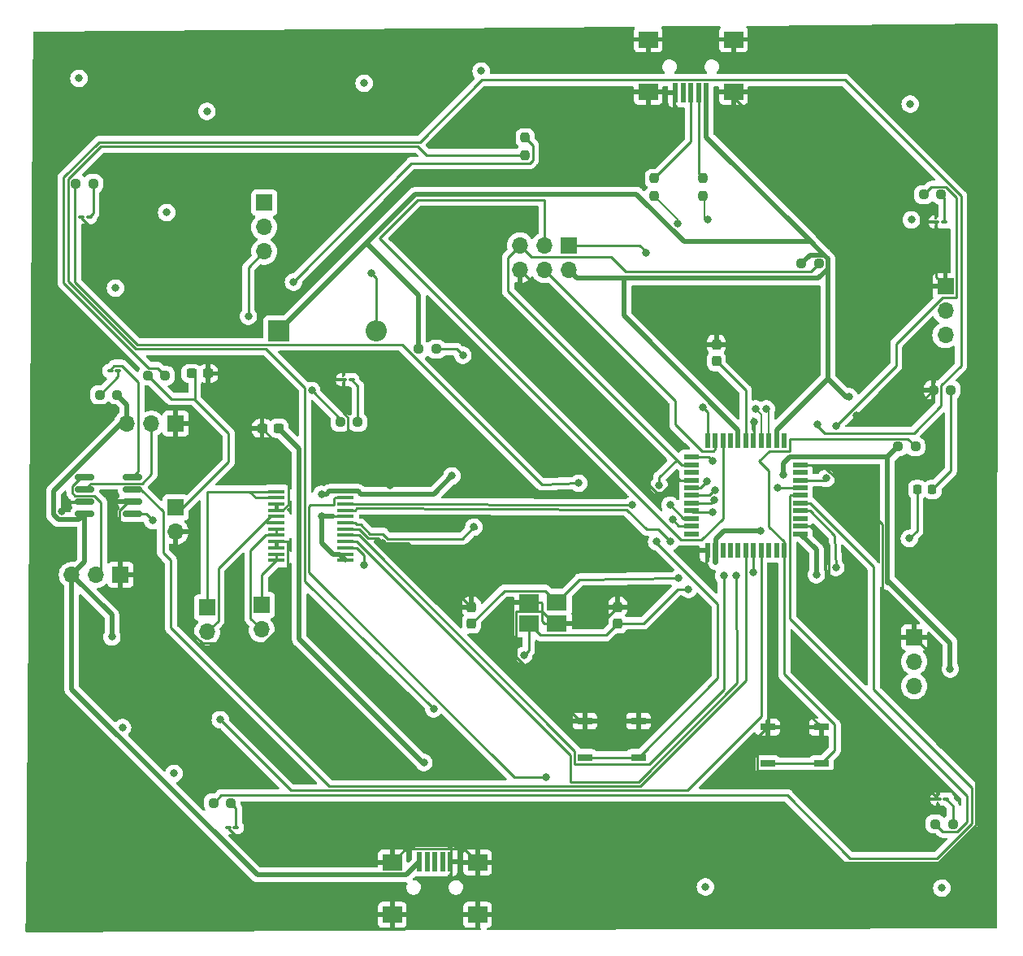
<source format=gtl>
G04 #@! TF.GenerationSoftware,KiCad,Pcbnew,7.0.7*
G04 #@! TF.CreationDate,2024-04-23T20:33:32+02:00*
G04 #@! TF.ProjectId,SE3-pad,5345332d-7061-4642-9e6b-696361645f70,rev?*
G04 #@! TF.SameCoordinates,Original*
G04 #@! TF.FileFunction,Copper,L1,Top*
G04 #@! TF.FilePolarity,Positive*
%FSLAX46Y46*%
G04 Gerber Fmt 4.6, Leading zero omitted, Abs format (unit mm)*
G04 Created by KiCad (PCBNEW 7.0.7) date 2024-04-23 20:33:32*
%MOMM*%
%LPD*%
G01*
G04 APERTURE LIST*
G04 Aperture macros list*
%AMRoundRect*
0 Rectangle with rounded corners*
0 $1 Rounding radius*
0 $2 $3 $4 $5 $6 $7 $8 $9 X,Y pos of 4 corners*
0 Add a 4 corners polygon primitive as box body*
4,1,4,$2,$3,$4,$5,$6,$7,$8,$9,$2,$3,0*
0 Add four circle primitives for the rounded corners*
1,1,$1+$1,$2,$3*
1,1,$1+$1,$4,$5*
1,1,$1+$1,$6,$7*
1,1,$1+$1,$8,$9*
0 Add four rect primitives between the rounded corners*
20,1,$1+$1,$2,$3,$4,$5,0*
20,1,$1+$1,$4,$5,$6,$7,0*
20,1,$1+$1,$6,$7,$8,$9,0*
20,1,$1+$1,$8,$9,$2,$3,0*%
G04 Aperture macros list end*
G04 #@! TA.AperFunction,SMDPad,CuDef*
%ADD10RoundRect,0.150000X-0.825000X-0.150000X0.825000X-0.150000X0.825000X0.150000X-0.825000X0.150000X0*%
G04 #@! TD*
G04 #@! TA.AperFunction,SMDPad,CuDef*
%ADD11RoundRect,0.237500X-0.237500X0.300000X-0.237500X-0.300000X0.237500X-0.300000X0.237500X0.300000X0*%
G04 #@! TD*
G04 #@! TA.AperFunction,SMDPad,CuDef*
%ADD12RoundRect,0.237500X0.237500X-0.300000X0.237500X0.300000X-0.237500X0.300000X-0.237500X-0.300000X0*%
G04 #@! TD*
G04 #@! TA.AperFunction,SMDPad,CuDef*
%ADD13RoundRect,0.218750X0.218750X0.256250X-0.218750X0.256250X-0.218750X-0.256250X0.218750X-0.256250X0*%
G04 #@! TD*
G04 #@! TA.AperFunction,SMDPad,CuDef*
%ADD14RoundRect,0.237500X-0.250000X-0.237500X0.250000X-0.237500X0.250000X0.237500X-0.250000X0.237500X0*%
G04 #@! TD*
G04 #@! TA.AperFunction,SMDPad,CuDef*
%ADD15RoundRect,0.237500X-0.237500X0.250000X-0.237500X-0.250000X0.237500X-0.250000X0.237500X0.250000X0*%
G04 #@! TD*
G04 #@! TA.AperFunction,SMDPad,CuDef*
%ADD16R,0.550000X1.500000*%
G04 #@! TD*
G04 #@! TA.AperFunction,SMDPad,CuDef*
%ADD17R,1.500000X0.550000*%
G04 #@! TD*
G04 #@! TA.AperFunction,ComponentPad*
%ADD18R,1.700000X1.700000*%
G04 #@! TD*
G04 #@! TA.AperFunction,ComponentPad*
%ADD19O,1.700000X1.700000*%
G04 #@! TD*
G04 #@! TA.AperFunction,SMDPad,CuDef*
%ADD20R,1.524000X0.762000*%
G04 #@! TD*
G04 #@! TA.AperFunction,SMDPad,CuDef*
%ADD21R,2.100000X1.800000*%
G04 #@! TD*
G04 #@! TA.AperFunction,SMDPad,CuDef*
%ADD22RoundRect,0.237500X0.237500X-0.250000X0.237500X0.250000X-0.237500X0.250000X-0.237500X-0.250000X0*%
G04 #@! TD*
G04 #@! TA.AperFunction,SMDPad,CuDef*
%ADD23RoundRect,0.100000X-0.217500X-0.100000X0.217500X-0.100000X0.217500X0.100000X-0.217500X0.100000X0*%
G04 #@! TD*
G04 #@! TA.AperFunction,ComponentPad*
%ADD24R,2.200000X2.200000*%
G04 #@! TD*
G04 #@! TA.AperFunction,ComponentPad*
%ADD25O,2.200000X2.200000*%
G04 #@! TD*
G04 #@! TA.AperFunction,SMDPad,CuDef*
%ADD26RoundRect,0.237500X-0.300000X-0.237500X0.300000X-0.237500X0.300000X0.237500X-0.300000X0.237500X0*%
G04 #@! TD*
G04 #@! TA.AperFunction,SMDPad,CuDef*
%ADD27R,0.500000X2.000000*%
G04 #@! TD*
G04 #@! TA.AperFunction,SMDPad,CuDef*
%ADD28R,2.000000X1.700000*%
G04 #@! TD*
G04 #@! TA.AperFunction,SMDPad,CuDef*
%ADD29R,1.750000X0.450000*%
G04 #@! TD*
G04 #@! TA.AperFunction,ViaPad*
%ADD30C,0.800000*%
G04 #@! TD*
G04 #@! TA.AperFunction,Conductor*
%ADD31C,0.250000*%
G04 #@! TD*
G04 #@! TA.AperFunction,Conductor*
%ADD32C,0.500000*%
G04 #@! TD*
G04 #@! TA.AperFunction,Conductor*
%ADD33C,0.200000*%
G04 #@! TD*
G04 APERTURE END LIST*
D10*
X90525000Y-92095000D03*
X90525000Y-93365000D03*
X90525000Y-94635000D03*
X90525000Y-95905000D03*
X95475000Y-95905000D03*
X95475000Y-94635000D03*
X95475000Y-93365000D03*
X95475000Y-92095000D03*
D11*
X146050000Y-105590000D03*
X146050000Y-107315000D03*
D12*
X130810000Y-107315000D03*
X130810000Y-105590000D03*
X156337000Y-79983500D03*
X156337000Y-78258500D03*
D13*
X178837500Y-93350000D03*
X177262500Y-93350000D03*
D14*
X165180000Y-69850000D03*
X167005000Y-69850000D03*
D15*
X136398000Y-56722000D03*
X136398000Y-58547000D03*
D14*
X175260000Y-88900000D03*
X177085000Y-88900000D03*
D16*
X163400000Y-88280000D03*
X162600000Y-88280000D03*
X161800000Y-88280000D03*
X161000000Y-88280000D03*
X160200000Y-88280000D03*
X159400000Y-88280000D03*
X158600000Y-88280000D03*
X157800000Y-88280000D03*
X157000000Y-88280000D03*
X156200000Y-88280000D03*
X155400000Y-88280000D03*
D17*
X153700000Y-89980000D03*
X153700000Y-90780000D03*
X153700000Y-91580000D03*
X153700000Y-92380000D03*
X153700000Y-93180000D03*
X153700000Y-93980000D03*
X153700000Y-94780000D03*
X153700000Y-95580000D03*
X153700000Y-96380000D03*
X153700000Y-97180000D03*
X153700000Y-97980000D03*
D16*
X155400000Y-99680000D03*
X156200000Y-99680000D03*
X157000000Y-99680000D03*
X157800000Y-99680000D03*
X158600000Y-99680000D03*
X159400000Y-99680000D03*
X160200000Y-99680000D03*
X161000000Y-99680000D03*
X161800000Y-99680000D03*
X162600000Y-99680000D03*
X163400000Y-99680000D03*
D17*
X165100000Y-97980000D03*
X165100000Y-97180000D03*
X165100000Y-96380000D03*
X165100000Y-95580000D03*
X165100000Y-94780000D03*
X165100000Y-93980000D03*
X165100000Y-93180000D03*
X165100000Y-92380000D03*
X165100000Y-91580000D03*
X165100000Y-90780000D03*
X165100000Y-89980000D03*
D18*
X140970000Y-67945000D03*
D19*
X140970000Y-70485000D03*
X138430000Y-67945000D03*
X138430000Y-70485000D03*
X135890000Y-67945000D03*
X135890000Y-70485000D03*
D20*
X148209000Y-121285000D03*
X142621000Y-121285000D03*
X148209000Y-117475000D03*
X142621000Y-117475000D03*
X167259000Y-121920000D03*
X161671000Y-121920000D03*
X167259000Y-118110000D03*
X161671000Y-118110000D03*
D21*
X136800000Y-107315000D03*
X139700000Y-107315000D03*
X139700000Y-105115000D03*
X136800000Y-105115000D03*
D14*
X178950000Y-83000000D03*
X180775000Y-83000000D03*
D22*
X154940000Y-62785000D03*
X154940000Y-60960000D03*
X149860000Y-62785000D03*
X149860000Y-60960000D03*
D14*
X177937500Y-62650000D03*
X179762500Y-62650000D03*
D23*
X117500000Y-81915000D03*
X118315000Y-81915000D03*
D14*
X92087500Y-83500000D03*
X93912500Y-83500000D03*
D18*
X109220000Y-63500000D03*
D19*
X109220000Y-66040000D03*
X109220000Y-68580000D03*
D18*
X94250000Y-102250000D03*
D19*
X91710000Y-102250000D03*
X89170000Y-102250000D03*
D14*
X89587500Y-61500000D03*
X91412500Y-61500000D03*
D18*
X100000000Y-86500000D03*
D19*
X97460000Y-86500000D03*
X94920000Y-86500000D03*
D23*
X90160000Y-65000000D03*
X90975000Y-65000000D03*
X105442500Y-128550000D03*
X106257500Y-128550000D03*
D18*
X100000000Y-95225000D03*
D19*
X100000000Y-97765000D03*
D14*
X179137500Y-128200000D03*
X180962500Y-128200000D03*
D23*
X93160000Y-81000000D03*
X93975000Y-81000000D03*
D14*
X125325000Y-78740000D03*
X127150000Y-78740000D03*
X97087500Y-81500000D03*
X98912500Y-81500000D03*
D18*
X103251000Y-105664000D03*
D19*
X103251000Y-108204000D03*
D24*
X110720000Y-76835000D03*
D25*
X120880000Y-76835000D03*
D26*
X101637500Y-81280000D03*
X103362500Y-81280000D03*
D27*
X155270000Y-52035000D03*
X154470000Y-52035000D03*
X153670000Y-52035000D03*
X152870000Y-52035000D03*
X152070000Y-52035000D03*
D28*
X158120000Y-51935000D03*
X158120000Y-46485000D03*
X149220000Y-51935000D03*
X149220000Y-46485000D03*
D23*
X179457500Y-125600000D03*
X180272500Y-125600000D03*
X179257500Y-65500000D03*
X180072500Y-65500000D03*
D18*
X108966000Y-105410000D03*
D19*
X108966000Y-107950000D03*
D27*
X125400000Y-132115000D03*
X126200000Y-132115000D03*
X127000000Y-132115000D03*
X127800000Y-132115000D03*
X128600000Y-132115000D03*
D28*
X122550000Y-132215000D03*
X122550000Y-137665000D03*
X131450000Y-132215000D03*
X131450000Y-137665000D03*
D14*
X117150000Y-86360000D03*
X118975000Y-86360000D03*
D26*
X108995000Y-86995000D03*
X110720000Y-86995000D03*
D14*
X103937500Y-126000000D03*
X105762500Y-126000000D03*
D29*
X110490000Y-93580000D03*
X110490000Y-94230000D03*
X110490000Y-94880000D03*
X110490000Y-95530000D03*
X110490000Y-96180000D03*
X110490000Y-96830000D03*
X110490000Y-97480000D03*
X110490000Y-98130000D03*
X110490000Y-98780000D03*
X110490000Y-99430000D03*
X110490000Y-100080000D03*
X110490000Y-100730000D03*
X117690000Y-100730000D03*
X117690000Y-100080000D03*
X117690000Y-99430000D03*
X117690000Y-98780000D03*
X117690000Y-98130000D03*
X117690000Y-97480000D03*
X117690000Y-96830000D03*
X117690000Y-96180000D03*
X117690000Y-95530000D03*
X117690000Y-94880000D03*
X117690000Y-94230000D03*
X117690000Y-93580000D03*
D18*
X176950000Y-108750000D03*
D19*
X176950000Y-111290000D03*
X176950000Y-113830000D03*
D18*
X180200000Y-72200000D03*
D19*
X180200000Y-74740000D03*
X180200000Y-77280000D03*
D30*
X88500000Y-120150000D03*
X102700000Y-135400000D03*
X93050000Y-130750000D03*
X180400000Y-58750000D03*
X170950000Y-85650000D03*
X180700000Y-112050000D03*
X97600000Y-96600000D03*
X88100000Y-95650000D03*
X99060000Y-64516000D03*
X103251000Y-53975000D03*
X131826000Y-49784000D03*
X179832000Y-134874000D03*
X119634000Y-51054000D03*
X89916000Y-50546000D03*
X176530000Y-53213000D03*
X99822000Y-122936000D03*
X93726000Y-72390000D03*
X94450000Y-118150000D03*
X155194000Y-134747000D03*
X176657000Y-65278000D03*
X145542000Y-51943000D03*
X154813000Y-101346000D03*
X148463000Y-104140000D03*
X122301000Y-92964000D03*
X121539000Y-98933000D03*
X145542000Y-46736000D03*
X148082000Y-82804000D03*
X170815000Y-108966000D03*
X136144000Y-75946000D03*
X106119500Y-82500000D03*
X160274000Y-86360000D03*
X104500000Y-76500000D03*
X163957000Y-114935000D03*
X163322000Y-91821000D03*
X128778000Y-91948000D03*
X115189000Y-96139000D03*
X115189000Y-93853000D03*
X160909000Y-97663000D03*
X166751000Y-102235000D03*
X170180000Y-83693000D03*
X156210000Y-93472000D03*
X153416000Y-103759000D03*
X126873000Y-116205000D03*
X136271000Y-110617000D03*
X112268000Y-71755000D03*
X152400000Y-102616000D03*
X155321000Y-92513500D03*
X168783000Y-101473000D03*
X176450000Y-98450000D03*
X154940000Y-84836000D03*
X148971000Y-68707000D03*
X150368000Y-92964000D03*
X150114000Y-98806000D03*
X161544000Y-84963000D03*
X155448000Y-65278000D03*
X152273000Y-65659000D03*
X160401000Y-84963000D03*
X125857000Y-121793000D03*
X93345000Y-108712000D03*
X120396000Y-70866000D03*
X114173000Y-83058000D03*
X107569000Y-75311000D03*
X155956000Y-90424000D03*
X166878000Y-86614000D03*
X141986000Y-92710000D03*
X162687000Y-93218000D03*
X167767000Y-92202000D03*
X168783000Y-86741000D03*
X131064000Y-97282000D03*
X129921000Y-79375000D03*
X104648000Y-117348000D03*
X119634000Y-101219000D03*
X158369000Y-102362000D03*
X156083000Y-94488000D03*
X157099000Y-102362000D03*
X155956000Y-95758000D03*
X151765000Y-96520000D03*
X151511000Y-98806000D03*
X151511000Y-94996000D03*
X147574000Y-94996000D03*
X160147000Y-101981000D03*
X138557000Y-123317000D03*
D31*
X180400000Y-58750000D02*
X180450000Y-58800000D01*
X168776695Y-47126695D02*
X180400000Y-58750000D01*
X168776695Y-46485000D02*
X168776695Y-47126695D01*
X177262500Y-97637500D02*
X177262500Y-93350000D01*
X176450000Y-98450000D02*
X177262500Y-97637500D01*
X97167208Y-80700000D02*
X98112500Y-80700000D01*
X88325000Y-71857792D02*
X97167208Y-80700000D01*
X88325000Y-60843109D02*
X88325000Y-71857792D01*
X98112500Y-80700000D02*
X98912500Y-81500000D01*
X91998109Y-57170000D02*
X88325000Y-60843109D01*
X125417396Y-57170000D02*
X91998109Y-57170000D01*
X131877396Y-50710000D02*
X125417396Y-57170000D01*
X169741891Y-50710000D02*
X131877396Y-50710000D01*
X181825000Y-80467005D02*
X181825000Y-62793109D01*
X179762500Y-82529505D02*
X181825000Y-80467005D01*
X179762500Y-84637495D02*
X179762500Y-82529505D01*
X176933995Y-87466000D02*
X179762500Y-84637495D01*
X167603000Y-87466000D02*
X176933995Y-87466000D01*
X181825000Y-62793109D02*
X169741891Y-50710000D01*
X166878000Y-86741000D02*
X167603000Y-87466000D01*
X166878000Y-86614000D02*
X166878000Y-86741000D01*
X176300000Y-85650000D02*
X178950000Y-83000000D01*
X170950000Y-85650000D02*
X176300000Y-85650000D01*
X180775000Y-91412500D02*
X178837500Y-93350000D01*
X180775000Y-83000000D02*
X180775000Y-91412500D01*
X175075000Y-78175000D02*
X175075000Y-80449000D01*
X181375000Y-73375000D02*
X179875000Y-73375000D01*
X181375000Y-62979505D02*
X181375000Y-73375000D01*
X179875000Y-73375000D02*
X175075000Y-78175000D01*
X180245495Y-61850000D02*
X181375000Y-62979505D01*
X177937500Y-62650000D02*
X178737500Y-61850000D01*
X178737500Y-61850000D02*
X180245495Y-61850000D01*
X179257500Y-71257500D02*
X180200000Y-72200000D01*
X179257500Y-65500000D02*
X179257500Y-71257500D01*
X180072500Y-62960000D02*
X180072500Y-65500000D01*
X179762500Y-62650000D02*
X180072500Y-62960000D01*
X177750000Y-72200000D02*
X180200000Y-72200000D01*
X158120000Y-52570000D02*
X177750000Y-72200000D01*
X158120000Y-51935000D02*
X158120000Y-52570000D01*
D32*
X180700000Y-112050000D02*
X180700000Y-112100000D01*
X180700000Y-109320000D02*
X180700000Y-112050000D01*
X174180000Y-102800000D02*
X180700000Y-109320000D01*
X174180000Y-103060000D02*
X174180000Y-102800000D01*
X174180000Y-102800000D02*
X174180000Y-89980000D01*
D31*
X176950000Y-107345000D02*
X176950000Y-108750000D01*
X173605000Y-104000000D02*
X173605000Y-104146701D01*
X173605000Y-104000000D02*
X176950000Y-107345000D01*
X173605000Y-97014695D02*
X173605000Y-104000000D01*
X183365000Y-128353287D02*
X183365000Y-123765000D01*
X183365000Y-123765000D02*
X179250000Y-119650000D01*
X179250000Y-119650000D02*
X179250000Y-111050000D01*
X179503287Y-132215000D02*
X183365000Y-128353287D01*
X131450000Y-132215000D02*
X179503287Y-132215000D01*
X179250000Y-111050000D02*
X176950000Y-108750000D01*
X175075000Y-80449000D02*
X168783000Y-86741000D01*
X168776695Y-46485000D02*
X158120000Y-46485000D01*
X166100000Y-94780000D02*
X165100000Y-94780000D01*
X172720000Y-101400000D02*
X166100000Y-94780000D01*
X182915000Y-128166891D02*
X182915000Y-124402005D01*
X179316891Y-131765000D02*
X182915000Y-128166891D01*
X182915000Y-124402005D02*
X172720000Y-114207005D01*
X163700000Y-125200000D02*
X170265000Y-131765000D01*
X104737500Y-125200000D02*
X163700000Y-125200000D01*
X172720000Y-114207005D02*
X172720000Y-101400000D01*
X103937500Y-126000000D02*
X104737500Y-125200000D01*
X170265000Y-131765000D02*
X179316891Y-131765000D01*
X179937500Y-129000000D02*
X181445495Y-129000000D01*
X182465000Y-127980495D02*
X182465000Y-125235000D01*
X182465000Y-125235000D02*
X164025000Y-106795000D01*
X179137500Y-128200000D02*
X179937500Y-129000000D01*
X181445495Y-129000000D02*
X182465000Y-127980495D01*
X160584000Y-122626000D02*
X160584000Y-119197000D01*
X176483500Y-122626000D02*
X160584000Y-122626000D01*
X179457500Y-125600000D02*
X176483500Y-122626000D01*
X160584000Y-119197000D02*
X161671000Y-118110000D01*
X180962500Y-126290000D02*
X180962500Y-128200000D01*
X180272500Y-125600000D02*
X180962500Y-126290000D01*
X96905000Y-95905000D02*
X97600000Y-96600000D01*
X95475000Y-95905000D02*
X96905000Y-95905000D01*
X109003959Y-132215000D02*
X122550000Y-132215000D01*
X105442500Y-128653541D02*
X109003959Y-132215000D01*
X105442500Y-128550000D02*
X105442500Y-128653541D01*
X106257500Y-126495000D02*
X106257500Y-128550000D01*
X105762500Y-126000000D02*
X106257500Y-126495000D01*
D32*
X94920000Y-84507500D02*
X93912500Y-83500000D01*
X94920000Y-86500000D02*
X94920000Y-84507500D01*
X94296472Y-86500000D02*
X94920000Y-86500000D01*
X87250000Y-96002082D02*
X87250000Y-93546472D01*
X87747918Y-96500000D02*
X87250000Y-96002082D01*
X89930000Y-96500000D02*
X87747918Y-96500000D01*
X90525000Y-95905000D02*
X89930000Y-96500000D01*
X87250000Y-93546472D02*
X94296472Y-86500000D01*
X90525000Y-100895000D02*
X90525000Y-95905000D01*
X89170000Y-102250000D02*
X90525000Y-100895000D01*
X89170000Y-114170000D02*
X89170000Y-102250000D01*
X108515000Y-133515000D02*
X89170000Y-114170000D01*
X124000000Y-133515000D02*
X108515000Y-133515000D01*
X125400000Y-132115000D02*
X124000000Y-133515000D01*
D31*
X89115000Y-94635000D02*
X90525000Y-94635000D01*
X88100000Y-95650000D02*
X89115000Y-94635000D01*
X95098249Y-94635000D02*
X95475000Y-94635000D01*
X94175000Y-95558249D02*
X95098249Y-94635000D01*
X94175000Y-102175000D02*
X94175000Y-95558249D01*
X94250000Y-102250000D02*
X94175000Y-102175000D01*
X92200000Y-94663249D02*
X92200000Y-101760000D01*
X91526751Y-93990000D02*
X92200000Y-94663249D01*
X89503249Y-93990000D02*
X91526751Y-93990000D01*
X92200000Y-101760000D02*
X91710000Y-102250000D01*
X89225000Y-93018249D02*
X89225000Y-93711751D01*
X90148249Y-92095000D02*
X89225000Y-93018249D01*
X89225000Y-93711751D02*
X89503249Y-93990000D01*
X90525000Y-92095000D02*
X90148249Y-92095000D01*
X91170000Y-92720000D02*
X90525000Y-93365000D01*
X96496751Y-92720000D02*
X91170000Y-92720000D01*
X97460000Y-86500000D02*
X97460000Y-91756751D01*
X97460000Y-91756751D02*
X96496751Y-92720000D01*
X93160000Y-80896459D02*
X93160000Y-81000000D01*
X94417500Y-80475000D02*
X93581459Y-80475000D01*
X93581459Y-80475000D02*
X93160000Y-80896459D01*
X96100000Y-82157500D02*
X94417500Y-80475000D01*
X95475000Y-92095000D02*
X96100000Y-91470000D01*
X96100000Y-91470000D02*
X96100000Y-82157500D01*
D32*
X93345000Y-106425000D02*
X89170000Y-102250000D01*
X93345000Y-108712000D02*
X93345000Y-106425000D01*
D31*
X98673249Y-95673249D02*
X96365000Y-93365000D01*
X98673249Y-99923249D02*
X98673249Y-95673249D01*
X96365000Y-93365000D02*
X95475000Y-93365000D01*
X99500000Y-100750000D02*
X98673249Y-99923249D01*
X159400000Y-113270396D02*
X159400000Y-99680000D01*
X148408396Y-124262000D02*
X159400000Y-113270396D01*
X116000000Y-124262000D02*
X148408396Y-124262000D01*
X99500000Y-100750000D02*
X99500000Y-107762000D01*
X99500000Y-107762000D02*
X116000000Y-124262000D01*
X93975000Y-81612500D02*
X92087500Y-83500000D01*
X93975000Y-81000000D02*
X93975000Y-81612500D01*
X100775000Y-95225000D02*
X100000000Y-95225000D01*
X105500000Y-90500000D02*
X100775000Y-95225000D01*
X105500000Y-87500000D02*
X105500000Y-90500000D01*
X102000000Y-84000000D02*
X105500000Y-87500000D01*
X100000000Y-99500000D02*
X100000000Y-97765000D01*
X100500000Y-100000000D02*
X100000000Y-99500000D01*
X102764299Y-109379000D02*
X100500000Y-107114701D01*
X100500000Y-107114701D02*
X100500000Y-100000000D01*
X109198701Y-109379000D02*
X102764299Y-109379000D01*
X111690000Y-106887701D02*
X109198701Y-109379000D01*
X111690000Y-98880000D02*
X111690000Y-106887701D01*
X110490000Y-98780000D02*
X111590000Y-98780000D01*
X111590000Y-98780000D02*
X111690000Y-98880000D01*
X102000000Y-84000000D02*
X102000000Y-81642500D01*
X102000000Y-81642500D02*
X101637500Y-81280000D01*
X101947000Y-83947000D02*
X102000000Y-84000000D01*
X99534500Y-83947000D02*
X101947000Y-83947000D01*
X97087500Y-81500000D02*
X99534500Y-83947000D01*
X104899500Y-81280000D02*
X103362500Y-81280000D01*
X106119500Y-82500000D02*
X105026500Y-81407000D01*
X106119500Y-82500000D02*
X104899500Y-81280000D01*
X90160000Y-65103541D02*
X90160000Y-65000000D01*
X101556459Y-76500000D02*
X90160000Y-65103541D01*
X104500000Y-76500000D02*
X101556459Y-76500000D01*
X113448000Y-102907000D02*
X126873000Y-116205000D01*
X113448000Y-82757695D02*
X113448000Y-102907000D01*
X109400305Y-78710000D02*
X113448000Y-82757695D01*
X95813604Y-78710000D02*
X109400305Y-78710000D01*
X88775000Y-71671396D02*
X95813604Y-78710000D01*
X92184505Y-57620000D02*
X88775000Y-61029505D01*
X125231000Y-57620000D02*
X92184505Y-57620000D01*
X126158000Y-58547000D02*
X125231000Y-57620000D01*
X136398000Y-58547000D02*
X126158000Y-58547000D01*
X88775000Y-61029505D02*
X88775000Y-71671396D01*
X89517500Y-71777500D02*
X96000000Y-78260000D01*
X89517500Y-61570000D02*
X89517500Y-71777500D01*
X89587500Y-61500000D02*
X89517500Y-61570000D01*
X96000000Y-78260000D02*
X123562005Y-78260000D01*
X91412500Y-64562500D02*
X90975000Y-65000000D01*
X91412500Y-61500000D02*
X91412500Y-64562500D01*
X158120000Y-46485000D02*
X162814000Y-46485000D01*
X121539000Y-98933000D02*
X124153000Y-98933000D01*
X145534000Y-51935000D02*
X145423000Y-51935000D01*
X168058000Y-106209000D02*
X170815000Y-108966000D01*
X131450000Y-132215000D02*
X131450000Y-137665000D01*
X117962500Y-88625500D02*
X122301000Y-92964000D01*
X155400000Y-100759000D02*
X154813000Y-101346000D01*
X110490000Y-95530000D02*
X111140000Y-95530000D01*
X142621000Y-117475000D02*
X148209000Y-117475000D01*
X164084000Y-114935000D02*
X163957000Y-114935000D01*
X136144000Y-79765305D02*
X136144000Y-75946000D01*
X111140000Y-95530000D02*
X111760000Y-94910000D01*
X131450000Y-132215000D02*
X130025000Y-130790000D01*
X138175000Y-106090000D02*
X139400000Y-107315000D01*
X165100000Y-97180000D02*
X166100000Y-97180000D01*
X124153000Y-98933000D02*
X130810000Y-105590000D01*
X150067695Y-93689000D02*
X136144000Y-79765305D01*
X151977305Y-92380000D02*
X150668305Y-93689000D01*
X149220000Y-46485000D02*
X145793000Y-46485000D01*
X148082000Y-82804000D02*
X148082000Y-82931000D01*
X138176000Y-107091000D02*
X138176000Y-105191000D01*
X138176000Y-105191000D02*
X138100000Y-105115000D01*
X167370305Y-90780000D02*
X173605000Y-97014695D01*
X139400000Y-107315000D02*
X139700000Y-107315000D01*
X121539000Y-98933000D02*
X121031000Y-98425000D01*
X154813000Y-101346000D02*
X154686000Y-101473000D01*
X135890000Y-70485000D02*
X148082000Y-82677000D01*
X119071396Y-97480000D02*
X117690000Y-97480000D01*
X168058000Y-99138000D02*
X168058000Y-106209000D01*
X149320000Y-52035000D02*
X149220000Y-51935000D01*
X160274000Y-88206000D02*
X160200000Y-88280000D01*
X117500000Y-81915000D02*
X117500000Y-85427005D01*
X167259000Y-118110000D02*
X164084000Y-114935000D01*
X130025000Y-130790000D02*
X123975000Y-130790000D01*
X117500000Y-85427005D02*
X117962500Y-85889505D01*
X131450000Y-137665000D02*
X122550000Y-137665000D01*
X128600000Y-132115000D02*
X131350000Y-132115000D01*
X111760000Y-94910000D02*
X111760000Y-89760000D01*
X155400000Y-99680000D02*
X155400000Y-100759000D01*
X135425000Y-110796305D02*
X135425000Y-106090000D01*
X165100000Y-90780000D02*
X167370305Y-90780000D01*
X149220000Y-51935000D02*
X145550000Y-51935000D01*
X160274000Y-86360000D02*
X160274000Y-88206000D01*
X138100000Y-105115000D02*
X136800000Y-105115000D01*
X166100000Y-97180000D02*
X168058000Y-99138000D01*
X131350000Y-132115000D02*
X131450000Y-132215000D01*
X110490000Y-94880000D02*
X110490000Y-95530000D01*
X145793000Y-46485000D02*
X145542000Y-46736000D01*
X146050000Y-105590000D02*
X144325000Y-107315000D01*
X158120000Y-46485000D02*
X149220000Y-46485000D01*
X121031000Y-98425000D02*
X120016396Y-98425000D01*
X148082000Y-82677000D02*
X148082000Y-82804000D01*
X139700000Y-107315000D02*
X138400000Y-107315000D01*
X123975000Y-130790000D02*
X122550000Y-132215000D01*
X152070000Y-52035000D02*
X149320000Y-52035000D01*
X136144000Y-75946000D02*
X136144000Y-76073000D01*
X135425000Y-106090000D02*
X138175000Y-106090000D01*
X148209000Y-117475000D02*
X142103695Y-117475000D01*
X138400000Y-107315000D02*
X138176000Y-107091000D01*
X145550000Y-51935000D02*
X145542000Y-51943000D01*
X122301000Y-92964000D02*
X122428000Y-93091000D01*
X117962500Y-85889505D02*
X117962500Y-88625500D01*
X167259000Y-118110000D02*
X161671000Y-118110000D01*
X148463000Y-104140000D02*
X147013000Y-105590000D01*
X150668305Y-93689000D02*
X150067695Y-93689000D01*
X144325000Y-107315000D02*
X139700000Y-107315000D01*
X163957000Y-114935000D02*
X163830000Y-114935000D01*
X153700000Y-92380000D02*
X151977305Y-92380000D01*
X145542000Y-51943000D02*
X145534000Y-51935000D01*
X120016396Y-98425000D02*
X119071396Y-97480000D01*
X142103695Y-117475000D02*
X135425000Y-110796305D01*
X147013000Y-105590000D02*
X146050000Y-105590000D01*
X111760000Y-89760000D02*
X108995000Y-86995000D01*
D32*
X167942500Y-76200000D02*
X167942500Y-69327728D01*
X170815000Y-89980000D02*
X163975000Y-89980000D01*
X174180000Y-89980000D02*
X170815000Y-89980000D01*
X156275000Y-98480000D02*
X157092000Y-97663000D01*
X170815000Y-89980000D02*
X165100000Y-89980000D01*
X140970000Y-70485000D02*
X141820000Y-71335000D01*
X155270000Y-56655228D02*
X166147386Y-67532614D01*
X115697000Y-93853000D02*
X115189000Y-93853000D01*
X125325000Y-73128000D02*
X119876000Y-67679000D01*
X166979772Y-71335000D02*
X167942500Y-70372272D01*
X115189000Y-96139000D02*
X115189000Y-98929000D01*
X166751000Y-99631000D02*
X165100000Y-97980000D01*
X124944000Y-62611000D02*
X148022918Y-62611000D01*
X156275000Y-101005000D02*
X156275000Y-98480000D01*
X157092000Y-97663000D02*
X160909000Y-97663000D01*
X148022918Y-62611000D02*
X152944532Y-67532614D01*
X110720000Y-76835000D02*
X119876000Y-67679000D01*
X166751000Y-102235000D02*
X166751000Y-99631000D01*
X152944532Y-67532614D02*
X166147386Y-67532614D01*
X167942500Y-69327728D02*
X167539772Y-68925000D01*
X117065000Y-100105000D02*
X117690000Y-100730000D01*
X167942500Y-70372272D02*
X167942500Y-69327728D01*
X115230000Y-96180000D02*
X116365000Y-96180000D01*
X160909000Y-97663000D02*
X160782000Y-97663000D01*
X167942500Y-81812500D02*
X167942500Y-76200000D01*
X163975000Y-89980000D02*
X163322000Y-90633000D01*
X163322000Y-90633000D02*
X163322000Y-91821000D01*
X175260000Y-88900000D02*
X174180000Y-89980000D01*
X116365000Y-100105000D02*
X117065000Y-100105000D01*
X155270000Y-52035000D02*
X155270000Y-56655228D01*
X115189000Y-98929000D02*
X116365000Y-100105000D01*
X167942500Y-81812500D02*
X169950000Y-83820000D01*
X128778000Y-91948000D02*
X126912000Y-93814000D01*
X126912000Y-93814000D02*
X119274000Y-93814000D01*
X162600000Y-88280000D02*
X162600000Y-87155000D01*
X141820000Y-71335000D02*
X146685000Y-71335000D01*
X119274000Y-93814000D02*
X119015000Y-93555000D01*
X119876000Y-67679000D02*
X124944000Y-62611000D01*
X119015000Y-93555000D02*
X117690000Y-93555000D01*
X167539772Y-68925000D02*
X166105000Y-68925000D01*
X115189000Y-96139000D02*
X115230000Y-96180000D01*
X170180000Y-83693000D02*
X170180000Y-83820000D01*
X146685000Y-71335000D02*
X166979772Y-71335000D01*
X158600000Y-88280000D02*
X158600000Y-87145000D01*
X125325000Y-78740000D02*
X125325000Y-73128000D01*
X115995000Y-93555000D02*
X115697000Y-93853000D01*
X169950000Y-83820000D02*
X170180000Y-83693000D01*
X156200000Y-99680000D02*
X156200000Y-100930000D01*
X158600000Y-87145000D02*
X146685000Y-75230000D01*
X166147386Y-67532614D02*
X167539772Y-68925000D01*
D31*
X117690000Y-96180000D02*
X116365000Y-96180000D01*
D32*
X119015000Y-93555000D02*
X115995000Y-93555000D01*
X162600000Y-87155000D02*
X167942500Y-81812500D01*
X156200000Y-100930000D02*
X156275000Y-101005000D01*
X166105000Y-68925000D02*
X165180000Y-69850000D01*
X146685000Y-75230000D02*
X146685000Y-71335000D01*
D31*
X144825000Y-108540000D02*
X146050000Y-107315000D01*
X153416000Y-103759000D02*
X153543000Y-103759000D01*
X136800000Y-107315000D02*
X138025000Y-108540000D01*
X152282305Y-103759000D02*
X153416000Y-103759000D01*
X146050000Y-107315000D02*
X148726305Y-107315000D01*
X148726305Y-107315000D02*
X152282305Y-103759000D01*
X156210000Y-93472000D02*
X156073695Y-93472000D01*
X126873000Y-116205000D02*
X126746000Y-116205000D01*
X136271000Y-110617000D02*
X136800000Y-110088000D01*
X138025000Y-108540000D02*
X144825000Y-108540000D01*
X136800000Y-110088000D02*
X136800000Y-107315000D01*
X155565695Y-93980000D02*
X153700000Y-93980000D01*
X156073695Y-93472000D02*
X155565695Y-93980000D01*
X134235000Y-103890000D02*
X130810000Y-107315000D01*
X139700000Y-105115000D02*
X142072000Y-102743000D01*
X152400000Y-102616000D02*
X152527000Y-102743000D01*
X142072000Y-102743000D02*
X152400000Y-102616000D01*
X139700000Y-105115000D02*
X138475000Y-103890000D01*
X137198000Y-59029995D02*
X136868495Y-59359500D01*
X124536500Y-59359500D02*
X112268000Y-71755000D01*
X154654500Y-93180000D02*
X153700000Y-93180000D01*
X112268000Y-71755000D02*
X112268000Y-71628000D01*
X138475000Y-103890000D02*
X134235000Y-103890000D01*
X136398000Y-56722000D02*
X137198000Y-57522000D01*
X136868495Y-59359500D02*
X124536500Y-59359500D01*
X155321000Y-92513500D02*
X154654500Y-93180000D01*
X137198000Y-57522000D02*
X137198000Y-59029995D01*
X159400000Y-88280000D02*
X159400000Y-83046500D01*
X159400000Y-83046500D02*
X156337000Y-79983500D01*
X166100000Y-95580000D02*
X168656000Y-98136000D01*
X168783000Y-101473000D02*
X168656000Y-101600000D01*
X168656000Y-98136000D02*
X168783000Y-101473000D01*
X165100000Y-95580000D02*
X166100000Y-95580000D01*
X149098000Y-68707000D02*
X149034500Y-68643500D01*
X148336000Y-67945000D02*
X148971000Y-68580000D01*
X140970000Y-67945000D02*
X148336000Y-67945000D01*
X154940000Y-84836000D02*
X155400000Y-85296000D01*
X148971000Y-68707000D02*
X149098000Y-68707000D01*
X155400000Y-85296000D02*
X155400000Y-88280000D01*
X148971000Y-68580000D02*
X148971000Y-68707000D01*
X138430000Y-67945000D02*
X138430000Y-63186000D01*
X152625000Y-98580000D02*
X154775000Y-98580000D01*
X157000000Y-96355000D02*
X157000000Y-88280000D01*
X121206586Y-67161586D02*
X152625000Y-98580000D01*
X154775000Y-98580000D02*
X157000000Y-96355000D01*
X138430000Y-63186000D02*
X125182172Y-63186000D01*
X125182172Y-63186000D02*
X121206586Y-67161586D01*
X156200000Y-89155000D02*
X156200000Y-88280000D01*
X152056000Y-84111000D02*
X152056000Y-86611000D01*
X154800000Y-89355000D02*
X156000000Y-89355000D01*
X152056000Y-86611000D02*
X154800000Y-89355000D01*
X138430000Y-70485000D02*
X152056000Y-84111000D01*
X156000000Y-89355000D02*
X156200000Y-89155000D01*
X148209000Y-121285000D02*
X156464000Y-113030000D01*
X153700000Y-90780000D02*
X152700000Y-90780000D01*
X134620000Y-69215000D02*
X135890000Y-67945000D01*
X134620000Y-72700000D02*
X134620000Y-69215000D01*
X166205000Y-70650000D02*
X146850000Y-70650000D01*
X149987000Y-98806000D02*
X149987000Y-98806000D01*
X137065000Y-69120000D02*
X135890000Y-67945000D01*
X150114000Y-98933000D02*
X150114000Y-98806000D01*
X146850000Y-70650000D02*
X145320000Y-69120000D01*
X152700000Y-90780000D02*
X152181500Y-90261500D01*
X150368000Y-92964000D02*
X150368000Y-92075000D01*
X145320000Y-69120000D02*
X137065000Y-69120000D01*
X156464000Y-105283000D02*
X150114000Y-98933000D01*
X150114000Y-98806000D02*
X149987000Y-98806000D01*
X148209000Y-121285000D02*
X142621000Y-121285000D01*
X167005000Y-69850000D02*
X166205000Y-70650000D01*
X152181500Y-90261500D02*
X134620000Y-72700000D01*
X156464000Y-113030000D02*
X156464000Y-105283000D01*
X150368000Y-92075000D02*
X152181500Y-90261500D01*
X167259000Y-121920000D02*
X168656000Y-120523000D01*
X177085000Y-88900000D02*
X176285000Y-88100000D01*
X163400000Y-112600000D02*
X163400000Y-99680000D01*
X160782000Y-90424000D02*
X161798000Y-91440000D01*
X176285000Y-88100000D02*
X164000000Y-88100000D01*
X161798000Y-97203000D02*
X163400000Y-98805000D01*
X161798000Y-91440000D02*
X161798000Y-97203000D01*
X167259000Y-121920000D02*
X161671000Y-121920000D01*
X168656000Y-120523000D02*
X168656000Y-117856000D01*
X164000000Y-88100000D02*
X164000000Y-89355000D01*
X163400000Y-98805000D02*
X163400000Y-99680000D01*
X164000000Y-89355000D02*
X161851000Y-89355000D01*
X168656000Y-117856000D02*
X163400000Y-112600000D01*
X161851000Y-89355000D02*
X160782000Y-90424000D01*
D33*
X155067000Y-65151000D02*
X155321000Y-65151000D01*
X161800000Y-85219000D02*
X161800000Y-88280000D01*
X154940000Y-62785000D02*
X155067000Y-62912000D01*
X161544000Y-84963000D02*
X161417000Y-84963000D01*
X155321000Y-65151000D02*
X155448000Y-65278000D01*
X161544000Y-84963000D02*
X161800000Y-85219000D01*
X155067000Y-62912000D02*
X155067000Y-65151000D01*
X149860000Y-62785000D02*
X152273000Y-65198000D01*
X152273000Y-65198000D02*
X152273000Y-65659000D01*
X152273000Y-65659000D02*
X152400000Y-65659000D01*
X161000000Y-85562000D02*
X161000000Y-88280000D01*
X160401000Y-84963000D02*
X161000000Y-85562000D01*
D32*
X110720000Y-86995000D02*
X112871875Y-89146875D01*
X112871875Y-89146875D02*
X112871875Y-108934875D01*
X125730000Y-121793000D02*
X125857000Y-121793000D01*
X112871875Y-108934875D02*
X125730000Y-121793000D01*
X125857000Y-121920000D02*
X125730000Y-121793000D01*
X125857000Y-121793000D02*
X125857000Y-121920000D01*
D31*
X118975000Y-82575000D02*
X118975000Y-86360000D01*
X118315000Y-81915000D02*
X118975000Y-82575000D01*
X120880000Y-71350000D02*
X120396000Y-70866000D01*
X120396000Y-70866000D02*
X120269000Y-70739000D01*
X120880000Y-76835000D02*
X120880000Y-71350000D01*
X154940000Y-60960000D02*
X154470000Y-60490000D01*
X154470000Y-60490000D02*
X154470000Y-52035000D01*
X153670000Y-57150000D02*
X153670000Y-52035000D01*
X149860000Y-60960000D02*
X153670000Y-57150000D01*
X107696000Y-93580000D02*
X110490000Y-93580000D01*
X108346000Y-94230000D02*
X107696000Y-93580000D01*
X103251000Y-93599000D02*
X103270000Y-93580000D01*
X110490000Y-94230000D02*
X108346000Y-94230000D01*
X103270000Y-93580000D02*
X107696000Y-93580000D01*
X103251000Y-105664000D02*
X103251000Y-93599000D01*
X104426000Y-107029000D02*
X103251000Y-108204000D01*
X109840000Y-96180000D02*
X109360000Y-96660000D01*
X110490000Y-96180000D02*
X109840000Y-96180000D01*
X109360000Y-96660000D02*
X104426000Y-101594000D01*
X109530000Y-96830000D02*
X109360000Y-96660000D01*
X104426000Y-101594000D02*
X104426000Y-107029000D01*
X110490000Y-96830000D02*
X109530000Y-96830000D01*
X108966000Y-105410000D02*
X108966000Y-102254000D01*
X108966000Y-102254000D02*
X110490000Y-100730000D01*
X110490000Y-100730000D02*
X110490000Y-100080000D01*
X109388000Y-98130000D02*
X110490000Y-98130000D01*
X107791000Y-106775000D02*
X107791000Y-99727000D01*
X107791000Y-99727000D02*
X109388000Y-98130000D01*
X108966000Y-107950000D02*
X107791000Y-106775000D01*
X110490000Y-98130000D02*
X110490000Y-97480000D01*
X117150000Y-86035000D02*
X117150000Y-86360000D01*
X114173000Y-83058000D02*
X117150000Y-86035000D01*
X109220000Y-68580000D02*
X107569000Y-70231000D01*
X107569000Y-70231000D02*
X107569000Y-75311000D01*
X155512000Y-89980000D02*
X153700000Y-89980000D01*
X155956000Y-90424000D02*
X155512000Y-89980000D01*
X166751000Y-86614000D02*
X166751000Y-86614000D01*
X166878000Y-86614000D02*
X166751000Y-86614000D01*
X164100000Y-93980000D02*
X165100000Y-93980000D01*
X164025000Y-106795000D02*
X164025000Y-94055000D01*
X164025000Y-94055000D02*
X164100000Y-93980000D01*
X165062000Y-93218000D02*
X165100000Y-93180000D01*
X138139005Y-92837000D02*
X141986000Y-92710000D01*
X162687000Y-93218000D02*
X165062000Y-93218000D01*
X141986000Y-92710000D02*
X141859000Y-92837000D01*
X123562005Y-78260000D02*
X138139005Y-92837000D01*
X168783000Y-86741000D02*
X168783000Y-86995000D01*
X168783000Y-86995000D02*
X168783000Y-86995000D01*
X167589000Y-92380000D02*
X165100000Y-92380000D01*
X167767000Y-92202000D02*
X167589000Y-92380000D01*
X131064000Y-97282000D02*
X131191000Y-97282000D01*
X119257792Y-97030000D02*
X120202792Y-97975000D01*
X118890000Y-97030000D02*
X119257792Y-97030000D01*
X117690000Y-96830000D02*
X118690000Y-96830000D01*
X118690000Y-96830000D02*
X118890000Y-97030000D01*
X122114305Y-98483000D02*
X129863000Y-98483000D01*
X129286000Y-78740000D02*
X127150000Y-78740000D01*
X129863000Y-98483000D02*
X131064000Y-97282000D01*
X120202792Y-97975000D02*
X121606305Y-97975000D01*
X131191000Y-97282000D02*
X131318000Y-97409000D01*
X129921000Y-79375000D02*
X129286000Y-78740000D01*
X121606305Y-97975000D02*
X122114305Y-98483000D01*
X112012000Y-124712000D02*
X104648000Y-117348000D01*
X161000000Y-116988000D02*
X153276000Y-124712000D01*
X118828604Y-99430000D02*
X117690000Y-99430000D01*
X119634000Y-101219000D02*
X119634000Y-100235396D01*
X104648000Y-117348000D02*
X104394000Y-117094000D01*
X119634000Y-100235396D02*
X118828604Y-99430000D01*
X153276000Y-124712000D02*
X112012000Y-124712000D01*
X161000000Y-99680000D02*
X161000000Y-116988000D01*
X118815000Y-98780000D02*
X141084000Y-121049000D01*
X117690000Y-98780000D02*
X118815000Y-98780000D01*
X158369000Y-102362000D02*
X158496000Y-102362000D01*
X141084000Y-121049000D02*
X141084000Y-123812000D01*
X155791000Y-94780000D02*
X153700000Y-94780000D01*
X156083000Y-94488000D02*
X155791000Y-94780000D01*
X148222000Y-123812000D02*
X158496000Y-113538000D01*
X141084000Y-123812000D02*
X148222000Y-123812000D01*
X158496000Y-113538000D02*
X158369000Y-102362000D01*
X155956000Y-95758000D02*
X153878000Y-95758000D01*
X117690000Y-98130000D02*
X119085000Y-98130000D01*
X141534000Y-121991000D02*
X149296000Y-121991000D01*
X157099000Y-102362000D02*
X157099000Y-102235000D01*
X141534000Y-120579000D02*
X141534000Y-121991000D01*
X119085000Y-98130000D02*
X141534000Y-120579000D01*
X157099000Y-114188000D02*
X157099000Y-102362000D01*
X153878000Y-95758000D02*
X153700000Y-95580000D01*
X149296000Y-121991000D02*
X157099000Y-114188000D01*
X150241000Y-97536000D02*
X151511000Y-98806000D01*
X118890000Y-95334661D02*
X146996457Y-95443762D01*
X117690000Y-95530000D02*
X118694661Y-95530000D01*
X149088695Y-97536000D02*
X150241000Y-97536000D01*
X146996457Y-95443762D02*
X149088695Y-97536000D01*
X152425000Y-97180000D02*
X153700000Y-97180000D01*
X151765000Y-96520000D02*
X152425000Y-97180000D01*
X118694661Y-95530000D02*
X118890000Y-95334661D01*
X147574000Y-94996000D02*
X147690000Y-94880000D01*
X117690000Y-94880000D02*
X147574000Y-94996000D01*
X152895000Y-96380000D02*
X153700000Y-96380000D01*
X151511000Y-94996000D02*
X152895000Y-96380000D01*
X116490000Y-94330000D02*
X116490000Y-94965000D01*
X160147000Y-99733000D02*
X160200000Y-99680000D01*
X116490000Y-94965000D02*
X116459000Y-94996000D01*
X113898000Y-101960000D02*
X135255000Y-123317000D01*
X135255000Y-123317000D02*
X138557000Y-123317000D01*
X113898000Y-95102000D02*
X113898000Y-101960000D01*
X138557000Y-123317000D02*
X138684000Y-123317000D01*
X160147000Y-101981000D02*
X160147000Y-99733000D01*
X116590000Y-94230000D02*
X116490000Y-94330000D01*
X117690000Y-94230000D02*
X116590000Y-94230000D01*
X116459000Y-94996000D02*
X114004000Y-94996000D01*
X114004000Y-94996000D02*
X113898000Y-95102000D01*
G04 #@! TA.AperFunction,Conductor*
G36*
X162215796Y-100931988D02*
G01*
X162215799Y-100931989D01*
X162250228Y-100935690D01*
X162276348Y-100938499D01*
X162276362Y-100938500D01*
X162642500Y-100938500D01*
X162709539Y-100958185D01*
X162755294Y-101010989D01*
X162766500Y-101062500D01*
X162766500Y-112516366D01*
X162764761Y-112532113D01*
X162765032Y-112532139D01*
X162764298Y-112539905D01*
X162766500Y-112609957D01*
X162766500Y-112639859D01*
X162767384Y-112646856D01*
X162767842Y-112652679D01*
X162769326Y-112699889D01*
X162769327Y-112699891D01*
X162775022Y-112719495D01*
X162778967Y-112738542D01*
X162781526Y-112758797D01*
X162781527Y-112758800D01*
X162781528Y-112758803D01*
X162798914Y-112802716D01*
X162800806Y-112808244D01*
X162813981Y-112853592D01*
X162824372Y-112871162D01*
X162832932Y-112888635D01*
X162840447Y-112907617D01*
X162868209Y-112945827D01*
X162871416Y-112950710D01*
X162895458Y-112991362D01*
X162895462Y-112991366D01*
X162909889Y-113005793D01*
X162922526Y-113020588D01*
X162934528Y-113037107D01*
X162970931Y-113067222D01*
X162975231Y-113071135D01*
X164982434Y-115078338D01*
X166921415Y-117017319D01*
X166954900Y-117078642D01*
X166949916Y-117148334D01*
X166908044Y-117204267D01*
X166842580Y-117228684D01*
X166833734Y-117229000D01*
X166449155Y-117229000D01*
X166389627Y-117235401D01*
X166389620Y-117235403D01*
X166254913Y-117285645D01*
X166254906Y-117285649D01*
X166139812Y-117371809D01*
X166139809Y-117371812D01*
X166053649Y-117486906D01*
X166053645Y-117486913D01*
X166003403Y-117621620D01*
X166003401Y-117621627D01*
X165997000Y-117681155D01*
X165997000Y-117860000D01*
X167385000Y-117860000D01*
X167452039Y-117879685D01*
X167497794Y-117932489D01*
X167509000Y-117984000D01*
X167509000Y-118991000D01*
X167898500Y-118991000D01*
X167965539Y-119010685D01*
X168011294Y-119063489D01*
X168022500Y-119115000D01*
X168022500Y-120209232D01*
X168002815Y-120276271D01*
X167986181Y-120296913D01*
X167288914Y-120994181D01*
X167227591Y-121027666D01*
X167201233Y-121030500D01*
X166448345Y-121030500D01*
X166387797Y-121037011D01*
X166387795Y-121037011D01*
X166250795Y-121088111D01*
X166133739Y-121175739D01*
X166088021Y-121236811D01*
X166032087Y-121278682D01*
X165988754Y-121286500D01*
X162941246Y-121286500D01*
X162874207Y-121266815D01*
X162841979Y-121236811D01*
X162796261Y-121175739D01*
X162679204Y-121088111D01*
X162679204Y-121088110D01*
X162542203Y-121037011D01*
X162481654Y-121030500D01*
X162481638Y-121030500D01*
X160860362Y-121030500D01*
X160860345Y-121030500D01*
X160799797Y-121037011D01*
X160799795Y-121037011D01*
X160662795Y-121088111D01*
X160545739Y-121175739D01*
X160458111Y-121292795D01*
X160407011Y-121429795D01*
X160407011Y-121429797D01*
X160400500Y-121490345D01*
X160400500Y-122349654D01*
X160407011Y-122410202D01*
X160407011Y-122410204D01*
X160458110Y-122547204D01*
X160458111Y-122547204D01*
X160545739Y-122664261D01*
X160662796Y-122751889D01*
X160799799Y-122802989D01*
X160827050Y-122805918D01*
X160860345Y-122809499D01*
X160860362Y-122809500D01*
X162481638Y-122809500D01*
X162481654Y-122809499D01*
X162508692Y-122806591D01*
X162542201Y-122802989D01*
X162679204Y-122751889D01*
X162796261Y-122664261D01*
X162841979Y-122603188D01*
X162897913Y-122561318D01*
X162941246Y-122553500D01*
X165988754Y-122553500D01*
X166055793Y-122573185D01*
X166088020Y-122603188D01*
X166133739Y-122664261D01*
X166250796Y-122751889D01*
X166387799Y-122802989D01*
X166415050Y-122805918D01*
X166448345Y-122809499D01*
X166448362Y-122809500D01*
X168069638Y-122809500D01*
X168069654Y-122809499D01*
X168096692Y-122806591D01*
X168130201Y-122802989D01*
X168267204Y-122751889D01*
X168384261Y-122664261D01*
X168471889Y-122547204D01*
X168522989Y-122410201D01*
X168526591Y-122376692D01*
X168529499Y-122349654D01*
X168529500Y-122349637D01*
X168529500Y-121596764D01*
X168549185Y-121529725D01*
X168565814Y-121509088D01*
X169044815Y-121030087D01*
X169057180Y-121020183D01*
X169057006Y-121019973D01*
X169063012Y-121015003D01*
X169063018Y-121015000D01*
X169110999Y-120963904D01*
X169132134Y-120942770D01*
X169136463Y-120937187D01*
X169140242Y-120932763D01*
X169172586Y-120898321D01*
X169182423Y-120880424D01*
X169193097Y-120864174D01*
X169205613Y-120848041D01*
X169224372Y-120804689D01*
X169226933Y-120799462D01*
X169249695Y-120758060D01*
X169254774Y-120738274D01*
X169261072Y-120719882D01*
X169269181Y-120701145D01*
X169276568Y-120654501D01*
X169277748Y-120648794D01*
X169289500Y-120603030D01*
X169289500Y-120582609D01*
X169291027Y-120563209D01*
X169294219Y-120543057D01*
X169289775Y-120496040D01*
X169289500Y-120490203D01*
X169289500Y-117939626D01*
X169291238Y-117923881D01*
X169290967Y-117923856D01*
X169291701Y-117916093D01*
X169289500Y-117846059D01*
X169289500Y-117816150D01*
X169289500Y-117816144D01*
X169288615Y-117809140D01*
X169288156Y-117803311D01*
X169286673Y-117756109D01*
X169280979Y-117736514D01*
X169277032Y-117717457D01*
X169274474Y-117697203D01*
X169257088Y-117653291D01*
X169255196Y-117647764D01*
X169245112Y-117613056D01*
X169242018Y-117602406D01*
X169231625Y-117584833D01*
X169223063Y-117567355D01*
X169215552Y-117548383D01*
X169215550Y-117548380D01*
X169215549Y-117548378D01*
X169187794Y-117510177D01*
X169184586Y-117505293D01*
X169176633Y-117491847D01*
X169160542Y-117464637D01*
X169146108Y-117450202D01*
X169133469Y-117435406D01*
X169121471Y-117418892D01*
X169085084Y-117388790D01*
X169080762Y-117384857D01*
X164069818Y-112373913D01*
X164036333Y-112312590D01*
X164033499Y-112286232D01*
X164033499Y-110041658D01*
X164033499Y-107998761D01*
X164053184Y-107931726D01*
X164105988Y-107885971D01*
X164175146Y-107876027D01*
X164238702Y-107905052D01*
X164245180Y-107911084D01*
X181795181Y-125461085D01*
X181828666Y-125522408D01*
X181831500Y-125548766D01*
X181831500Y-126139167D01*
X181811815Y-126206206D01*
X181759011Y-126251961D01*
X181689853Y-126261905D01*
X181626297Y-126232880D01*
X181588523Y-126174102D01*
X181588433Y-126173793D01*
X181587487Y-126170540D01*
X181583532Y-126151457D01*
X181580974Y-126131203D01*
X181563584Y-126087284D01*
X181561693Y-126081757D01*
X181548518Y-126036408D01*
X181548518Y-126036407D01*
X181538124Y-126018832D01*
X181529564Y-126001356D01*
X181522054Y-125982388D01*
X181522054Y-125982387D01*
X181522053Y-125982385D01*
X181522052Y-125982383D01*
X181494289Y-125944171D01*
X181491087Y-125939297D01*
X181467042Y-125898637D01*
X181452606Y-125884201D01*
X181439969Y-125869406D01*
X181427972Y-125852893D01*
X181391584Y-125822790D01*
X181387262Y-125818857D01*
X181134818Y-125566413D01*
X181101333Y-125505090D01*
X181098499Y-125478732D01*
X181098499Y-125460113D01*
X181082839Y-125341157D01*
X181082838Y-125341156D01*
X181082838Y-125341150D01*
X181021524Y-125193124D01*
X180923987Y-125066013D01*
X180796876Y-124968476D01*
X180796872Y-124968474D01*
X180648853Y-124907163D01*
X180648851Y-124907162D01*
X180648850Y-124907162D01*
X180529885Y-124891500D01*
X180015113Y-124891500D01*
X179896152Y-124907160D01*
X179896148Y-124907162D01*
X179896105Y-124907180D01*
X179896058Y-124907186D01*
X179888300Y-124909265D01*
X179888026Y-124908243D01*
X179832473Y-124915555D01*
X179714330Y-124900000D01*
X179657499Y-124900000D01*
X179657499Y-124978165D01*
X179637814Y-125045204D01*
X179621188Y-125065838D01*
X179621012Y-125066013D01*
X179523476Y-125193122D01*
X179523476Y-125193123D01*
X179496061Y-125259310D01*
X179452220Y-125313713D01*
X179385926Y-125335778D01*
X179318227Y-125318499D01*
X179270616Y-125267362D01*
X179257500Y-125211857D01*
X179257500Y-124900000D01*
X179257499Y-124899999D01*
X179200676Y-124900000D01*
X179083371Y-124915442D01*
X179083366Y-124915444D01*
X178937414Y-124975899D01*
X178812075Y-125072075D01*
X178715899Y-125197413D01*
X178655444Y-125343368D01*
X178647987Y-125400000D01*
X179276353Y-125400000D01*
X179296137Y-125389196D01*
X179365829Y-125394178D01*
X179421764Y-125436047D01*
X179446184Y-125501510D01*
X179446500Y-125510361D01*
X179446500Y-125689638D01*
X179426815Y-125756677D01*
X179374011Y-125802432D01*
X179304853Y-125812376D01*
X179277753Y-125800000D01*
X178647990Y-125800000D01*
X178647988Y-125800001D01*
X178655442Y-125856627D01*
X178655444Y-125856633D01*
X178715899Y-126002585D01*
X178812075Y-126127924D01*
X178937413Y-126224100D01*
X179083365Y-126284554D01*
X179083369Y-126284555D01*
X179200676Y-126299999D01*
X179257499Y-126299998D01*
X179257500Y-126299998D01*
X179257500Y-125988142D01*
X179277185Y-125921103D01*
X179329989Y-125875348D01*
X179399147Y-125865404D01*
X179462703Y-125894429D01*
X179496061Y-125940690D01*
X179523474Y-126006873D01*
X179523475Y-126006875D01*
X179523476Y-126006876D01*
X179616361Y-126127924D01*
X179621017Y-126133992D01*
X179621180Y-126134155D01*
X179621273Y-126134326D01*
X179625961Y-126140435D01*
X179625008Y-126141166D01*
X179654665Y-126195478D01*
X179657499Y-126221835D01*
X179657499Y-126299998D01*
X179657501Y-126299999D01*
X179714323Y-126299999D01*
X179832474Y-126284444D01*
X179888021Y-126291758D01*
X179888296Y-126290734D01*
X179896077Y-126292818D01*
X179896116Y-126292824D01*
X179896150Y-126292838D01*
X180015115Y-126308500D01*
X180033730Y-126308499D01*
X180100768Y-126328181D01*
X180121414Y-126344818D01*
X180292682Y-126516086D01*
X180326166Y-126577407D01*
X180329000Y-126603765D01*
X180329000Y-127253343D01*
X180309315Y-127320382D01*
X180270100Y-127358880D01*
X180246652Y-127373343D01*
X180137680Y-127482315D01*
X180076357Y-127515799D01*
X180006665Y-127510815D01*
X179962318Y-127482314D01*
X179853346Y-127373342D01*
X179853342Y-127373339D01*
X179704928Y-127281795D01*
X179704922Y-127281792D01*
X179704920Y-127281791D01*
X179619068Y-127253343D01*
X179539382Y-127226938D01*
X179437214Y-127216500D01*
X178837794Y-127216500D01*
X178837778Y-127216501D01*
X178735617Y-127226938D01*
X178570082Y-127281790D01*
X178570071Y-127281795D01*
X178421657Y-127373339D01*
X178421653Y-127373342D01*
X178298342Y-127496653D01*
X178298339Y-127496657D01*
X178206795Y-127645071D01*
X178206790Y-127645082D01*
X178151938Y-127810617D01*
X178141500Y-127912779D01*
X178141500Y-128487205D01*
X178141501Y-128487221D01*
X178151938Y-128589382D01*
X178206790Y-128754917D01*
X178206795Y-128754928D01*
X178298339Y-128903342D01*
X178298342Y-128903346D01*
X178421653Y-129026657D01*
X178421657Y-129026660D01*
X178570071Y-129118204D01*
X178570074Y-129118205D01*
X178570080Y-129118209D01*
X178735619Y-129173062D01*
X178837787Y-129183500D01*
X179173732Y-129183499D01*
X179240771Y-129203183D01*
X179261408Y-129219813D01*
X179430414Y-129388818D01*
X179440318Y-129401181D01*
X179440528Y-129401008D01*
X179445498Y-129407017D01*
X179496579Y-129454984D01*
X179517724Y-129476130D01*
X179523313Y-129480466D01*
X179527745Y-129484252D01*
X179559659Y-129514220D01*
X179562180Y-129516587D01*
X179580062Y-129526417D01*
X179596329Y-129537102D01*
X179612460Y-129549615D01*
X179634338Y-129559081D01*
X179655807Y-129568371D01*
X179661033Y-129570931D01*
X179702440Y-129593695D01*
X179722216Y-129598772D01*
X179740624Y-129605075D01*
X179759350Y-129613179D01*
X179759352Y-129613180D01*
X179759353Y-129613180D01*
X179759355Y-129613181D01*
X179800284Y-129619663D01*
X179806003Y-129620569D01*
X179811712Y-129621751D01*
X179857470Y-129633500D01*
X179877884Y-129633500D01*
X179897283Y-129635027D01*
X179917443Y-129638220D01*
X179964465Y-129633775D01*
X179970304Y-129633500D01*
X180253124Y-129633500D01*
X180320163Y-129653185D01*
X180365918Y-129705989D01*
X180375862Y-129775147D01*
X180346837Y-129838703D01*
X180340805Y-129845181D01*
X179090805Y-131095181D01*
X179029482Y-131128666D01*
X179003124Y-131131500D01*
X170578766Y-131131500D01*
X170511727Y-131111815D01*
X170491085Y-131095181D01*
X167356701Y-127960797D01*
X164207088Y-124811183D01*
X164197187Y-124798823D01*
X164196977Y-124798998D01*
X164192002Y-124792986D01*
X164192000Y-124792982D01*
X164165658Y-124768245D01*
X164140922Y-124745016D01*
X164119768Y-124723863D01*
X164117792Y-124722331D01*
X164114183Y-124719531D01*
X164109750Y-124715744D01*
X164075321Y-124683414D01*
X164075319Y-124683412D01*
X164057431Y-124673578D01*
X164041170Y-124662897D01*
X164025039Y-124650384D01*
X163981693Y-124631627D01*
X163976445Y-124629056D01*
X163949019Y-124613979D01*
X163935060Y-124606305D01*
X163931660Y-124605432D01*
X163915287Y-124601228D01*
X163896881Y-124594926D01*
X163878144Y-124586818D01*
X163878146Y-124586818D01*
X163831496Y-124579430D01*
X163825781Y-124578246D01*
X163805612Y-124573068D01*
X163780032Y-124566500D01*
X163780030Y-124566500D01*
X163759616Y-124566500D01*
X163740217Y-124564973D01*
X163720058Y-124561780D01*
X163720057Y-124561780D01*
X163673034Y-124566225D01*
X163667196Y-124566500D01*
X154616766Y-124566500D01*
X154549727Y-124546815D01*
X154503972Y-124494011D01*
X154494028Y-124424853D01*
X154523053Y-124361297D01*
X154529085Y-124354819D01*
X155947904Y-122936000D01*
X160243687Y-118640215D01*
X160305008Y-118606732D01*
X160374700Y-118611716D01*
X160430633Y-118653588D01*
X160447548Y-118684564D01*
X160465646Y-118733088D01*
X160465649Y-118733093D01*
X160551809Y-118848187D01*
X160551812Y-118848190D01*
X160666906Y-118934350D01*
X160666913Y-118934354D01*
X160801620Y-118984596D01*
X160801627Y-118984598D01*
X160861155Y-118990999D01*
X160861172Y-118991000D01*
X161421000Y-118991000D01*
X161421000Y-118360000D01*
X161921000Y-118360000D01*
X161921000Y-118991000D01*
X162480828Y-118991000D01*
X162480844Y-118990999D01*
X162540372Y-118984598D01*
X162540379Y-118984596D01*
X162675086Y-118934354D01*
X162675093Y-118934350D01*
X162790187Y-118848190D01*
X162790190Y-118848187D01*
X162876350Y-118733093D01*
X162876354Y-118733086D01*
X162926596Y-118598379D01*
X162926598Y-118598372D01*
X162932999Y-118538844D01*
X162933000Y-118538827D01*
X162933000Y-118360000D01*
X165997000Y-118360000D01*
X165997000Y-118538844D01*
X166003401Y-118598372D01*
X166003403Y-118598379D01*
X166053645Y-118733086D01*
X166053649Y-118733093D01*
X166139809Y-118848187D01*
X166139812Y-118848190D01*
X166254906Y-118934350D01*
X166254913Y-118934354D01*
X166389620Y-118984596D01*
X166389627Y-118984598D01*
X166449155Y-118990999D01*
X166449172Y-118991000D01*
X167009000Y-118991000D01*
X167009000Y-118360000D01*
X165997000Y-118360000D01*
X162933000Y-118360000D01*
X161921000Y-118360000D01*
X161421000Y-118360000D01*
X161421000Y-117514265D01*
X161440685Y-117447226D01*
X161457321Y-117426582D01*
X161465011Y-117418892D01*
X161476135Y-117407769D01*
X161480458Y-117402195D01*
X161484257Y-117397747D01*
X161516585Y-117363322D01*
X161519026Y-117358883D01*
X161526420Y-117345430D01*
X161537098Y-117329174D01*
X161549614Y-117313040D01*
X161568374Y-117269686D01*
X161570935Y-117264458D01*
X161590429Y-117229000D01*
X161921000Y-117229000D01*
X161921000Y-117860000D01*
X162933000Y-117860000D01*
X162933000Y-117681172D01*
X162932999Y-117681155D01*
X162926598Y-117621627D01*
X162926596Y-117621620D01*
X162876354Y-117486913D01*
X162876350Y-117486906D01*
X162790190Y-117371812D01*
X162790187Y-117371809D01*
X162675093Y-117285649D01*
X162675086Y-117285645D01*
X162540379Y-117235403D01*
X162540372Y-117235401D01*
X162480844Y-117229000D01*
X161921000Y-117229000D01*
X161590429Y-117229000D01*
X161593695Y-117223060D01*
X161598774Y-117203274D01*
X161605072Y-117184882D01*
X161613181Y-117166145D01*
X161620569Y-117119497D01*
X161621751Y-117113786D01*
X161633500Y-117068030D01*
X161633500Y-117047606D01*
X161635026Y-117028222D01*
X161638220Y-117008057D01*
X161633775Y-116961033D01*
X161633500Y-116955195D01*
X161633500Y-101062500D01*
X161653185Y-100995461D01*
X161705989Y-100949706D01*
X161757500Y-100938500D01*
X162123638Y-100938500D01*
X162123651Y-100938499D01*
X162146427Y-100936050D01*
X162184201Y-100931989D01*
X162184203Y-100931988D01*
X162186743Y-100931715D01*
X162213257Y-100931715D01*
X162215796Y-100931988D01*
G37*
G04 #@! TD.AperFunction*
G04 #@! TA.AperFunction,Conductor*
G36*
X93934539Y-93373185D02*
G01*
X93980294Y-93425989D01*
X93991500Y-93477500D01*
X93991500Y-93581505D01*
X93994437Y-93618829D01*
X93994438Y-93618835D01*
X94040853Y-93778596D01*
X94040855Y-93778601D01*
X94125544Y-93921803D01*
X94130330Y-93927973D01*
X94128416Y-93929457D01*
X94156151Y-93980250D01*
X94151167Y-94049942D01*
X94136252Y-94076708D01*
X94136288Y-94076729D01*
X94135482Y-94078091D01*
X94132969Y-94082602D01*
X94132319Y-94083439D01*
X94048718Y-94224801D01*
X94002899Y-94382513D01*
X94002704Y-94384998D01*
X94002705Y-94385000D01*
X95601000Y-94385000D01*
X95668039Y-94404685D01*
X95713794Y-94457489D01*
X95725000Y-94509000D01*
X95725000Y-94761000D01*
X95705315Y-94828039D01*
X95652511Y-94873794D01*
X95601000Y-94885000D01*
X94002705Y-94885000D01*
X94002704Y-94885001D01*
X94002899Y-94887486D01*
X94048718Y-95045198D01*
X94132319Y-95186560D01*
X94132969Y-95187398D01*
X94133273Y-95188173D01*
X94136288Y-95193271D01*
X94135465Y-95193757D01*
X94158500Y-95252436D01*
X94144816Y-95320953D01*
X94129684Y-95341533D01*
X94130327Y-95342032D01*
X94125543Y-95348198D01*
X94040855Y-95491398D01*
X94040853Y-95491403D01*
X93994438Y-95651164D01*
X93994437Y-95651170D01*
X93991500Y-95688495D01*
X93991500Y-96121505D01*
X93994437Y-96158829D01*
X93994438Y-96158835D01*
X94040853Y-96318596D01*
X94040855Y-96318601D01*
X94125544Y-96461803D01*
X94125551Y-96461812D01*
X94243187Y-96579448D01*
X94243191Y-96579451D01*
X94243193Y-96579453D01*
X94386399Y-96664145D01*
X94428530Y-96676385D01*
X94546164Y-96710561D01*
X94546167Y-96710561D01*
X94546169Y-96710562D01*
X94555501Y-96711296D01*
X94583495Y-96713500D01*
X94583498Y-96713500D01*
X96366505Y-96713500D01*
X96388899Y-96711737D01*
X96403831Y-96710562D01*
X96403833Y-96710561D01*
X96403835Y-96710561D01*
X96465150Y-96692747D01*
X96546982Y-96668973D01*
X96616851Y-96669172D01*
X96675521Y-96707114D01*
X96704365Y-96770752D01*
X96704897Y-96775082D01*
X96706457Y-96789927D01*
X96706458Y-96789929D01*
X96765470Y-96971549D01*
X96765473Y-96971556D01*
X96860960Y-97136944D01*
X96918845Y-97201232D01*
X96972442Y-97260758D01*
X96988747Y-97278866D01*
X97143248Y-97391118D01*
X97317712Y-97468794D01*
X97504513Y-97508500D01*
X97695487Y-97508500D01*
X97888645Y-97467443D01*
X97889196Y-97470037D01*
X97947261Y-97468374D01*
X98007097Y-97504449D01*
X98037931Y-97567147D01*
X98039749Y-97588303D01*
X98039749Y-99839615D01*
X98038010Y-99855362D01*
X98038281Y-99855388D01*
X98037547Y-99863154D01*
X98039749Y-99933206D01*
X98039749Y-99963108D01*
X98040633Y-99970105D01*
X98041091Y-99975928D01*
X98042575Y-100023138D01*
X98042576Y-100023140D01*
X98048271Y-100042744D01*
X98052216Y-100061791D01*
X98054775Y-100082046D01*
X98054776Y-100082049D01*
X98054777Y-100082052D01*
X98072163Y-100125965D01*
X98074055Y-100131493D01*
X98087230Y-100176841D01*
X98097621Y-100194411D01*
X98106181Y-100211884D01*
X98113696Y-100230866D01*
X98141458Y-100269076D01*
X98144665Y-100273959D01*
X98168707Y-100314611D01*
X98168711Y-100314615D01*
X98183138Y-100329042D01*
X98195775Y-100343837D01*
X98207777Y-100360356D01*
X98244180Y-100390471D01*
X98248480Y-100394384D01*
X98547232Y-100693136D01*
X98830181Y-100976085D01*
X98863666Y-101037408D01*
X98866500Y-101063766D01*
X98866500Y-107678366D01*
X98864761Y-107694113D01*
X98865032Y-107694139D01*
X98864298Y-107701905D01*
X98866500Y-107771957D01*
X98866500Y-107801859D01*
X98867384Y-107808856D01*
X98867842Y-107814679D01*
X98869326Y-107861889D01*
X98869327Y-107861891D01*
X98875022Y-107881495D01*
X98878967Y-107900542D01*
X98881526Y-107920797D01*
X98881527Y-107920800D01*
X98881528Y-107920803D01*
X98898914Y-107964716D01*
X98900806Y-107970244D01*
X98913981Y-108015592D01*
X98924372Y-108033162D01*
X98932932Y-108050635D01*
X98940447Y-108069617D01*
X98968209Y-108107827D01*
X98971416Y-108112710D01*
X98995458Y-108153362D01*
X98995462Y-108153366D01*
X99009889Y-108167793D01*
X99022527Y-108182589D01*
X99034528Y-108199107D01*
X99034530Y-108199109D01*
X99043948Y-108206900D01*
X99070931Y-108229222D01*
X99075231Y-108233135D01*
X110949952Y-120107857D01*
X114708914Y-123866819D01*
X114742399Y-123928142D01*
X114737415Y-123997834D01*
X114695543Y-124053767D01*
X114630079Y-124078184D01*
X114621233Y-124078500D01*
X112325766Y-124078500D01*
X112258727Y-124058815D01*
X112238085Y-124042181D01*
X105594620Y-117398715D01*
X105561135Y-117337392D01*
X105558982Y-117324012D01*
X105541542Y-117158072D01*
X105482527Y-116976444D01*
X105387040Y-116811056D01*
X105259253Y-116669134D01*
X105104752Y-116556882D01*
X104930288Y-116479206D01*
X104930286Y-116479205D01*
X104743487Y-116439500D01*
X104552513Y-116439500D01*
X104471985Y-116456616D01*
X104426813Y-116457799D01*
X104414062Y-116455780D01*
X104414057Y-116455780D01*
X104254707Y-116470842D01*
X104254706Y-116470843D01*
X104104113Y-116525059D01*
X104104112Y-116525059D01*
X103971732Y-116615025D01*
X103971727Y-116615029D01*
X103865880Y-116735089D01*
X103793216Y-116877701D01*
X103793214Y-116877704D01*
X103771143Y-116976444D01*
X103762007Y-117017319D01*
X103758298Y-117033911D01*
X103760838Y-117114713D01*
X103755580Y-117151665D01*
X103755810Y-117151714D01*
X103755093Y-117155087D01*
X103754832Y-117156922D01*
X103754459Y-117158069D01*
X103754458Y-117158070D01*
X103747036Y-117228684D01*
X103734496Y-117348000D01*
X103754458Y-117537928D01*
X103754459Y-117537931D01*
X103813470Y-117719549D01*
X103813473Y-117719556D01*
X103908960Y-117884944D01*
X104036747Y-118026866D01*
X104191248Y-118139118D01*
X104365712Y-118216794D01*
X104552513Y-118256500D01*
X104609234Y-118256500D01*
X104676273Y-118276185D01*
X104696915Y-118292819D01*
X110758915Y-124354819D01*
X110792400Y-124416142D01*
X110787416Y-124485834D01*
X110745544Y-124541767D01*
X110680080Y-124566184D01*
X110671234Y-124566500D01*
X104821131Y-124566500D01*
X104805379Y-124564760D01*
X104805354Y-124565032D01*
X104797592Y-124564298D01*
X104797591Y-124564298D01*
X104727528Y-124566500D01*
X104697644Y-124566500D01*
X104697641Y-124566500D01*
X104697629Y-124566501D01*
X104690637Y-124567384D01*
X104684820Y-124567841D01*
X104637614Y-124569325D01*
X104637607Y-124569326D01*
X104618000Y-124575022D01*
X104598961Y-124578965D01*
X104578711Y-124581524D01*
X104578701Y-124581526D01*
X104534791Y-124598911D01*
X104529265Y-124600803D01*
X104483912Y-124613979D01*
X104483907Y-124613981D01*
X104466333Y-124624374D01*
X104448872Y-124632928D01*
X104429886Y-124640446D01*
X104429884Y-124640447D01*
X104391672Y-124668208D01*
X104386790Y-124671415D01*
X104346137Y-124695457D01*
X104331701Y-124709894D01*
X104316915Y-124722523D01*
X104300393Y-124734528D01*
X104300391Y-124734529D01*
X104300391Y-124734530D01*
X104300388Y-124734532D01*
X104270280Y-124770925D01*
X104266349Y-124775246D01*
X104061413Y-124980181D01*
X104000090Y-125013666D01*
X103973732Y-125016500D01*
X103637795Y-125016500D01*
X103637778Y-125016501D01*
X103535617Y-125026938D01*
X103370082Y-125081790D01*
X103370071Y-125081795D01*
X103221657Y-125173339D01*
X103221653Y-125173342D01*
X103098342Y-125296653D01*
X103098339Y-125296657D01*
X103006795Y-125445071D01*
X103006790Y-125445082D01*
X102951938Y-125610617D01*
X102941500Y-125712779D01*
X102941500Y-126287205D01*
X102941501Y-126287221D01*
X102951938Y-126389382D01*
X103006790Y-126554917D01*
X103006795Y-126554928D01*
X103060221Y-126641544D01*
X103078662Y-126708936D01*
X103057740Y-126775600D01*
X103004098Y-126820370D01*
X102934767Y-126829031D01*
X102871760Y-126798835D01*
X102867002Y-126794322D01*
X100074924Y-124002244D01*
X100041439Y-123940921D01*
X100046423Y-123871229D01*
X100088295Y-123815296D01*
X100112157Y-123801290D01*
X100278752Y-123727118D01*
X100433253Y-123614866D01*
X100561040Y-123472944D01*
X100656527Y-123307556D01*
X100715542Y-123125928D01*
X100735504Y-122936000D01*
X100715542Y-122746072D01*
X100656527Y-122564444D01*
X100561040Y-122399056D01*
X100433253Y-122257134D01*
X100278752Y-122144882D01*
X100104288Y-122067206D01*
X100104286Y-122067205D01*
X99917487Y-122027500D01*
X99726513Y-122027500D01*
X99539714Y-122067205D01*
X99365246Y-122144883D01*
X99210745Y-122257135D01*
X99082959Y-122399057D01*
X98987473Y-122564443D01*
X98987471Y-122564447D01*
X98964083Y-122636428D01*
X98924644Y-122694103D01*
X98860286Y-122721301D01*
X98791439Y-122709386D01*
X98758471Y-122685790D01*
X95068791Y-118996110D01*
X95035306Y-118934787D01*
X95040290Y-118865095D01*
X95064322Y-118825457D01*
X95189040Y-118686944D01*
X95284527Y-118521556D01*
X95343542Y-118339928D01*
X95363504Y-118150000D01*
X95343542Y-117960072D01*
X95284527Y-117778444D01*
X95189040Y-117613056D01*
X95061253Y-117471134D01*
X94906752Y-117358882D01*
X94732288Y-117281206D01*
X94732286Y-117281205D01*
X94545487Y-117241500D01*
X94354513Y-117241500D01*
X94167714Y-117281205D01*
X94167711Y-117281206D01*
X94167712Y-117281206D01*
X94017690Y-117348000D01*
X93993246Y-117358883D01*
X93838744Y-117471136D01*
X93786442Y-117529223D01*
X93726955Y-117565871D01*
X93657098Y-117564540D01*
X93606612Y-117533931D01*
X89964819Y-113892138D01*
X89931334Y-113830815D01*
X89928500Y-113804457D01*
X89928500Y-104380543D01*
X89948185Y-104313504D01*
X90000989Y-104267749D01*
X90070147Y-104257805D01*
X90133703Y-104286830D01*
X90140181Y-104292862D01*
X92550181Y-106702862D01*
X92583666Y-106764185D01*
X92586500Y-106790543D01*
X92586500Y-108175535D01*
X92569888Y-108237534D01*
X92510472Y-108340446D01*
X92510470Y-108340450D01*
X92451459Y-108522068D01*
X92451458Y-108522072D01*
X92431496Y-108712000D01*
X92451458Y-108901928D01*
X92451459Y-108901931D01*
X92510470Y-109083549D01*
X92510473Y-109083556D01*
X92605960Y-109248944D01*
X92692619Y-109345189D01*
X92727828Y-109384293D01*
X92733747Y-109390866D01*
X92888248Y-109503118D01*
X93062712Y-109580794D01*
X93249513Y-109620500D01*
X93440487Y-109620500D01*
X93627288Y-109580794D01*
X93801752Y-109503118D01*
X93956253Y-109390866D01*
X94084040Y-109248944D01*
X94179527Y-109083556D01*
X94238542Y-108901928D01*
X94258504Y-108712000D01*
X94238542Y-108522072D01*
X94179527Y-108340444D01*
X94120111Y-108237533D01*
X94103500Y-108175535D01*
X94103500Y-106489294D01*
X94104809Y-106471324D01*
X94108341Y-106447208D01*
X94105852Y-106418763D01*
X94103735Y-106394573D01*
X94103500Y-106389172D01*
X94103500Y-106380824D01*
X94103499Y-106380813D01*
X94101902Y-106367155D01*
X94099960Y-106350538D01*
X94099652Y-106347903D01*
X94092887Y-106270576D01*
X94091427Y-106263503D01*
X94091473Y-106263493D01*
X94089790Y-106255902D01*
X94089744Y-106255914D01*
X94088080Y-106248895D01*
X94088079Y-106248887D01*
X94061526Y-106175934D01*
X94037114Y-106102262D01*
X94037113Y-106102260D01*
X94034061Y-106095715D01*
X94034105Y-106095694D01*
X94030717Y-106088695D01*
X94030674Y-106088717D01*
X94027436Y-106082269D01*
X93984766Y-106017394D01*
X93944030Y-105951349D01*
X93939553Y-105945687D01*
X93939590Y-105945656D01*
X93934681Y-105939629D01*
X93934645Y-105939660D01*
X93930005Y-105934131D01*
X93930003Y-105934129D01*
X93930001Y-105934126D01*
X93898891Y-105904775D01*
X93873517Y-105880835D01*
X91803180Y-103810499D01*
X91769695Y-103749176D01*
X91774679Y-103679484D01*
X91816551Y-103623551D01*
X91870448Y-103600510D01*
X92044635Y-103571444D01*
X92257574Y-103498342D01*
X92455576Y-103391189D01*
X92633240Y-103252906D01*
X92702908Y-103177226D01*
X92762793Y-103141237D01*
X92832631Y-103143337D01*
X92890247Y-103182860D01*
X92910318Y-103217877D01*
X92956645Y-103342086D01*
X92956649Y-103342093D01*
X93042809Y-103457187D01*
X93042812Y-103457190D01*
X93157906Y-103543350D01*
X93157913Y-103543354D01*
X93292620Y-103593596D01*
X93292627Y-103593598D01*
X93352155Y-103599999D01*
X93352172Y-103600000D01*
X94000000Y-103600000D01*
X94000000Y-102862301D01*
X94019685Y-102795262D01*
X94072489Y-102749507D01*
X94141647Y-102739563D01*
X94214237Y-102750000D01*
X94214238Y-102750000D01*
X94285762Y-102750000D01*
X94285763Y-102750000D01*
X94358352Y-102739563D01*
X94427510Y-102749507D01*
X94480314Y-102795261D01*
X94499999Y-102862301D01*
X94499999Y-103599999D01*
X94500001Y-103600000D01*
X95147828Y-103600000D01*
X95147844Y-103599999D01*
X95207372Y-103593598D01*
X95207379Y-103593596D01*
X95342086Y-103543354D01*
X95342093Y-103543350D01*
X95457187Y-103457190D01*
X95457190Y-103457187D01*
X95543350Y-103342093D01*
X95543354Y-103342086D01*
X95593596Y-103207379D01*
X95593598Y-103207372D01*
X95599999Y-103147844D01*
X95600000Y-103147827D01*
X95600000Y-102500000D01*
X94863347Y-102500000D01*
X94796308Y-102480315D01*
X94750553Y-102427511D01*
X94740609Y-102358353D01*
X94744369Y-102341067D01*
X94750000Y-102321888D01*
X94750000Y-102178111D01*
X94744369Y-102158933D01*
X94744370Y-102089064D01*
X94782145Y-102030286D01*
X94845701Y-102001262D01*
X94863347Y-102000000D01*
X95600000Y-102000000D01*
X95600000Y-101352172D01*
X95599999Y-101352155D01*
X95593598Y-101292627D01*
X95593596Y-101292620D01*
X95543354Y-101157913D01*
X95543350Y-101157906D01*
X95457190Y-101042812D01*
X95457187Y-101042809D01*
X95342093Y-100956649D01*
X95342086Y-100956645D01*
X95207379Y-100906403D01*
X95207372Y-100906401D01*
X95147844Y-100900000D01*
X94499999Y-100900000D01*
X94499999Y-101637698D01*
X94480314Y-101704738D01*
X94427510Y-101750492D01*
X94358353Y-101760436D01*
X94285764Y-101750000D01*
X94285763Y-101750000D01*
X94214237Y-101750000D01*
X94214233Y-101750000D01*
X94141645Y-101760436D01*
X94072487Y-101750492D01*
X94019684Y-101704736D01*
X94000000Y-101637698D01*
X94000000Y-100900000D01*
X93352155Y-100900000D01*
X93292627Y-100906401D01*
X93292620Y-100906403D01*
X93157913Y-100956645D01*
X93157906Y-100956649D01*
X93035712Y-101048125D01*
X93034376Y-101046340D01*
X92983858Y-101073926D01*
X92914166Y-101068942D01*
X92858233Y-101027070D01*
X92833816Y-100961606D01*
X92833500Y-100952760D01*
X92833500Y-97852783D01*
X92833500Y-94746870D01*
X92835239Y-94731128D01*
X92834968Y-94731103D01*
X92835700Y-94723347D01*
X92835702Y-94723340D01*
X92833500Y-94653277D01*
X92833500Y-94623393D01*
X92832614Y-94616390D01*
X92832157Y-94610571D01*
X92832157Y-94610569D01*
X92830674Y-94563360D01*
X92824976Y-94543748D01*
X92821033Y-94524715D01*
X92818474Y-94504452D01*
X92801085Y-94460535D01*
X92799196Y-94455015D01*
X92786018Y-94409656D01*
X92775626Y-94392084D01*
X92767066Y-94374611D01*
X92759552Y-94355632D01*
X92731794Y-94317428D01*
X92728587Y-94312545D01*
X92712760Y-94285783D01*
X92704542Y-94271887D01*
X92690108Y-94257453D01*
X92677471Y-94242658D01*
X92665472Y-94226142D01*
X92665470Y-94226139D01*
X92629073Y-94196030D01*
X92624751Y-94192096D01*
X92044818Y-93612163D01*
X92011333Y-93550840D01*
X92008499Y-93524482D01*
X92008499Y-93477500D01*
X92028184Y-93410461D01*
X92080988Y-93364706D01*
X92132499Y-93353500D01*
X93867500Y-93353500D01*
X93934539Y-93373185D01*
G37*
G04 #@! TD.AperFunction*
G04 #@! TA.AperFunction,Conductor*
G36*
X102536834Y-94461584D02*
G01*
X102592767Y-94503456D01*
X102617184Y-94568920D01*
X102617500Y-94577766D01*
X102617500Y-104181500D01*
X102597815Y-104248539D01*
X102545011Y-104294294D01*
X102493500Y-104305500D01*
X102352345Y-104305500D01*
X102291797Y-104312011D01*
X102291795Y-104312011D01*
X102154795Y-104363111D01*
X102037739Y-104450739D01*
X101950111Y-104567795D01*
X101899011Y-104704795D01*
X101899011Y-104704797D01*
X101892500Y-104765345D01*
X101892500Y-106562654D01*
X101899011Y-106623202D01*
X101899011Y-106623204D01*
X101942270Y-106739181D01*
X101950111Y-106760204D01*
X102037739Y-106877261D01*
X102154796Y-106964889D01*
X102196463Y-106980430D01*
X102272595Y-107008827D01*
X102328528Y-107050699D01*
X102352944Y-107116163D01*
X102338092Y-107184436D01*
X102320490Y-107208991D01*
X102175279Y-107366730D01*
X102175276Y-107366734D01*
X102052140Y-107555207D01*
X101961703Y-107761385D01*
X101906436Y-107979628D01*
X101906434Y-107979640D01*
X101887844Y-108203994D01*
X101887844Y-108204005D01*
X101906434Y-108428359D01*
X101906436Y-108428371D01*
X101961703Y-108646614D01*
X102052140Y-108852792D01*
X102175276Y-109041265D01*
X102175284Y-109041276D01*
X102319876Y-109198342D01*
X102327760Y-109206906D01*
X102505424Y-109345189D01*
X102505425Y-109345189D01*
X102505427Y-109345191D01*
X102577682Y-109384293D01*
X102703426Y-109452342D01*
X102916365Y-109525444D01*
X103138431Y-109562500D01*
X103363569Y-109562500D01*
X103585635Y-109525444D01*
X103798574Y-109452342D01*
X103996576Y-109345189D01*
X104174240Y-109206906D01*
X104293735Y-109077101D01*
X104326715Y-109041276D01*
X104326716Y-109041274D01*
X104326722Y-109041268D01*
X104449860Y-108852791D01*
X104540296Y-108646616D01*
X104595564Y-108428368D01*
X104600912Y-108363833D01*
X104614156Y-108204005D01*
X104614156Y-108203994D01*
X104595565Y-107979640D01*
X104595564Y-107979637D01*
X104595564Y-107979632D01*
X104567538Y-107868961D01*
X104570163Y-107799141D01*
X104600061Y-107750842D01*
X104814817Y-107536086D01*
X104827178Y-107526185D01*
X104827004Y-107525975D01*
X104833013Y-107521002D01*
X104833018Y-107521000D01*
X104880984Y-107469920D01*
X104902135Y-107448770D01*
X104906461Y-107443192D01*
X104910250Y-107438755D01*
X104942586Y-107404321D01*
X104952419Y-107386432D01*
X104963102Y-107370169D01*
X104975614Y-107354041D01*
X104994371Y-107310691D01*
X104996941Y-107305447D01*
X105019693Y-107264064D01*
X105019693Y-107264063D01*
X105019695Y-107264060D01*
X105024774Y-107244273D01*
X105031070Y-107225885D01*
X105039181Y-107207145D01*
X105046569Y-107160497D01*
X105047751Y-107154786D01*
X105059500Y-107109030D01*
X105059500Y-107088614D01*
X105061027Y-107069214D01*
X105064220Y-107049057D01*
X105059775Y-107002033D01*
X105059500Y-106996195D01*
X105059500Y-101907765D01*
X105079185Y-101840726D01*
X105095814Y-101820089D01*
X106945819Y-99970083D01*
X107007142Y-99936599D01*
X107076834Y-99941583D01*
X107132767Y-99983455D01*
X107157184Y-100048919D01*
X107157500Y-100057765D01*
X107157499Y-106691366D01*
X107155762Y-106707113D01*
X107156032Y-106707139D01*
X107155298Y-106714905D01*
X107157500Y-106784957D01*
X107157500Y-106814859D01*
X107158384Y-106821856D01*
X107158842Y-106827679D01*
X107160326Y-106874889D01*
X107160327Y-106874891D01*
X107166022Y-106894495D01*
X107169967Y-106913542D01*
X107172526Y-106933797D01*
X107172527Y-106933800D01*
X107172528Y-106933803D01*
X107189914Y-106977716D01*
X107191806Y-106983244D01*
X107204981Y-107028592D01*
X107215372Y-107046162D01*
X107223932Y-107063635D01*
X107231447Y-107082617D01*
X107259209Y-107120827D01*
X107262416Y-107125710D01*
X107286458Y-107166362D01*
X107286462Y-107166366D01*
X107300889Y-107180793D01*
X107313526Y-107195588D01*
X107325528Y-107212107D01*
X107361931Y-107242222D01*
X107366231Y-107246135D01*
X107495363Y-107375267D01*
X107616936Y-107496840D01*
X107650421Y-107558163D01*
X107649461Y-107614960D01*
X107621435Y-107725633D01*
X107602844Y-107949994D01*
X107602844Y-107950005D01*
X107621434Y-108174359D01*
X107621436Y-108174371D01*
X107676703Y-108392614D01*
X107767140Y-108598792D01*
X107890276Y-108787265D01*
X107890284Y-108787276D01*
X108042756Y-108952902D01*
X108042761Y-108952907D01*
X108065624Y-108970702D01*
X108220424Y-109091189D01*
X108220425Y-109091189D01*
X108220427Y-109091191D01*
X108338289Y-109154974D01*
X108418426Y-109198342D01*
X108631365Y-109271444D01*
X108853431Y-109308500D01*
X109078569Y-109308500D01*
X109300635Y-109271444D01*
X109513574Y-109198342D01*
X109711576Y-109091189D01*
X109889240Y-108952906D01*
X110041722Y-108787268D01*
X110164860Y-108598791D01*
X110255296Y-108392616D01*
X110310564Y-108174368D01*
X110311109Y-108167793D01*
X110329156Y-107950005D01*
X110329156Y-107949994D01*
X110310565Y-107725640D01*
X110310563Y-107725628D01*
X110307876Y-107715018D01*
X110255296Y-107507384D01*
X110164860Y-107301209D01*
X110140589Y-107264060D01*
X110048555Y-107123191D01*
X110041722Y-107112732D01*
X110041719Y-107112729D01*
X110041715Y-107112723D01*
X109896510Y-106954991D01*
X109865587Y-106892337D01*
X109873447Y-106822911D01*
X109917594Y-106768755D01*
X109944405Y-106754827D01*
X110024584Y-106724920D01*
X110062204Y-106710889D01*
X110179261Y-106623261D01*
X110266889Y-106506204D01*
X110317989Y-106369201D01*
X110321742Y-106334291D01*
X110324499Y-106308654D01*
X110324500Y-106308637D01*
X110324500Y-104511362D01*
X110324499Y-104511345D01*
X110318161Y-104452403D01*
X110317989Y-104450799D01*
X110313165Y-104437866D01*
X110285283Y-104363111D01*
X110266889Y-104313796D01*
X110179261Y-104196739D01*
X110062204Y-104109111D01*
X110008910Y-104089233D01*
X109925203Y-104058011D01*
X109864654Y-104051500D01*
X109864638Y-104051500D01*
X109723500Y-104051500D01*
X109656461Y-104031815D01*
X109610706Y-103979011D01*
X109599500Y-103927500D01*
X109599500Y-102567766D01*
X109619185Y-102500727D01*
X109635819Y-102480085D01*
X110616085Y-101499819D01*
X110677408Y-101466334D01*
X110703766Y-101463500D01*
X111413638Y-101463500D01*
X111413654Y-101463499D01*
X111440692Y-101460591D01*
X111474201Y-101456989D01*
X111611204Y-101405889D01*
X111728261Y-101318261D01*
X111815889Y-101201204D01*
X111866989Y-101064201D01*
X111866989Y-101064198D01*
X111868697Y-101056972D01*
X111903267Y-100996254D01*
X111965176Y-100963865D01*
X112034768Y-100970088D01*
X112089948Y-101012948D01*
X112113197Y-101078836D01*
X112113375Y-101085481D01*
X112113375Y-108870581D01*
X112112066Y-108888551D01*
X112108533Y-108912666D01*
X112112054Y-108952902D01*
X112113091Y-108964754D01*
X112113139Y-108965295D01*
X112113375Y-108970702D01*
X112113375Y-108979055D01*
X112115823Y-109000000D01*
X112117222Y-109011971D01*
X112123987Y-109089302D01*
X112125447Y-109096369D01*
X112125401Y-109096378D01*
X112127084Y-109103969D01*
X112127129Y-109103959D01*
X112128794Y-109110985D01*
X112152104Y-109175027D01*
X112155348Y-109183940D01*
X112177238Y-109250000D01*
X112179761Y-109257612D01*
X112182815Y-109264161D01*
X112182771Y-109264181D01*
X112186159Y-109271179D01*
X112186202Y-109271158D01*
X112189443Y-109277612D01*
X112232107Y-109342479D01*
X112233779Y-109345189D01*
X112272845Y-109408526D01*
X112272847Y-109408528D01*
X112277326Y-109414193D01*
X112277288Y-109414222D01*
X112282195Y-109420247D01*
X112282232Y-109420217D01*
X112286877Y-109425753D01*
X112343357Y-109479038D01*
X125002183Y-122137864D01*
X125021889Y-122163545D01*
X125117958Y-122329942D01*
X125224443Y-122448205D01*
X125245747Y-122471866D01*
X125400248Y-122584118D01*
X125574712Y-122661794D01*
X125761513Y-122701500D01*
X125952487Y-122701500D01*
X126139288Y-122661794D01*
X126313752Y-122584118D01*
X126468253Y-122471866D01*
X126596040Y-122329944D01*
X126691527Y-122164556D01*
X126750542Y-121982928D01*
X126770504Y-121793000D01*
X126750542Y-121603072D01*
X126691527Y-121421444D01*
X126596040Y-121256056D01*
X126468253Y-121114134D01*
X126313752Y-121001882D01*
X126139288Y-120924206D01*
X126139286Y-120924205D01*
X125952487Y-120884500D01*
X125945543Y-120884500D01*
X125878504Y-120864815D01*
X125857862Y-120848181D01*
X113666694Y-108657012D01*
X113633209Y-108595689D01*
X113630375Y-108569331D01*
X113630375Y-104276688D01*
X113650060Y-104209649D01*
X113702864Y-104163894D01*
X113772022Y-104153950D01*
X113835578Y-104182975D01*
X113841631Y-104188584D01*
X122343431Y-112609957D01*
X125926516Y-116159146D01*
X125960292Y-116220309D01*
X125962573Y-116234281D01*
X125969866Y-116303666D01*
X125979458Y-116394928D01*
X125979459Y-116394931D01*
X126038470Y-116576549D01*
X126038473Y-116576556D01*
X126133960Y-116741944D01*
X126261747Y-116883866D01*
X126416248Y-116996118D01*
X126590712Y-117073794D01*
X126777513Y-117113500D01*
X126968487Y-117113500D01*
X127155288Y-117073794D01*
X127329752Y-116996118D01*
X127484253Y-116883866D01*
X127606100Y-116748540D01*
X127665584Y-116711893D01*
X127735441Y-116713223D01*
X127785929Y-116743833D01*
X134458914Y-123416819D01*
X134492399Y-123478142D01*
X134487415Y-123547834D01*
X134445543Y-123603767D01*
X134380079Y-123628184D01*
X134371233Y-123628500D01*
X116313766Y-123628500D01*
X116246727Y-123608815D01*
X116226085Y-123592181D01*
X108793050Y-116159146D01*
X100169816Y-107535911D01*
X100136333Y-107474591D01*
X100133500Y-107448242D01*
X100133500Y-100833616D01*
X100135239Y-100817881D01*
X100134967Y-100817856D01*
X100135701Y-100810093D01*
X100133500Y-100740059D01*
X100133500Y-100710150D01*
X100133500Y-100710144D01*
X100132615Y-100703140D01*
X100132156Y-100697311D01*
X100131363Y-100672086D01*
X100130673Y-100650110D01*
X100124977Y-100630508D01*
X100121032Y-100611457D01*
X100118474Y-100591203D01*
X100101088Y-100547291D01*
X100099196Y-100541764D01*
X100093775Y-100523107D01*
X100086018Y-100496406D01*
X100075625Y-100478833D01*
X100067063Y-100461355D01*
X100065086Y-100456362D01*
X100059552Y-100442383D01*
X100059550Y-100442380D01*
X100059549Y-100442378D01*
X100031794Y-100404177D01*
X100028586Y-100399293D01*
X100020633Y-100385847D01*
X100004542Y-100358637D01*
X99990108Y-100344203D01*
X99977469Y-100329406D01*
X99965471Y-100312892D01*
X99929084Y-100282790D01*
X99924762Y-100278857D01*
X99343068Y-99697162D01*
X99309583Y-99635839D01*
X99306749Y-99609481D01*
X99306749Y-99125933D01*
X99326434Y-99058894D01*
X99379238Y-99013139D01*
X99448396Y-99003195D01*
X99483154Y-99013551D01*
X99536507Y-99038429D01*
X99536516Y-99038433D01*
X99750000Y-99095634D01*
X99750000Y-98377301D01*
X99769685Y-98310262D01*
X99822489Y-98264507D01*
X99891647Y-98254563D01*
X99964237Y-98265000D01*
X99964238Y-98265000D01*
X100035762Y-98265000D01*
X100035763Y-98265000D01*
X100108353Y-98254563D01*
X100177512Y-98264507D01*
X100230315Y-98310262D01*
X100250000Y-98377301D01*
X100250000Y-99095633D01*
X100463483Y-99038433D01*
X100463492Y-99038429D01*
X100677578Y-98938600D01*
X100871082Y-98803105D01*
X101038105Y-98636082D01*
X101173600Y-98442578D01*
X101273429Y-98228492D01*
X101273432Y-98228486D01*
X101330636Y-98015000D01*
X100613347Y-98015000D01*
X100546308Y-97995315D01*
X100500553Y-97942511D01*
X100490609Y-97873353D01*
X100494369Y-97856067D01*
X100500000Y-97836888D01*
X100500000Y-97693111D01*
X100494369Y-97673933D01*
X100494370Y-97604064D01*
X100532145Y-97545286D01*
X100595701Y-97516262D01*
X100613347Y-97515000D01*
X101330636Y-97515000D01*
X101330635Y-97514999D01*
X101273432Y-97301513D01*
X101273429Y-97301507D01*
X101173600Y-97087422D01*
X101173599Y-97087420D01*
X101038113Y-96893926D01*
X101038108Y-96893920D01*
X100922272Y-96778084D01*
X100888787Y-96716761D01*
X100893771Y-96647069D01*
X100935643Y-96591136D01*
X100966612Y-96574224D01*
X101096204Y-96525889D01*
X101213261Y-96438261D01*
X101300889Y-96321204D01*
X101351989Y-96184201D01*
X101355591Y-96150692D01*
X101358499Y-96123654D01*
X101358500Y-96123637D01*
X101358500Y-95588766D01*
X101378185Y-95521727D01*
X101394819Y-95501085D01*
X102405819Y-94490085D01*
X102467142Y-94456600D01*
X102536834Y-94461584D01*
G37*
G04 #@! TD.AperFunction*
G04 #@! TA.AperFunction,Conductor*
G36*
X154414204Y-104130349D02*
G01*
X154425234Y-104140139D01*
X155794181Y-105509085D01*
X155827666Y-105570408D01*
X155830500Y-105596766D01*
X155830500Y-112716232D01*
X155810815Y-112783271D01*
X155794181Y-112803913D01*
X148238914Y-120359181D01*
X148177591Y-120392666D01*
X148151233Y-120395500D01*
X147398345Y-120395500D01*
X147337797Y-120402011D01*
X147337795Y-120402011D01*
X147200795Y-120453111D01*
X147083739Y-120540739D01*
X147038021Y-120601811D01*
X146982087Y-120643682D01*
X146938754Y-120651500D01*
X143891246Y-120651500D01*
X143824207Y-120631815D01*
X143791979Y-120601811D01*
X143746261Y-120540739D01*
X143629204Y-120453111D01*
X143629203Y-120453110D01*
X143492203Y-120402011D01*
X143431654Y-120395500D01*
X143431638Y-120395500D01*
X142231802Y-120395500D01*
X142164763Y-120375815D01*
X142125914Y-120330981D01*
X142123988Y-120332121D01*
X142120018Y-120325408D01*
X142120018Y-120325407D01*
X142109623Y-120307831D01*
X142101064Y-120290356D01*
X142093554Y-120271388D01*
X142093554Y-120271387D01*
X142093553Y-120271385D01*
X142093552Y-120271383D01*
X142065789Y-120233171D01*
X142062587Y-120228297D01*
X142038542Y-120187637D01*
X142024106Y-120173201D01*
X142011469Y-120158406D01*
X141999471Y-120141892D01*
X141963084Y-120111790D01*
X141958762Y-120107857D01*
X139575905Y-117725000D01*
X141359000Y-117725000D01*
X141359000Y-117903844D01*
X141365401Y-117963372D01*
X141365403Y-117963379D01*
X141415645Y-118098086D01*
X141415649Y-118098093D01*
X141501809Y-118213187D01*
X141501812Y-118213190D01*
X141616906Y-118299350D01*
X141616913Y-118299354D01*
X141751620Y-118349596D01*
X141751627Y-118349598D01*
X141811155Y-118355999D01*
X141811172Y-118356000D01*
X142371000Y-118356000D01*
X142371000Y-117725000D01*
X142871000Y-117725000D01*
X142871000Y-118356000D01*
X143430828Y-118356000D01*
X143430844Y-118355999D01*
X143490372Y-118349598D01*
X143490379Y-118349596D01*
X143625086Y-118299354D01*
X143625093Y-118299350D01*
X143740187Y-118213190D01*
X143740190Y-118213187D01*
X143826350Y-118098093D01*
X143826354Y-118098086D01*
X143876596Y-117963379D01*
X143876598Y-117963372D01*
X143882999Y-117903844D01*
X143883000Y-117903827D01*
X143883000Y-117725000D01*
X146947000Y-117725000D01*
X146947000Y-117903844D01*
X146953401Y-117963372D01*
X146953403Y-117963379D01*
X147003645Y-118098086D01*
X147003649Y-118098093D01*
X147089809Y-118213187D01*
X147089812Y-118213190D01*
X147204906Y-118299350D01*
X147204913Y-118299354D01*
X147339620Y-118349596D01*
X147339627Y-118349598D01*
X147399155Y-118355999D01*
X147399172Y-118356000D01*
X147959000Y-118356000D01*
X147959000Y-117725000D01*
X148459000Y-117725000D01*
X148459000Y-118356000D01*
X149018828Y-118356000D01*
X149018844Y-118355999D01*
X149078372Y-118349598D01*
X149078379Y-118349596D01*
X149213086Y-118299354D01*
X149213093Y-118299350D01*
X149328187Y-118213190D01*
X149328190Y-118213187D01*
X149414350Y-118098093D01*
X149414354Y-118098086D01*
X149464596Y-117963379D01*
X149464598Y-117963372D01*
X149470999Y-117903844D01*
X149471000Y-117903827D01*
X149471000Y-117725000D01*
X148459000Y-117725000D01*
X147959000Y-117725000D01*
X146947000Y-117725000D01*
X143883000Y-117725000D01*
X142871000Y-117725000D01*
X142371000Y-117725000D01*
X141359000Y-117725000D01*
X139575905Y-117725000D01*
X139075905Y-117225000D01*
X141359000Y-117225000D01*
X142371000Y-117225000D01*
X142371000Y-116594000D01*
X142871000Y-116594000D01*
X142871000Y-117225000D01*
X143883000Y-117225000D01*
X146947000Y-117225000D01*
X147959000Y-117225000D01*
X147959000Y-116594000D01*
X148459000Y-116594000D01*
X148459000Y-117225000D01*
X149471000Y-117225000D01*
X149471000Y-117046172D01*
X149470999Y-117046155D01*
X149464598Y-116986627D01*
X149464596Y-116986620D01*
X149414354Y-116851913D01*
X149414350Y-116851906D01*
X149328190Y-116736812D01*
X149328187Y-116736809D01*
X149213093Y-116650649D01*
X149213086Y-116650645D01*
X149078379Y-116600403D01*
X149078372Y-116600401D01*
X149018844Y-116594000D01*
X148459000Y-116594000D01*
X147959000Y-116594000D01*
X147399155Y-116594000D01*
X147339627Y-116600401D01*
X147339620Y-116600403D01*
X147204913Y-116650645D01*
X147204906Y-116650649D01*
X147089812Y-116736809D01*
X147089809Y-116736812D01*
X147003649Y-116851906D01*
X147003645Y-116851913D01*
X146953403Y-116986620D01*
X146953401Y-116986627D01*
X146947000Y-117046155D01*
X146947000Y-117225000D01*
X143883000Y-117225000D01*
X143883000Y-117046172D01*
X143882999Y-117046155D01*
X143876598Y-116986627D01*
X143876596Y-116986620D01*
X143826354Y-116851913D01*
X143826350Y-116851906D01*
X143740190Y-116736812D01*
X143740187Y-116736809D01*
X143625093Y-116650649D01*
X143625086Y-116650645D01*
X143490379Y-116600403D01*
X143490372Y-116600401D01*
X143430844Y-116594000D01*
X142871000Y-116594000D01*
X142371000Y-116594000D01*
X141811155Y-116594000D01*
X141751627Y-116600401D01*
X141751620Y-116600403D01*
X141616913Y-116650645D01*
X141616906Y-116650649D01*
X141501812Y-116736809D01*
X141501809Y-116736812D01*
X141415649Y-116851906D01*
X141415645Y-116851913D01*
X141365403Y-116986620D01*
X141365401Y-116986627D01*
X141359000Y-117046155D01*
X141359000Y-117225000D01*
X139075905Y-117225000D01*
X130422994Y-108572089D01*
X130389509Y-108510766D01*
X130394493Y-108441074D01*
X130436365Y-108385141D01*
X130501829Y-108360724D01*
X130519622Y-108360995D01*
X130519630Y-108360839D01*
X130522762Y-108360997D01*
X130522787Y-108361000D01*
X131097212Y-108360999D01*
X131199381Y-108350562D01*
X131364920Y-108295709D01*
X131513346Y-108204158D01*
X131636658Y-108080846D01*
X131728209Y-107932420D01*
X131783062Y-107766881D01*
X131793500Y-107664713D01*
X131793499Y-107278764D01*
X131813183Y-107211726D01*
X131829813Y-107191089D01*
X134461084Y-104559819D01*
X134522408Y-104526334D01*
X134548766Y-104523500D01*
X135126000Y-104523500D01*
X135193039Y-104543185D01*
X135238794Y-104595989D01*
X135250000Y-104647500D01*
X135250000Y-104865000D01*
X136926000Y-104865000D01*
X136993039Y-104884685D01*
X137038794Y-104937489D01*
X137050000Y-104989000D01*
X137050000Y-105241000D01*
X137030315Y-105308039D01*
X136977511Y-105353794D01*
X136926000Y-105365000D01*
X135250000Y-105365000D01*
X135250000Y-106062844D01*
X135256401Y-106122372D01*
X135256403Y-106122379D01*
X135270250Y-106159505D01*
X135275234Y-106229197D01*
X135270250Y-106246170D01*
X135248012Y-106305791D01*
X135248010Y-106305802D01*
X135241500Y-106366345D01*
X135241500Y-108263654D01*
X135248011Y-108324202D01*
X135248011Y-108324204D01*
X135286865Y-108428371D01*
X135299111Y-108461204D01*
X135386739Y-108578261D01*
X135503796Y-108665889D01*
X135640799Y-108716989D01*
X135668050Y-108719918D01*
X135701345Y-108723499D01*
X135701362Y-108723500D01*
X136042500Y-108723500D01*
X136109539Y-108743185D01*
X136155294Y-108795989D01*
X136166500Y-108847500D01*
X136166500Y-109610002D01*
X136146815Y-109677041D01*
X136094011Y-109722796D01*
X136068282Y-109731292D01*
X135988713Y-109748205D01*
X135814244Y-109825884D01*
X135659745Y-109938135D01*
X135531959Y-110080057D01*
X135436473Y-110245443D01*
X135436470Y-110245450D01*
X135377459Y-110427068D01*
X135377458Y-110427072D01*
X135357496Y-110617000D01*
X135377458Y-110806928D01*
X135377459Y-110806931D01*
X135436470Y-110988549D01*
X135436473Y-110988556D01*
X135531960Y-111153944D01*
X135659747Y-111295866D01*
X135814248Y-111408118D01*
X135988712Y-111485794D01*
X136175513Y-111525500D01*
X136366487Y-111525500D01*
X136553288Y-111485794D01*
X136727752Y-111408118D01*
X136882253Y-111295866D01*
X137010040Y-111153944D01*
X137105527Y-110988556D01*
X137164542Y-110806928D01*
X137181683Y-110643833D01*
X137208268Y-110579220D01*
X137214598Y-110571926D01*
X137254984Y-110528920D01*
X137276135Y-110507770D01*
X137280461Y-110502192D01*
X137284250Y-110497755D01*
X137316586Y-110463321D01*
X137326419Y-110445432D01*
X137337102Y-110429169D01*
X137349614Y-110413041D01*
X137368371Y-110369691D01*
X137370941Y-110364447D01*
X137393693Y-110323064D01*
X137393693Y-110323063D01*
X137393695Y-110323060D01*
X137398774Y-110303273D01*
X137405070Y-110284885D01*
X137413181Y-110266145D01*
X137420569Y-110219497D01*
X137421751Y-110213786D01*
X137433500Y-110168030D01*
X137433500Y-110147614D01*
X137435027Y-110128214D01*
X137438220Y-110108057D01*
X137433775Y-110061033D01*
X137433500Y-110055195D01*
X137433500Y-109140127D01*
X137453185Y-109073088D01*
X137505989Y-109027333D01*
X137575147Y-109017389D01*
X137638703Y-109046414D01*
X137642370Y-109049722D01*
X137649679Y-109056586D01*
X137649681Y-109056587D01*
X137649683Y-109056589D01*
X137667563Y-109066418D01*
X137683827Y-109077101D01*
X137699960Y-109089614D01*
X137743301Y-109108369D01*
X137748550Y-109110941D01*
X137757080Y-109115630D01*
X137789940Y-109133695D01*
X137809718Y-109138773D01*
X137828119Y-109145073D01*
X137846855Y-109153181D01*
X137891362Y-109160229D01*
X137893503Y-109160569D01*
X137899212Y-109161751D01*
X137944970Y-109173500D01*
X137965384Y-109173500D01*
X137984783Y-109175027D01*
X138004943Y-109178220D01*
X138051965Y-109173775D01*
X138057804Y-109173500D01*
X144741366Y-109173500D01*
X144757113Y-109175238D01*
X144757139Y-109174968D01*
X144764905Y-109175701D01*
X144764909Y-109175702D01*
X144834958Y-109173500D01*
X144864856Y-109173500D01*
X144864857Y-109173500D01*
X144866222Y-109173327D01*
X144871862Y-109172614D01*
X144877685Y-109172156D01*
X144903708Y-109171338D01*
X144924890Y-109170673D01*
X144934681Y-109167827D01*
X144944481Y-109164980D01*
X144963538Y-109161032D01*
X144983797Y-109158474D01*
X145027721Y-109141082D01*
X145033221Y-109139199D01*
X145078593Y-109126018D01*
X145096165Y-109115625D01*
X145113632Y-109107068D01*
X145132617Y-109099552D01*
X145170826Y-109071790D01*
X145175704Y-109068585D01*
X145216362Y-109044542D01*
X145230802Y-109030100D01*
X145245592Y-109017470D01*
X145262107Y-109005472D01*
X145292222Y-108969067D01*
X145296126Y-108964776D01*
X145863584Y-108397318D01*
X145924908Y-108363833D01*
X145951266Y-108360999D01*
X146337205Y-108360999D01*
X146337212Y-108360999D01*
X146439381Y-108350562D01*
X146604920Y-108295709D01*
X146753346Y-108204158D01*
X146876658Y-108080846D01*
X146921958Y-108007403D01*
X146973907Y-107960678D01*
X147027497Y-107948500D01*
X148642671Y-107948500D01*
X148658418Y-107950238D01*
X148658444Y-107949968D01*
X148666210Y-107950701D01*
X148666214Y-107950702D01*
X148736263Y-107948500D01*
X148766161Y-107948500D01*
X148766162Y-107948500D01*
X148767527Y-107948327D01*
X148773167Y-107947614D01*
X148778990Y-107947156D01*
X148805013Y-107946338D01*
X148826195Y-107945673D01*
X148835986Y-107942827D01*
X148845786Y-107939980D01*
X148864843Y-107936032D01*
X148885102Y-107933474D01*
X148929026Y-107916082D01*
X148934526Y-107914199D01*
X148979898Y-107901018D01*
X148997470Y-107890625D01*
X149014937Y-107882068D01*
X149033922Y-107874552D01*
X149072131Y-107846790D01*
X149077009Y-107843585D01*
X149117667Y-107819542D01*
X149132107Y-107805100D01*
X149146897Y-107792470D01*
X149163412Y-107780472D01*
X149193527Y-107744067D01*
X149197431Y-107739776D01*
X152508389Y-104428819D01*
X152569713Y-104395334D01*
X152596071Y-104392500D01*
X152708691Y-104392500D01*
X152775730Y-104412185D01*
X152800840Y-104433527D01*
X152803720Y-104436726D01*
X152804747Y-104437866D01*
X152959248Y-104550118D01*
X153133712Y-104627794D01*
X153320513Y-104667500D01*
X153511487Y-104667500D01*
X153698288Y-104627794D01*
X153872752Y-104550118D01*
X154027253Y-104437866D01*
X154155040Y-104295944D01*
X154230168Y-104165817D01*
X154280732Y-104117605D01*
X154349339Y-104104381D01*
X154414204Y-104130349D01*
G37*
G04 #@! TD.AperFunction*
G04 #@! TA.AperFunction,Conductor*
G36*
X166495379Y-96887132D02*
G01*
X166539728Y-96915633D01*
X167998025Y-98373930D01*
X168031510Y-98435253D01*
X168034254Y-98456895D01*
X168123259Y-100795569D01*
X168106139Y-100863309D01*
X168091499Y-100883257D01*
X168043963Y-100936050D01*
X168043958Y-100936057D01*
X167948473Y-101101443D01*
X167948470Y-101101450D01*
X167892816Y-101272737D01*
X167889458Y-101283072D01*
X167869496Y-101473000D01*
X167889458Y-101662928D01*
X167889459Y-101662931D01*
X167948470Y-101844549D01*
X167948473Y-101844556D01*
X168043960Y-102009944D01*
X168171747Y-102151866D01*
X168326248Y-102264118D01*
X168500712Y-102341794D01*
X168687513Y-102381500D01*
X168878487Y-102381500D01*
X169065288Y-102341794D01*
X169239752Y-102264118D01*
X169394253Y-102151866D01*
X169522040Y-102009944D01*
X169617527Y-101844556D01*
X169676542Y-101662928D01*
X169696504Y-101473000D01*
X169676542Y-101283072D01*
X169617527Y-101101444D01*
X169522040Y-100936056D01*
X169421033Y-100823876D01*
X169390804Y-100760887D01*
X169389275Y-100745634D01*
X169330860Y-99210750D01*
X169347980Y-99143013D01*
X169399006Y-99095283D01*
X169467736Y-99082717D01*
X169532350Y-99109304D01*
X169542451Y-99118356D01*
X172050181Y-101626085D01*
X172083666Y-101687408D01*
X172086500Y-101713766D01*
X172086500Y-113661233D01*
X172066815Y-113728272D01*
X172014011Y-113774027D01*
X171944853Y-113783971D01*
X171881297Y-113754946D01*
X171874819Y-113748914D01*
X164694819Y-106568913D01*
X164661334Y-106507590D01*
X164658500Y-106481232D01*
X164658500Y-98910542D01*
X164678185Y-98843503D01*
X164730989Y-98797748D01*
X164800147Y-98787804D01*
X164863703Y-98816829D01*
X164870166Y-98822847D01*
X165419652Y-99372333D01*
X165956181Y-99908862D01*
X165989666Y-99970185D01*
X165992500Y-99996543D01*
X165992500Y-101698535D01*
X165975888Y-101760534D01*
X165916472Y-101863446D01*
X165916470Y-101863450D01*
X165863774Y-102025632D01*
X165857458Y-102045072D01*
X165837496Y-102235000D01*
X165857458Y-102424928D01*
X165857459Y-102424931D01*
X165916470Y-102606549D01*
X165916473Y-102606556D01*
X166011960Y-102771944D01*
X166139747Y-102913866D01*
X166294248Y-103026118D01*
X166468712Y-103103794D01*
X166655513Y-103143500D01*
X166846487Y-103143500D01*
X167033288Y-103103794D01*
X167207752Y-103026118D01*
X167362253Y-102913866D01*
X167490040Y-102771944D01*
X167585527Y-102606556D01*
X167644542Y-102424928D01*
X167664504Y-102235000D01*
X167644542Y-102045072D01*
X167585527Y-101863444D01*
X167526111Y-101760533D01*
X167509500Y-101698535D01*
X167509500Y-99695294D01*
X167510809Y-99677324D01*
X167514341Y-99653208D01*
X167509736Y-99600579D01*
X167509500Y-99595172D01*
X167509500Y-99586824D01*
X167509499Y-99586813D01*
X167505652Y-99553903D01*
X167498887Y-99476576D01*
X167497427Y-99469503D01*
X167497473Y-99469493D01*
X167495790Y-99461902D01*
X167495744Y-99461914D01*
X167494080Y-99454895D01*
X167494079Y-99454887D01*
X167467526Y-99381934D01*
X167443114Y-99308262D01*
X167443113Y-99308260D01*
X167440061Y-99301715D01*
X167440105Y-99301694D01*
X167436717Y-99294695D01*
X167436674Y-99294717D01*
X167433436Y-99288269D01*
X167390766Y-99223394D01*
X167350030Y-99157349D01*
X167345553Y-99151687D01*
X167345590Y-99151656D01*
X167340681Y-99145629D01*
X167340645Y-99145660D01*
X167336005Y-99140131D01*
X167336003Y-99140129D01*
X167336001Y-99140126D01*
X167297744Y-99104032D01*
X167279517Y-99086835D01*
X166394819Y-98202137D01*
X166361334Y-98140814D01*
X166358500Y-98114456D01*
X166358500Y-97656362D01*
X166358499Y-97656345D01*
X166351989Y-97595799D01*
X166350205Y-97588249D01*
X166351623Y-97587913D01*
X166345818Y-97541719D01*
X166349999Y-97502836D01*
X166350000Y-97502827D01*
X166350000Y-97430000D01*
X166341403Y-97430000D01*
X166274364Y-97410315D01*
X166242137Y-97380312D01*
X166221874Y-97353245D01*
X166213261Y-97341739D01*
X166129807Y-97279266D01*
X166087937Y-97223333D01*
X166082953Y-97153641D01*
X166116438Y-97092318D01*
X166129808Y-97080733D01*
X166213261Y-97018261D01*
X166234493Y-96989897D01*
X166242137Y-96979688D01*
X166298071Y-96937818D01*
X166341403Y-96930000D01*
X166349999Y-96930000D01*
X166364365Y-96915634D01*
X166425688Y-96882148D01*
X166495379Y-96887132D01*
G37*
G04 #@! TD.AperFunction*
G04 #@! TA.AperFunction,Conductor*
G36*
X151652228Y-103278429D02*
G01*
X151698628Y-103330667D01*
X151709422Y-103399698D01*
X151681180Y-103463605D01*
X151674157Y-103471242D01*
X148500219Y-106645181D01*
X148438896Y-106678666D01*
X148412538Y-106681500D01*
X147027497Y-106681500D01*
X146960458Y-106661815D01*
X146921959Y-106622597D01*
X146876660Y-106549157D01*
X146876657Y-106549153D01*
X146861674Y-106534170D01*
X146828189Y-106472847D01*
X146833173Y-106403155D01*
X146861680Y-106358801D01*
X146869947Y-106350534D01*
X146960448Y-106203811D01*
X146960453Y-106203800D01*
X147014680Y-106040152D01*
X147024999Y-105939154D01*
X147025000Y-105939141D01*
X147025000Y-105840000D01*
X145075001Y-105840000D01*
X145075001Y-105939154D01*
X145085319Y-106040152D01*
X145139546Y-106203800D01*
X145139551Y-106203811D01*
X145230052Y-106350534D01*
X145230055Y-106350538D01*
X145238325Y-106358808D01*
X145271810Y-106420131D01*
X145266826Y-106489823D01*
X145238327Y-106534168D01*
X145223343Y-106549152D01*
X145223339Y-106549157D01*
X145131795Y-106697571D01*
X145131790Y-106697582D01*
X145076938Y-106863117D01*
X145066500Y-106965279D01*
X145066500Y-107351232D01*
X145046815Y-107418271D01*
X145030181Y-107438913D01*
X144598914Y-107870181D01*
X144537591Y-107903666D01*
X144511233Y-107906500D01*
X141374000Y-107906500D01*
X141306961Y-107886815D01*
X141261206Y-107834011D01*
X141250000Y-107782500D01*
X141250000Y-107565000D01*
X139574000Y-107565000D01*
X139506961Y-107545315D01*
X139461206Y-107492511D01*
X139450000Y-107441000D01*
X139450000Y-107189000D01*
X139469685Y-107121961D01*
X139522489Y-107076206D01*
X139574000Y-107065000D01*
X141250000Y-107065000D01*
X141250000Y-106367172D01*
X141249999Y-106367155D01*
X141243598Y-106307627D01*
X141243597Y-106307621D01*
X141229749Y-106270494D01*
X141224764Y-106200803D01*
X141229743Y-106183843D01*
X141251989Y-106124201D01*
X141254348Y-106102260D01*
X141258499Y-106063654D01*
X141258500Y-106063637D01*
X141258500Y-105340000D01*
X145075000Y-105340000D01*
X145800000Y-105340000D01*
X145800000Y-104552500D01*
X146300000Y-104552500D01*
X146300000Y-105340000D01*
X147024999Y-105340000D01*
X147024999Y-105240860D01*
X147024998Y-105240845D01*
X147014680Y-105139847D01*
X146960453Y-104976199D01*
X146960448Y-104976188D01*
X146869947Y-104829465D01*
X146869944Y-104829461D01*
X146748038Y-104707555D01*
X146748034Y-104707552D01*
X146601311Y-104617051D01*
X146601300Y-104617046D01*
X146437652Y-104562819D01*
X146336654Y-104552500D01*
X146300000Y-104552500D01*
X145800000Y-104552500D01*
X145763361Y-104552500D01*
X145763343Y-104552501D01*
X145662347Y-104562819D01*
X145498699Y-104617046D01*
X145498688Y-104617051D01*
X145351965Y-104707552D01*
X145351961Y-104707555D01*
X145230055Y-104829461D01*
X145230052Y-104829465D01*
X145139551Y-104976188D01*
X145139546Y-104976199D01*
X145085319Y-105139847D01*
X145075000Y-105240845D01*
X145075000Y-105340000D01*
X141258500Y-105340000D01*
X141258500Y-104503765D01*
X141278185Y-104436726D01*
X141294819Y-104416084D01*
X141783403Y-103927500D01*
X142301934Y-103408968D01*
X142363255Y-103375485D01*
X142388083Y-103372660D01*
X151584951Y-103259570D01*
X151652228Y-103278429D01*
G37*
G04 #@! TD.AperFunction*
G04 #@! TA.AperFunction,Conductor*
G36*
X146681956Y-96076045D02*
G01*
X146748917Y-96095990D01*
X146769154Y-96112363D01*
X148581605Y-97924814D01*
X148591511Y-97937178D01*
X148591721Y-97937005D01*
X148596696Y-97943019D01*
X148647789Y-97990999D01*
X148668920Y-98012128D01*
X148668925Y-98012134D01*
X148672620Y-98015000D01*
X148674497Y-98016456D01*
X148678937Y-98020249D01*
X148713373Y-98052586D01*
X148731262Y-98062420D01*
X148747526Y-98073103D01*
X148754411Y-98078443D01*
X148763654Y-98085613D01*
X148806993Y-98104367D01*
X148812240Y-98106937D01*
X148853635Y-98129695D01*
X148873413Y-98134773D01*
X148891816Y-98141074D01*
X148910547Y-98149180D01*
X148910548Y-98149180D01*
X148910550Y-98149181D01*
X148937945Y-98153519D01*
X148957192Y-98156568D01*
X148962908Y-98157751D01*
X149008665Y-98169500D01*
X149029085Y-98169500D01*
X149048484Y-98171027D01*
X149068636Y-98174218D01*
X149068637Y-98174219D01*
X149068637Y-98174218D01*
X149068638Y-98174219D01*
X149115653Y-98169775D01*
X149121491Y-98169500D01*
X149217664Y-98169500D01*
X149284703Y-98189185D01*
X149330458Y-98241989D01*
X149340402Y-98311147D01*
X149325051Y-98355499D01*
X149279786Y-98433903D01*
X149279472Y-98434446D01*
X149279470Y-98434450D01*
X149220865Y-98614819D01*
X149220458Y-98616072D01*
X149200496Y-98806000D01*
X149220458Y-98995928D01*
X149220459Y-98995931D01*
X149279470Y-99177549D01*
X149279473Y-99177556D01*
X149374960Y-99342944D01*
X149471070Y-99449685D01*
X149495753Y-99477099D01*
X149502747Y-99484866D01*
X149657248Y-99597118D01*
X149831712Y-99674794D01*
X149958562Y-99701756D01*
X150020043Y-99734948D01*
X150020461Y-99735365D01*
X151937154Y-101652059D01*
X151970639Y-101713382D01*
X151965655Y-101783074D01*
X151923783Y-101839007D01*
X151922359Y-101840058D01*
X151788746Y-101937134D01*
X151776971Y-101950212D01*
X151717483Y-101986858D01*
X151686349Y-101991227D01*
X142148641Y-102108508D01*
X142142042Y-102108238D01*
X142132094Y-102107297D01*
X142058120Y-102109622D01*
X142024350Y-102110038D01*
X142021599Y-102110419D01*
X142015039Y-102110975D01*
X141972115Y-102112325D01*
X141972112Y-102112325D01*
X141972111Y-102112326D01*
X141950192Y-102118693D01*
X141948005Y-102119329D01*
X141930470Y-102123072D01*
X141905614Y-102126523D01*
X141865884Y-102142821D01*
X141859646Y-102145000D01*
X141818408Y-102156980D01*
X141796794Y-102169762D01*
X141780744Y-102177747D01*
X141757528Y-102187271D01*
X141757523Y-102187274D01*
X141723105Y-102212932D01*
X141717609Y-102216590D01*
X141680637Y-102238457D01*
X141662888Y-102256206D01*
X141649332Y-102267930D01*
X141629202Y-102282938D01*
X141602239Y-102316358D01*
X141597824Y-102321271D01*
X140248914Y-103670181D01*
X140187591Y-103703666D01*
X140161233Y-103706500D01*
X139238767Y-103706500D01*
X139171728Y-103686815D01*
X139151086Y-103670181D01*
X138982088Y-103501183D01*
X138972187Y-103488823D01*
X138971977Y-103488998D01*
X138967002Y-103482986D01*
X138967000Y-103482982D01*
X138939531Y-103457187D01*
X138915921Y-103435015D01*
X138894768Y-103413863D01*
X138892792Y-103412331D01*
X138889183Y-103409531D01*
X138884750Y-103405744D01*
X138881542Y-103402732D01*
X138850321Y-103373414D01*
X138850319Y-103373412D01*
X138832431Y-103363578D01*
X138816170Y-103352897D01*
X138800039Y-103340384D01*
X138756693Y-103321627D01*
X138751445Y-103319056D01*
X138724024Y-103303982D01*
X138710060Y-103296305D01*
X138706660Y-103295432D01*
X138690287Y-103291228D01*
X138671881Y-103284926D01*
X138653144Y-103276818D01*
X138653146Y-103276818D01*
X138606496Y-103269430D01*
X138600781Y-103268246D01*
X138580612Y-103263068D01*
X138555032Y-103256500D01*
X138555030Y-103256500D01*
X138534616Y-103256500D01*
X138515217Y-103254973D01*
X138495058Y-103251780D01*
X138495057Y-103251780D01*
X138448034Y-103256225D01*
X138442196Y-103256500D01*
X134318629Y-103256500D01*
X134302886Y-103254761D01*
X134302861Y-103255033D01*
X134295093Y-103254298D01*
X134225060Y-103256500D01*
X134195142Y-103256500D01*
X134188136Y-103257384D01*
X134182318Y-103257842D01*
X134135111Y-103259326D01*
X134135108Y-103259327D01*
X134115505Y-103265022D01*
X134096459Y-103268966D01*
X134076203Y-103271526D01*
X134076201Y-103271526D01*
X134032292Y-103288910D01*
X134026768Y-103290801D01*
X133981404Y-103303982D01*
X133981403Y-103303983D01*
X133963824Y-103314378D01*
X133946364Y-103322932D01*
X133927384Y-103330447D01*
X133927381Y-103330449D01*
X133889182Y-103358201D01*
X133884300Y-103361409D01*
X133843638Y-103385456D01*
X133829196Y-103399898D01*
X133814408Y-103412527D01*
X133797897Y-103424523D01*
X133797892Y-103424528D01*
X133767790Y-103460914D01*
X133763858Y-103465236D01*
X131988356Y-105240736D01*
X131927033Y-105274221D01*
X131857341Y-105269237D01*
X131801408Y-105227365D01*
X131777317Y-105165655D01*
X131774681Y-105139848D01*
X131720453Y-104976199D01*
X131720448Y-104976188D01*
X131629947Y-104829465D01*
X131629944Y-104829461D01*
X131508038Y-104707555D01*
X131508034Y-104707552D01*
X131361311Y-104617051D01*
X131361300Y-104617046D01*
X131197652Y-104562819D01*
X131096654Y-104552500D01*
X131060000Y-104552500D01*
X131060000Y-105716000D01*
X131040315Y-105783039D01*
X130987511Y-105828794D01*
X130936000Y-105840000D01*
X129835001Y-105840000D01*
X129835001Y-105939154D01*
X129845319Y-106040152D01*
X129899546Y-106203800D01*
X129899551Y-106203811D01*
X129990052Y-106350534D01*
X129990055Y-106350538D01*
X129998325Y-106358808D01*
X130031810Y-106420131D01*
X130026826Y-106489823D01*
X129998327Y-106534168D01*
X129983343Y-106549152D01*
X129983339Y-106549157D01*
X129891795Y-106697571D01*
X129891790Y-106697582D01*
X129836938Y-106863117D01*
X129826500Y-106965279D01*
X129826500Y-107664705D01*
X129826662Y-107667867D01*
X129825765Y-107667912D01*
X129813681Y-107732918D01*
X129765800Y-107783802D01*
X129698010Y-107800722D01*
X129631834Y-107778306D01*
X129615412Y-107764507D01*
X127190905Y-105340000D01*
X129835000Y-105340000D01*
X130560000Y-105340000D01*
X130560000Y-104552500D01*
X130523361Y-104552500D01*
X130523343Y-104552501D01*
X130422347Y-104562819D01*
X130258699Y-104617046D01*
X130258688Y-104617051D01*
X130111965Y-104707552D01*
X130111961Y-104707555D01*
X129990055Y-104829461D01*
X129990052Y-104829465D01*
X129899551Y-104976188D01*
X129899546Y-104976199D01*
X129845319Y-105139847D01*
X129835000Y-105240845D01*
X129835000Y-105340000D01*
X127190905Y-105340000D01*
X120671086Y-98820181D01*
X120637601Y-98758858D01*
X120642585Y-98689166D01*
X120684457Y-98633233D01*
X120749921Y-98608816D01*
X120758767Y-98608500D01*
X121292539Y-98608500D01*
X121359578Y-98628185D01*
X121380220Y-98644819D01*
X121607215Y-98871814D01*
X121617121Y-98884178D01*
X121617331Y-98884005D01*
X121622306Y-98890019D01*
X121673399Y-98937999D01*
X121694529Y-98959128D01*
X121694535Y-98959134D01*
X121700107Y-98963456D01*
X121704547Y-98967249D01*
X121738983Y-98999586D01*
X121756872Y-99009420D01*
X121773136Y-99020103D01*
X121789264Y-99032613D01*
X121802713Y-99038433D01*
X121832603Y-99051367D01*
X121837850Y-99053937D01*
X121879245Y-99076695D01*
X121899023Y-99081773D01*
X121917426Y-99088074D01*
X121936157Y-99096180D01*
X121936158Y-99096180D01*
X121936160Y-99096181D01*
X121963555Y-99100519D01*
X121982802Y-99103568D01*
X121988518Y-99104751D01*
X122034275Y-99116500D01*
X122054695Y-99116500D01*
X122074094Y-99118027D01*
X122094246Y-99121218D01*
X122094247Y-99121219D01*
X122094247Y-99121218D01*
X122094248Y-99121219D01*
X122141263Y-99116775D01*
X122147101Y-99116500D01*
X129779366Y-99116500D01*
X129795113Y-99118238D01*
X129795139Y-99117968D01*
X129802905Y-99118701D01*
X129802909Y-99118702D01*
X129872958Y-99116500D01*
X129902856Y-99116500D01*
X129902857Y-99116500D01*
X129904222Y-99116327D01*
X129909862Y-99115614D01*
X129915685Y-99115156D01*
X129941708Y-99114338D01*
X129962890Y-99113673D01*
X129975282Y-99110072D01*
X129982481Y-99107980D01*
X130001538Y-99104032D01*
X130021797Y-99101474D01*
X130065721Y-99084082D01*
X130071221Y-99082199D01*
X130116593Y-99069018D01*
X130134165Y-99058625D01*
X130151632Y-99050068D01*
X130170617Y-99042552D01*
X130208826Y-99014790D01*
X130213704Y-99011585D01*
X130254362Y-98987542D01*
X130268802Y-98973100D01*
X130283592Y-98960470D01*
X130300107Y-98948472D01*
X130330222Y-98912067D01*
X130334126Y-98907776D01*
X131015084Y-98226819D01*
X131076408Y-98193334D01*
X131102766Y-98190500D01*
X131159487Y-98190500D01*
X131346288Y-98150794D01*
X131520752Y-98073118D01*
X131675253Y-97960866D01*
X131803040Y-97818944D01*
X131803044Y-97818935D01*
X131806859Y-97813687D01*
X131807246Y-97813968D01*
X131814846Y-97803382D01*
X131846120Y-97767910D01*
X131918785Y-97625296D01*
X131942569Y-97518890D01*
X131944100Y-97513293D01*
X131957542Y-97471928D01*
X131977504Y-97282000D01*
X131957542Y-97092072D01*
X131898527Y-96910444D01*
X131803040Y-96745056D01*
X131675253Y-96603134D01*
X131520752Y-96490882D01*
X131346288Y-96413206D01*
X131346286Y-96413205D01*
X131159487Y-96373500D01*
X130968513Y-96373500D01*
X130781714Y-96413205D01*
X130725437Y-96438261D01*
X130614948Y-96487454D01*
X130607246Y-96490883D01*
X130452745Y-96603135D01*
X130324959Y-96745057D01*
X130229473Y-96910443D01*
X130229470Y-96910450D01*
X130170459Y-97092068D01*
X130170458Y-97092072D01*
X130156993Y-97220183D01*
X130153019Y-97257995D01*
X130126434Y-97322609D01*
X130117379Y-97332714D01*
X129636914Y-97813181D01*
X129575591Y-97846666D01*
X129549233Y-97849500D01*
X122428072Y-97849500D01*
X122361033Y-97829815D01*
X122340391Y-97813181D01*
X122113393Y-97586183D01*
X122103492Y-97573823D01*
X122103282Y-97573998D01*
X122098307Y-97567986D01*
X122098305Y-97567982D01*
X122067897Y-97539427D01*
X122047227Y-97520016D01*
X122026073Y-97498863D01*
X122024097Y-97497331D01*
X122020488Y-97494531D01*
X122016055Y-97490744D01*
X122004613Y-97480000D01*
X121981626Y-97458414D01*
X121981624Y-97458412D01*
X121963736Y-97448578D01*
X121947475Y-97437897D01*
X121931344Y-97425384D01*
X121887998Y-97406627D01*
X121882750Y-97404056D01*
X121855556Y-97389106D01*
X121841365Y-97381305D01*
X121837498Y-97380312D01*
X121821592Y-97376228D01*
X121803186Y-97369926D01*
X121784449Y-97361818D01*
X121784451Y-97361818D01*
X121737801Y-97354430D01*
X121732086Y-97353246D01*
X121711917Y-97348068D01*
X121686337Y-97341500D01*
X121686335Y-97341500D01*
X121665921Y-97341500D01*
X121646522Y-97339973D01*
X121626363Y-97336780D01*
X121626362Y-97336780D01*
X121579339Y-97341225D01*
X121573501Y-97341500D01*
X120516558Y-97341500D01*
X120449519Y-97321815D01*
X120428877Y-97305181D01*
X119764883Y-96641187D01*
X119754980Y-96628825D01*
X119754770Y-96629000D01*
X119749795Y-96622988D01*
X119749792Y-96622982D01*
X119725108Y-96599802D01*
X119698713Y-96575015D01*
X119677560Y-96553863D01*
X119674989Y-96551869D01*
X119671975Y-96549531D01*
X119667542Y-96545744D01*
X119633113Y-96513414D01*
X119633111Y-96513412D01*
X119615223Y-96503578D01*
X119598962Y-96492897D01*
X119582831Y-96480384D01*
X119539485Y-96461627D01*
X119534237Y-96459056D01*
X119507043Y-96444106D01*
X119492852Y-96436305D01*
X119478138Y-96432527D01*
X119473079Y-96431228D01*
X119454673Y-96424926D01*
X119435936Y-96416818D01*
X119435938Y-96416818D01*
X119389288Y-96409430D01*
X119383573Y-96408246D01*
X119361993Y-96402706D01*
X119337824Y-96396500D01*
X119337822Y-96396500D01*
X119317408Y-96396500D01*
X119298009Y-96394973D01*
X119277850Y-96391780D01*
X119277849Y-96391780D01*
X119230826Y-96396225D01*
X119224988Y-96396500D01*
X119203767Y-96396500D01*
X119136728Y-96376815D01*
X119116079Y-96360174D01*
X119109812Y-96353906D01*
X119076332Y-96292580D01*
X119073500Y-96266232D01*
X119073500Y-96100987D01*
X119093185Y-96033948D01*
X119124614Y-96000670D01*
X119135055Y-95993084D01*
X119200861Y-95969603D01*
X119208417Y-95969402D01*
X146681956Y-96076045D01*
G37*
G04 #@! TD.AperFunction*
G04 #@! TA.AperFunction,Conductor*
G36*
X152445730Y-99192853D02*
G01*
X152446841Y-99193175D01*
X152446855Y-99193181D01*
X152491294Y-99200219D01*
X152493503Y-99200569D01*
X152499212Y-99201751D01*
X152544970Y-99213500D01*
X152565384Y-99213500D01*
X152584783Y-99215027D01*
X152604943Y-99218220D01*
X152651965Y-99213775D01*
X152657804Y-99213500D01*
X154501000Y-99213500D01*
X154568039Y-99233185D01*
X154613794Y-99285989D01*
X154625000Y-99337500D01*
X154625000Y-99430000D01*
X155292500Y-99430000D01*
X155359539Y-99449685D01*
X155405294Y-99502489D01*
X155416500Y-99554000D01*
X155416500Y-100478654D01*
X155423010Y-100539199D01*
X155433682Y-100567810D01*
X155441500Y-100611143D01*
X155441500Y-100865706D01*
X155440191Y-100883676D01*
X155436658Y-100907791D01*
X155439132Y-100936056D01*
X155440933Y-100956645D01*
X155441264Y-100960420D01*
X155441500Y-100965827D01*
X155441500Y-100974178D01*
X155445347Y-101007096D01*
X155452112Y-101084427D01*
X155453572Y-101091494D01*
X155453526Y-101091503D01*
X155455209Y-101099094D01*
X155455254Y-101099084D01*
X155456919Y-101106110D01*
X155483473Y-101179065D01*
X155507886Y-101252737D01*
X155510940Y-101259286D01*
X155510896Y-101259306D01*
X155514284Y-101266304D01*
X155514327Y-101266283D01*
X155517568Y-101272737D01*
X155560232Y-101337604D01*
X155569207Y-101352155D01*
X155600970Y-101403651D01*
X155600972Y-101403653D01*
X155605451Y-101409318D01*
X155605413Y-101409347D01*
X155610320Y-101415372D01*
X155610357Y-101415342D01*
X155615002Y-101420878D01*
X155671482Y-101474163D01*
X155674903Y-101477585D01*
X155685320Y-101490372D01*
X155685357Y-101490342D01*
X155690002Y-101495878D01*
X155746481Y-101549162D01*
X155769900Y-101572581D01*
X155769908Y-101572588D01*
X155776438Y-101577751D01*
X155780531Y-101581289D01*
X155818967Y-101617550D01*
X155818969Y-101617551D01*
X155818971Y-101617553D01*
X155833749Y-101626085D01*
X155840074Y-101629737D01*
X155854979Y-101639854D01*
X155874088Y-101654963D01*
X155874092Y-101654965D01*
X155874094Y-101654967D01*
X155921983Y-101677298D01*
X155926763Y-101679786D01*
X155972528Y-101706209D01*
X155995873Y-101713197D01*
X156012713Y-101719605D01*
X156034792Y-101729902D01*
X156034794Y-101729903D01*
X156086550Y-101740589D01*
X156091769Y-101741906D01*
X156142391Y-101757062D01*
X156166716Y-101758478D01*
X156184568Y-101760828D01*
X156206242Y-101765303D01*
X156267914Y-101798139D01*
X156302044Y-101859106D01*
X156297796Y-101928846D01*
X156288551Y-101948738D01*
X156266544Y-101986858D01*
X156264472Y-101990446D01*
X156264470Y-101990450D01*
X156205459Y-102172068D01*
X156205458Y-102172072D01*
X156185496Y-102362000D01*
X156205458Y-102551928D01*
X156205459Y-102551931D01*
X156264470Y-102733549D01*
X156264473Y-102733556D01*
X156359959Y-102898943D01*
X156368070Y-102907951D01*
X156433649Y-102980784D01*
X156463880Y-103043775D01*
X156465500Y-103063756D01*
X156465500Y-104089233D01*
X156445815Y-104156272D01*
X156393011Y-104202027D01*
X156323853Y-104211971D01*
X156260297Y-104182946D01*
X156253819Y-104176914D01*
X152006905Y-99930000D01*
X154625000Y-99930000D01*
X154625000Y-100477844D01*
X154631401Y-100537372D01*
X154631403Y-100537379D01*
X154681645Y-100672086D01*
X154681649Y-100672093D01*
X154767809Y-100787187D01*
X154767812Y-100787190D01*
X154882906Y-100873350D01*
X154882913Y-100873354D01*
X155017620Y-100923596D01*
X155017627Y-100923598D01*
X155077155Y-100929999D01*
X155077172Y-100930000D01*
X155150000Y-100930000D01*
X155150000Y-99930000D01*
X154625000Y-99930000D01*
X152006905Y-99930000D01*
X151892088Y-99815183D01*
X151858603Y-99753860D01*
X151863587Y-99684168D01*
X151905459Y-99628235D01*
X151929328Y-99614224D01*
X151967752Y-99597118D01*
X152122253Y-99484866D01*
X152250040Y-99342944D01*
X152303743Y-99249926D01*
X152354308Y-99201713D01*
X152422915Y-99188489D01*
X152445730Y-99192853D01*
G37*
G04 #@! TD.AperFunction*
G04 #@! TA.AperFunction,Conductor*
G36*
X173364539Y-90758185D02*
G01*
X173410294Y-90810989D01*
X173421500Y-90862500D01*
X173421500Y-100906125D01*
X173401815Y-100973164D01*
X173349011Y-101018919D01*
X173279853Y-101028863D01*
X173216297Y-100999838D01*
X173197182Y-100979011D01*
X173193672Y-100974180D01*
X173185472Y-100962893D01*
X173185469Y-100962891D01*
X173185469Y-100962890D01*
X173149073Y-100932781D01*
X173144751Y-100928847D01*
X166607088Y-94391183D01*
X166597187Y-94378823D01*
X166596977Y-94378998D01*
X166592002Y-94372986D01*
X166592000Y-94372982D01*
X166565658Y-94348245D01*
X166540922Y-94325016D01*
X166519768Y-94303863D01*
X166517792Y-94302331D01*
X166514183Y-94299531D01*
X166509750Y-94295744D01*
X166475321Y-94263414D01*
X166475319Y-94263412D01*
X166457431Y-94253578D01*
X166441170Y-94242897D01*
X166425033Y-94230380D01*
X166419371Y-94227031D01*
X166371691Y-94175958D01*
X166358500Y-94120304D01*
X166358500Y-93656362D01*
X166358498Y-93656343D01*
X166351716Y-93593254D01*
X166351716Y-93566743D01*
X166358499Y-93503654D01*
X166358500Y-93503637D01*
X166358500Y-93137500D01*
X166378185Y-93070461D01*
X166430989Y-93024706D01*
X166482500Y-93013500D01*
X167329670Y-93013500D01*
X167380104Y-93024219D01*
X167484712Y-93070794D01*
X167671513Y-93110500D01*
X167862487Y-93110500D01*
X168049288Y-93070794D01*
X168223752Y-92993118D01*
X168378253Y-92880866D01*
X168506040Y-92738944D01*
X168601527Y-92573556D01*
X168660542Y-92391928D01*
X168680504Y-92202000D01*
X168660542Y-92012072D01*
X168601527Y-91830444D01*
X168506040Y-91665056D01*
X168378253Y-91523134D01*
X168223752Y-91410882D01*
X168049288Y-91333206D01*
X168049286Y-91333205D01*
X167862487Y-91293500D01*
X167671513Y-91293500D01*
X167484714Y-91333205D01*
X167478762Y-91335855D01*
X167380296Y-91379695D01*
X167310246Y-91410883D01*
X167155745Y-91523135D01*
X167027960Y-91665055D01*
X167022790Y-91674011D01*
X167018525Y-91681399D01*
X167016735Y-91684499D01*
X166966168Y-91732715D01*
X166909347Y-91746500D01*
X166482500Y-91746500D01*
X166415461Y-91726815D01*
X166369706Y-91674011D01*
X166358500Y-91622500D01*
X166358500Y-91256362D01*
X166358499Y-91256345D01*
X166351989Y-91195799D01*
X166350205Y-91188249D01*
X166351623Y-91187913D01*
X166345818Y-91141719D01*
X166349999Y-91102836D01*
X166350000Y-91102827D01*
X166350000Y-91030000D01*
X166341403Y-91030000D01*
X166274364Y-91010315D01*
X166242137Y-90980312D01*
X166227638Y-90960944D01*
X166213261Y-90941739D01*
X166213259Y-90941738D01*
X166209572Y-90936812D01*
X166185154Y-90871348D01*
X166200005Y-90803075D01*
X166249409Y-90753669D01*
X166308838Y-90738500D01*
X170726344Y-90738500D01*
X173297500Y-90738500D01*
X173364539Y-90758185D01*
G37*
G04 #@! TD.AperFunction*
G04 #@! TA.AperFunction,Conductor*
G36*
X112034787Y-98370098D02*
G01*
X112089960Y-98412966D01*
X112113198Y-98478858D01*
X112113375Y-98485483D01*
X112113375Y-99724516D01*
X112093690Y-99791555D01*
X112040886Y-99837310D01*
X111971728Y-99847254D01*
X111908172Y-99818229D01*
X111870398Y-99759451D01*
X111868701Y-99753045D01*
X111867331Y-99747250D01*
X111864717Y-99705452D01*
X111864999Y-99702823D01*
X111865000Y-99702822D01*
X111865000Y-99655000D01*
X111842711Y-99632711D01*
X111813280Y-99605311D01*
X111809738Y-99600579D01*
X111728261Y-99491739D01*
X111643471Y-99428266D01*
X111601601Y-99372333D01*
X111596617Y-99302641D01*
X111630102Y-99241318D01*
X111691425Y-99207834D01*
X111717783Y-99205000D01*
X111865000Y-99205000D01*
X111865000Y-99157178D01*
X111864999Y-99157168D01*
X111860815Y-99118257D01*
X111860815Y-99091740D01*
X111864999Y-99052829D01*
X111865000Y-99052821D01*
X111865000Y-99005000D01*
X111717783Y-99005000D01*
X111650744Y-98985315D01*
X111604989Y-98932511D01*
X111595045Y-98863353D01*
X111624070Y-98799797D01*
X111643469Y-98781735D01*
X111728261Y-98718261D01*
X111813280Y-98604688D01*
X111829733Y-98592371D01*
X111828681Y-98591319D01*
X111865000Y-98555000D01*
X111865000Y-98507178D01*
X111864999Y-98507171D01*
X111864717Y-98504545D01*
X111867331Y-98462749D01*
X111868701Y-98456954D01*
X111903282Y-98396242D01*
X111965196Y-98363863D01*
X112034787Y-98370098D01*
G37*
G04 #@! TD.AperFunction*
G04 #@! TA.AperFunction,Conductor*
G36*
X110658039Y-98883185D02*
G01*
X110703794Y-98935989D01*
X110715000Y-98987500D01*
X110715000Y-99222500D01*
X110695315Y-99289539D01*
X110642511Y-99335294D01*
X110591000Y-99346500D01*
X110389000Y-99346500D01*
X110321961Y-99326815D01*
X110276206Y-99274011D01*
X110265000Y-99222500D01*
X110265000Y-98987500D01*
X110284685Y-98920461D01*
X110337489Y-98874706D01*
X110389000Y-98863500D01*
X110591000Y-98863500D01*
X110658039Y-98883185D01*
G37*
G04 #@! TD.AperFunction*
G04 #@! TA.AperFunction,Conductor*
G36*
X112034787Y-94470098D02*
G01*
X112089960Y-94512966D01*
X112113198Y-94578858D01*
X112113375Y-94585483D01*
X112113375Y-95824516D01*
X112093690Y-95891555D01*
X112040886Y-95937310D01*
X111971728Y-95947254D01*
X111908172Y-95918229D01*
X111870398Y-95859451D01*
X111868701Y-95853045D01*
X111867331Y-95847250D01*
X111864717Y-95805452D01*
X111864999Y-95802823D01*
X111865000Y-95802822D01*
X111865000Y-95755000D01*
X111842711Y-95732711D01*
X111813280Y-95705311D01*
X111728261Y-95591739D01*
X111643471Y-95528266D01*
X111601601Y-95472333D01*
X111596617Y-95402641D01*
X111630102Y-95341318D01*
X111691425Y-95307834D01*
X111717783Y-95305000D01*
X111865000Y-95305000D01*
X111865000Y-95257178D01*
X111864999Y-95257168D01*
X111860815Y-95218257D01*
X111860815Y-95191740D01*
X111864999Y-95152829D01*
X111865000Y-95152821D01*
X111865000Y-95105000D01*
X111717783Y-95105000D01*
X111650744Y-95085315D01*
X111604989Y-95032511D01*
X111595045Y-94963353D01*
X111624070Y-94899797D01*
X111643469Y-94881735D01*
X111728261Y-94818261D01*
X111813280Y-94704688D01*
X111829733Y-94692371D01*
X111828681Y-94691319D01*
X111865000Y-94655000D01*
X111865000Y-94607178D01*
X111864999Y-94607171D01*
X111864717Y-94604545D01*
X111867331Y-94562749D01*
X111868701Y-94556954D01*
X111903282Y-94496242D01*
X111965196Y-94463863D01*
X112034787Y-94470098D01*
G37*
G04 #@! TD.AperFunction*
G04 #@! TA.AperFunction,Conductor*
G36*
X88510834Y-93460832D02*
G01*
X88566767Y-93502704D01*
X88591184Y-93568168D01*
X88591500Y-93577014D01*
X88591500Y-93628117D01*
X88589761Y-93643864D01*
X88590032Y-93643890D01*
X88589298Y-93651656D01*
X88589298Y-93651659D01*
X88589298Y-93651660D01*
X88589657Y-93663072D01*
X88591500Y-93721708D01*
X88591500Y-93751610D01*
X88592384Y-93758607D01*
X88592842Y-93764430D01*
X88594326Y-93811640D01*
X88594327Y-93811642D01*
X88600022Y-93831246D01*
X88603967Y-93850293D01*
X88606526Y-93870548D01*
X88606527Y-93870551D01*
X88606528Y-93870554D01*
X88623914Y-93914467D01*
X88625806Y-93919995D01*
X88638981Y-93965343D01*
X88649372Y-93982913D01*
X88657932Y-94000386D01*
X88665447Y-94019368D01*
X88693209Y-94057578D01*
X88696418Y-94062463D01*
X88711224Y-94087500D01*
X88720458Y-94103113D01*
X88720462Y-94103117D01*
X88734889Y-94117544D01*
X88747526Y-94132339D01*
X88759528Y-94148858D01*
X88795931Y-94178973D01*
X88800231Y-94182886D01*
X88901973Y-94284628D01*
X88996159Y-94378814D01*
X89006065Y-94391178D01*
X89006275Y-94391005D01*
X89011250Y-94397019D01*
X89062344Y-94445000D01*
X89083473Y-94466129D01*
X89083477Y-94466132D01*
X89083480Y-94466135D01*
X89089054Y-94470458D01*
X89093496Y-94474252D01*
X89127928Y-94506586D01*
X89127932Y-94506589D01*
X89145812Y-94516418D01*
X89162076Y-94527101D01*
X89178209Y-94539614D01*
X89221550Y-94558369D01*
X89226799Y-94560941D01*
X89241313Y-94568920D01*
X89268189Y-94583695D01*
X89287967Y-94588773D01*
X89306368Y-94595073D01*
X89325104Y-94603181D01*
X89369611Y-94610229D01*
X89371752Y-94610569D01*
X89377461Y-94611751D01*
X89423219Y-94623500D01*
X89443633Y-94623500D01*
X89463032Y-94625027D01*
X89483192Y-94628220D01*
X89530214Y-94623775D01*
X89536053Y-94623500D01*
X90651000Y-94623500D01*
X90718039Y-94643185D01*
X90763794Y-94695989D01*
X90775000Y-94747500D01*
X90775000Y-94761000D01*
X90755315Y-94828039D01*
X90702511Y-94873794D01*
X90651000Y-94885000D01*
X89052705Y-94885000D01*
X89052704Y-94885001D01*
X89052899Y-94887486D01*
X89098718Y-95045198D01*
X89182319Y-95186560D01*
X89182969Y-95187398D01*
X89183273Y-95188173D01*
X89186288Y-95193271D01*
X89185465Y-95193757D01*
X89208500Y-95252436D01*
X89194816Y-95320953D01*
X89179684Y-95341533D01*
X89180327Y-95342032D01*
X89175543Y-95348198D01*
X89090855Y-95491398D01*
X89085392Y-95510203D01*
X89044438Y-95651169D01*
X89044438Y-95651170D01*
X89044170Y-95652094D01*
X89006563Y-95710980D01*
X88943091Y-95740187D01*
X88925093Y-95741500D01*
X88132500Y-95741500D01*
X88065461Y-95721815D01*
X88019706Y-95669011D01*
X88008500Y-95617500D01*
X88008500Y-93912014D01*
X88028185Y-93844975D01*
X88044814Y-93824338D01*
X88379821Y-93489331D01*
X88441142Y-93455848D01*
X88510834Y-93460832D01*
G37*
G04 #@! TD.AperFunction*
G04 #@! TA.AperFunction,Conductor*
G36*
X137739539Y-63839185D02*
G01*
X137785294Y-63891989D01*
X137796500Y-63943500D01*
X137796500Y-66669269D01*
X137776815Y-66736308D01*
X137731520Y-66778323D01*
X137684422Y-66803811D01*
X137684422Y-66803812D01*
X137506761Y-66942092D01*
X137506756Y-66942097D01*
X137354284Y-67107723D01*
X137354276Y-67107734D01*
X137263808Y-67246206D01*
X137210662Y-67291562D01*
X137141431Y-67300986D01*
X137078095Y-67271484D01*
X137056192Y-67246206D01*
X136998286Y-67157576D01*
X136965722Y-67107732D01*
X136965719Y-67107729D01*
X136965715Y-67107723D01*
X136813243Y-66942097D01*
X136813238Y-66942092D01*
X136635577Y-66803812D01*
X136635572Y-66803808D01*
X136437580Y-66696661D01*
X136437577Y-66696659D01*
X136437574Y-66696658D01*
X136437571Y-66696657D01*
X136437569Y-66696656D01*
X136224637Y-66623556D01*
X136002569Y-66586500D01*
X135777431Y-66586500D01*
X135555362Y-66623556D01*
X135342430Y-66696656D01*
X135342419Y-66696661D01*
X135144427Y-66803808D01*
X135144422Y-66803812D01*
X134966761Y-66942092D01*
X134966756Y-66942097D01*
X134814284Y-67107723D01*
X134814276Y-67107734D01*
X134691140Y-67296207D01*
X134600703Y-67502385D01*
X134545436Y-67720628D01*
X134545434Y-67720640D01*
X134526844Y-67944994D01*
X134526844Y-67945005D01*
X134545435Y-68169364D01*
X134545435Y-68169367D01*
X134545436Y-68169368D01*
X134565911Y-68250224D01*
X134573461Y-68280036D01*
X134570836Y-68349856D01*
X134540936Y-68398157D01*
X134231179Y-68707914D01*
X134218820Y-68717818D01*
X134218993Y-68718027D01*
X134212983Y-68722999D01*
X134165016Y-68774078D01*
X134143872Y-68795222D01*
X134143857Y-68795239D01*
X134139531Y-68800814D01*
X134135747Y-68805244D01*
X134103419Y-68839671D01*
X134103412Y-68839681D01*
X134093579Y-68857567D01*
X134082903Y-68873820D01*
X134070386Y-68889957D01*
X134070385Y-68889959D01*
X134051625Y-68933310D01*
X134049055Y-68938556D01*
X134026303Y-68979941D01*
X134026303Y-68979942D01*
X134021225Y-68999720D01*
X134014925Y-69018122D01*
X134006818Y-69036857D01*
X133999431Y-69083495D01*
X133998246Y-69089216D01*
X133986500Y-69134965D01*
X133986500Y-69155384D01*
X133984973Y-69174783D01*
X133981780Y-69194941D01*
X133981780Y-69194942D01*
X133986225Y-69241966D01*
X133986500Y-69247804D01*
X133986500Y-72616366D01*
X133984761Y-72632113D01*
X133985032Y-72632139D01*
X133984298Y-72639905D01*
X133986500Y-72709957D01*
X133986500Y-72739859D01*
X133987384Y-72746856D01*
X133987842Y-72752679D01*
X133989326Y-72799889D01*
X133989327Y-72799891D01*
X133995022Y-72819495D01*
X133998967Y-72838542D01*
X134001526Y-72858797D01*
X134001527Y-72858800D01*
X134001528Y-72858803D01*
X134018914Y-72902716D01*
X134020806Y-72908244D01*
X134033981Y-72953592D01*
X134044372Y-72971162D01*
X134052932Y-72988635D01*
X134060447Y-73007617D01*
X134088209Y-73045827D01*
X134091416Y-73050710D01*
X134115458Y-73091362D01*
X134115462Y-73091366D01*
X134129889Y-73105793D01*
X134142526Y-73120588D01*
X134154528Y-73137107D01*
X134190931Y-73167222D01*
X134195231Y-73171135D01*
X142708919Y-81684823D01*
X151197914Y-90173818D01*
X151231399Y-90235141D01*
X151226415Y-90304833D01*
X151197914Y-90349180D01*
X149979179Y-91567914D01*
X149966820Y-91577818D01*
X149966993Y-91578027D01*
X149960983Y-91582999D01*
X149913016Y-91634078D01*
X149891872Y-91655222D01*
X149891857Y-91655239D01*
X149887531Y-91660814D01*
X149883747Y-91665244D01*
X149851419Y-91699671D01*
X149851412Y-91699681D01*
X149841579Y-91717567D01*
X149830903Y-91733820D01*
X149818386Y-91749957D01*
X149818385Y-91749959D01*
X149799625Y-91793310D01*
X149797055Y-91798556D01*
X149774303Y-91839941D01*
X149774303Y-91839942D01*
X149769225Y-91859720D01*
X149762925Y-91878122D01*
X149754818Y-91896857D01*
X149747431Y-91943495D01*
X149746246Y-91949216D01*
X149734500Y-91994965D01*
X149734500Y-92015384D01*
X149732973Y-92034783D01*
X149729780Y-92054941D01*
X149729780Y-92054942D01*
X149734225Y-92101966D01*
X149734500Y-92107804D01*
X149734500Y-92262241D01*
X149714815Y-92329280D01*
X149702650Y-92345213D01*
X149628963Y-92427050D01*
X149628958Y-92427057D01*
X149533473Y-92592443D01*
X149533470Y-92592450D01*
X149485816Y-92739116D01*
X149474458Y-92774072D01*
X149454496Y-92964000D01*
X149474458Y-93153928D01*
X149474459Y-93153931D01*
X149533470Y-93335549D01*
X149533473Y-93335556D01*
X149628960Y-93500944D01*
X149756747Y-93642866D01*
X149911248Y-93755118D01*
X150085712Y-93832794D01*
X150272513Y-93872500D01*
X150463487Y-93872500D01*
X150650288Y-93832794D01*
X150824752Y-93755118D01*
X150979253Y-93642866D01*
X151107040Y-93500944D01*
X151202527Y-93335556D01*
X151261542Y-93153928D01*
X151281504Y-92964000D01*
X151261542Y-92774072D01*
X151202527Y-92592444D01*
X151107040Y-92427056D01*
X151093295Y-92411791D01*
X151063066Y-92348801D01*
X151071690Y-92279465D01*
X151097761Y-92241141D01*
X152093819Y-91245083D01*
X152155140Y-91211600D01*
X152224832Y-91216584D01*
X152269179Y-91245085D01*
X152280224Y-91256130D01*
X152285813Y-91260466D01*
X152290245Y-91264252D01*
X152310920Y-91283666D01*
X152324680Y-91296587D01*
X152342562Y-91306417D01*
X152358827Y-91317101D01*
X152374959Y-91329614D01*
X152374961Y-91329615D01*
X152380616Y-91332959D01*
X152428302Y-91384026D01*
X152441500Y-91439694D01*
X152441500Y-91903654D01*
X152448010Y-91964197D01*
X152449796Y-91971755D01*
X152448381Y-91972089D01*
X152454181Y-92018274D01*
X152450000Y-92057166D01*
X152450000Y-92130000D01*
X152458597Y-92130000D01*
X152525636Y-92149685D01*
X152557863Y-92179688D01*
X152586740Y-92218262D01*
X152670191Y-92280734D01*
X152712062Y-92336668D01*
X152717046Y-92406359D01*
X152683560Y-92467682D01*
X152670191Y-92479266D01*
X152586740Y-92541737D01*
X152557863Y-92580312D01*
X152501929Y-92622182D01*
X152458597Y-92630000D01*
X152450000Y-92630000D01*
X152450000Y-92702833D01*
X152454181Y-92741725D01*
X152448384Y-92787914D01*
X152449795Y-92788248D01*
X152448010Y-92795799D01*
X152441500Y-92856345D01*
X152441500Y-93503640D01*
X152448284Y-93566746D01*
X152448284Y-93593254D01*
X152441500Y-93656359D01*
X152441500Y-94303645D01*
X152445474Y-94340614D01*
X152433067Y-94409373D01*
X152385455Y-94460509D01*
X152317755Y-94477787D01*
X152251461Y-94455720D01*
X152230038Y-94436841D01*
X152129350Y-94325016D01*
X152122254Y-94317135D01*
X152115937Y-94312545D01*
X151967752Y-94204882D01*
X151793288Y-94127206D01*
X151793286Y-94127205D01*
X151606487Y-94087500D01*
X151415513Y-94087500D01*
X151228714Y-94127205D01*
X151180076Y-94148860D01*
X151124734Y-94173500D01*
X151054246Y-94204883D01*
X150899745Y-94317135D01*
X150771959Y-94459057D01*
X150676473Y-94624443D01*
X150676470Y-94624450D01*
X150619583Y-94799532D01*
X150617458Y-94806072D01*
X150597496Y-94996000D01*
X150617458Y-95185928D01*
X150617459Y-95185931D01*
X150676470Y-95367549D01*
X150676473Y-95367556D01*
X150708251Y-95422597D01*
X150724724Y-95490498D01*
X150701871Y-95556524D01*
X150646950Y-95599715D01*
X150577396Y-95606356D01*
X150515294Y-95574340D01*
X150513183Y-95572278D01*
X122190171Y-67249266D01*
X122156686Y-67187943D01*
X122161670Y-67118251D01*
X122190171Y-67073904D01*
X123787584Y-65476492D01*
X125408256Y-63855819D01*
X125469580Y-63822334D01*
X125495938Y-63819500D01*
X137672500Y-63819500D01*
X137739539Y-63839185D01*
G37*
G04 #@! TD.AperFunction*
G04 #@! TA.AperFunction,Conductor*
G36*
X110658039Y-94983185D02*
G01*
X110703794Y-95035989D01*
X110715000Y-95087500D01*
X110715000Y-95322500D01*
X110695315Y-95389539D01*
X110642511Y-95435294D01*
X110591000Y-95446500D01*
X110389000Y-95446500D01*
X110321961Y-95426815D01*
X110276206Y-95374011D01*
X110265000Y-95322500D01*
X110265000Y-95087500D01*
X110284685Y-95020461D01*
X110337489Y-94974706D01*
X110389000Y-94963500D01*
X110591000Y-94963500D01*
X110658039Y-94983185D01*
G37*
G04 #@! TD.AperFunction*
G04 #@! TA.AperFunction,Conductor*
G36*
X97190772Y-82503184D02*
G01*
X97211414Y-82519818D01*
X99027410Y-84335814D01*
X99037316Y-84348178D01*
X99037526Y-84348005D01*
X99042501Y-84354019D01*
X99093595Y-84402000D01*
X99114724Y-84423129D01*
X99114728Y-84423132D01*
X99114731Y-84423135D01*
X99120305Y-84427458D01*
X99124747Y-84431252D01*
X99159179Y-84463586D01*
X99159183Y-84463589D01*
X99177063Y-84473418D01*
X99193327Y-84484101D01*
X99209460Y-84496614D01*
X99252801Y-84515369D01*
X99258050Y-84517941D01*
X99278127Y-84528978D01*
X99299440Y-84540695D01*
X99319218Y-84545773D01*
X99337619Y-84552073D01*
X99356355Y-84560181D01*
X99400862Y-84567229D01*
X99403003Y-84567569D01*
X99408712Y-84568751D01*
X99454470Y-84580500D01*
X99474884Y-84580500D01*
X99494283Y-84582027D01*
X99514443Y-84585220D01*
X99561465Y-84580775D01*
X99567304Y-84580500D01*
X101633234Y-84580500D01*
X101700273Y-84600185D01*
X101720915Y-84616819D01*
X104830181Y-87726085D01*
X104863666Y-87787408D01*
X104866500Y-87813766D01*
X104866500Y-90186232D01*
X104846815Y-90253271D01*
X104830181Y-90273913D01*
X101213573Y-93890520D01*
X101152250Y-93924005D01*
X101082558Y-93919021D01*
X100959201Y-93873010D01*
X100898654Y-93866500D01*
X100898638Y-93866500D01*
X99101362Y-93866500D01*
X99101345Y-93866500D01*
X99040797Y-93873011D01*
X99040795Y-93873011D01*
X98903795Y-93924111D01*
X98786739Y-94011739D01*
X98699111Y-94128795D01*
X98648011Y-94265795D01*
X98648011Y-94265797D01*
X98641500Y-94326345D01*
X98641500Y-94446233D01*
X98621815Y-94513272D01*
X98569011Y-94559027D01*
X98499853Y-94568971D01*
X98436297Y-94539946D01*
X98429819Y-94533914D01*
X97091960Y-93196055D01*
X97058475Y-93134732D01*
X97063459Y-93065040D01*
X97091956Y-93020698D01*
X97848813Y-92263840D01*
X97861177Y-92253937D01*
X97861003Y-92253727D01*
X97867015Y-92248753D01*
X97867015Y-92248752D01*
X97867018Y-92248751D01*
X97914984Y-92197671D01*
X97936135Y-92176521D01*
X97940461Y-92170943D01*
X97944250Y-92166506D01*
X97976586Y-92132072D01*
X97986419Y-92114183D01*
X97997102Y-92097920D01*
X98009614Y-92081792D01*
X98028371Y-92038442D01*
X98030941Y-92033198D01*
X98053693Y-91991815D01*
X98053693Y-91991814D01*
X98053695Y-91991811D01*
X98058774Y-91972024D01*
X98065070Y-91953636D01*
X98073181Y-91934896D01*
X98080569Y-91888248D01*
X98081751Y-91882537D01*
X98093500Y-91836781D01*
X98093500Y-91816365D01*
X98095027Y-91796965D01*
X98095606Y-91793310D01*
X98098220Y-91776808D01*
X98093775Y-91729784D01*
X98093500Y-91723946D01*
X98093500Y-87775729D01*
X98113185Y-87708690D01*
X98158484Y-87666674D01*
X98205566Y-87641195D01*
X98205569Y-87641192D01*
X98205576Y-87641189D01*
X98383240Y-87502906D01*
X98452908Y-87427226D01*
X98512793Y-87391237D01*
X98582631Y-87393337D01*
X98640247Y-87432860D01*
X98660318Y-87467877D01*
X98706645Y-87592086D01*
X98706649Y-87592093D01*
X98792809Y-87707187D01*
X98792812Y-87707190D01*
X98907906Y-87793350D01*
X98907913Y-87793354D01*
X99042620Y-87843596D01*
X99042627Y-87843598D01*
X99102155Y-87849999D01*
X99102172Y-87850000D01*
X99750000Y-87850000D01*
X99750000Y-87112301D01*
X99769685Y-87045262D01*
X99822489Y-86999507D01*
X99891647Y-86989563D01*
X99964237Y-87000000D01*
X99964238Y-87000000D01*
X100035762Y-87000000D01*
X100035763Y-87000000D01*
X100108353Y-86989563D01*
X100177512Y-86999507D01*
X100230315Y-87045262D01*
X100250000Y-87112301D01*
X100250000Y-87850000D01*
X100897828Y-87850000D01*
X100897844Y-87849999D01*
X100957372Y-87843598D01*
X100957379Y-87843596D01*
X101092086Y-87793354D01*
X101092093Y-87793350D01*
X101207187Y-87707190D01*
X101207190Y-87707187D01*
X101293350Y-87592093D01*
X101293354Y-87592086D01*
X101343596Y-87457379D01*
X101343598Y-87457372D01*
X101349999Y-87397844D01*
X101350000Y-87397827D01*
X101350000Y-86750000D01*
X100613347Y-86750000D01*
X100546308Y-86730315D01*
X100500553Y-86677511D01*
X100490609Y-86608353D01*
X100494369Y-86591067D01*
X100500000Y-86571888D01*
X100500000Y-86428111D01*
X100494369Y-86408933D01*
X100494370Y-86339064D01*
X100532145Y-86280286D01*
X100595701Y-86251262D01*
X100613347Y-86250000D01*
X101350000Y-86250000D01*
X101350000Y-85602172D01*
X101349999Y-85602155D01*
X101343598Y-85542627D01*
X101343596Y-85542620D01*
X101293354Y-85407913D01*
X101293350Y-85407906D01*
X101207190Y-85292812D01*
X101207187Y-85292809D01*
X101092093Y-85206649D01*
X101092086Y-85206645D01*
X100957379Y-85156403D01*
X100957372Y-85156401D01*
X100897844Y-85150000D01*
X100250000Y-85150000D01*
X100250000Y-85887698D01*
X100230315Y-85954737D01*
X100177511Y-86000492D01*
X100108355Y-86010436D01*
X100035766Y-86000000D01*
X100035763Y-86000000D01*
X99964237Y-86000000D01*
X99964233Y-86000000D01*
X99891645Y-86010436D01*
X99822487Y-86000492D01*
X99769684Y-85954736D01*
X99750000Y-85887698D01*
X99750000Y-85150000D01*
X99102155Y-85150000D01*
X99042627Y-85156401D01*
X99042620Y-85156403D01*
X98907913Y-85206645D01*
X98907906Y-85206649D01*
X98792812Y-85292809D01*
X98792809Y-85292812D01*
X98706649Y-85407906D01*
X98706646Y-85407911D01*
X98660318Y-85532123D01*
X98618446Y-85588056D01*
X98552982Y-85612473D01*
X98484709Y-85597621D01*
X98452910Y-85572775D01*
X98383240Y-85497094D01*
X98205576Y-85358811D01*
X98205575Y-85358810D01*
X98205572Y-85358808D01*
X98007580Y-85251661D01*
X98007577Y-85251659D01*
X98007574Y-85251658D01*
X98007571Y-85251657D01*
X98007569Y-85251656D01*
X97794637Y-85178556D01*
X97572569Y-85141500D01*
X97347431Y-85141500D01*
X97125362Y-85178556D01*
X96912430Y-85251656D01*
X96907723Y-85253721D01*
X96906775Y-85251559D01*
X96848018Y-85264025D01*
X96782680Y-85239271D01*
X96741097Y-85183123D01*
X96733500Y-85140388D01*
X96733500Y-82607499D01*
X96753185Y-82540460D01*
X96805989Y-82494705D01*
X96857496Y-82483499D01*
X97123733Y-82483499D01*
X97190772Y-82503184D01*
G37*
G04 #@! TD.AperFunction*
G04 #@! TA.AperFunction,Conductor*
G36*
X126288703Y-73140052D02*
G01*
X126295166Y-73146070D01*
X136788943Y-83639847D01*
X147153472Y-94004376D01*
X147186957Y-94065699D01*
X147181973Y-94135391D01*
X147140101Y-94191324D01*
X147122785Y-94201488D01*
X147122871Y-94201636D01*
X147117248Y-94204881D01*
X146962744Y-94317136D01*
X146961304Y-94318736D01*
X146960239Y-94319391D01*
X146957918Y-94321482D01*
X146957535Y-94321057D01*
X146901814Y-94355380D01*
X146868679Y-94359756D01*
X127811776Y-94285783D01*
X127744813Y-94265838D01*
X127699264Y-94212857D01*
X127689589Y-94143661D01*
X127718860Y-94080218D01*
X127724561Y-94074118D01*
X128934752Y-92863927D01*
X128996073Y-92830444D01*
X128996290Y-92830397D01*
X129060288Y-92816794D01*
X129234752Y-92739118D01*
X129389253Y-92626866D01*
X129517040Y-92484944D01*
X129612527Y-92319556D01*
X129671542Y-92137928D01*
X129691504Y-91948000D01*
X129671542Y-91758072D01*
X129612527Y-91576444D01*
X129517040Y-91411056D01*
X129389253Y-91269134D01*
X129234752Y-91156882D01*
X129060288Y-91079206D01*
X129060286Y-91079205D01*
X128873487Y-91039500D01*
X128682513Y-91039500D01*
X128495714Y-91079205D01*
X128440807Y-91103651D01*
X128343426Y-91147008D01*
X128321246Y-91156883D01*
X128166745Y-91269135D01*
X128038959Y-91411057D01*
X127943473Y-91576443D01*
X127943470Y-91576450D01*
X127888465Y-91745739D01*
X127858215Y-91795102D01*
X126634138Y-93019181D01*
X126572815Y-93052666D01*
X126546457Y-93055500D01*
X119644868Y-93055500D01*
X119577829Y-93035815D01*
X119565167Y-93026493D01*
X119547128Y-93011357D01*
X119529986Y-92996972D01*
X119525998Y-92993317D01*
X119520102Y-92987421D01*
X119520101Y-92987420D01*
X119494103Y-92966863D01*
X119434640Y-92916968D01*
X119434635Y-92916965D01*
X119428605Y-92912999D01*
X119428630Y-92912959D01*
X119422069Y-92908779D01*
X119422045Y-92908820D01*
X119415904Y-92905031D01*
X119345540Y-92872220D01*
X119276185Y-92837389D01*
X119269401Y-92834920D01*
X119269416Y-92834876D01*
X119262071Y-92832322D01*
X119262057Y-92832367D01*
X119255205Y-92830096D01*
X119217177Y-92822244D01*
X119179149Y-92814392D01*
X119103656Y-92796500D01*
X119103654Y-92796500D01*
X119103646Y-92796498D01*
X119096482Y-92795661D01*
X119096487Y-92795612D01*
X119088757Y-92794822D01*
X119088753Y-92794870D01*
X119081562Y-92794240D01*
X119003920Y-92796500D01*
X116059294Y-92796500D01*
X116041324Y-92795191D01*
X116017206Y-92791658D01*
X115972029Y-92795612D01*
X115964573Y-92796264D01*
X115959172Y-92796500D01*
X115950819Y-92796500D01*
X115917903Y-92800347D01*
X115840574Y-92807112D01*
X115833506Y-92808572D01*
X115833496Y-92808528D01*
X115825906Y-92810210D01*
X115825917Y-92810254D01*
X115818893Y-92811919D01*
X115818887Y-92811920D01*
X115818887Y-92811921D01*
X115812098Y-92814392D01*
X115745933Y-92838473D01*
X115672257Y-92862887D01*
X115665720Y-92865936D01*
X115665700Y-92865894D01*
X115658696Y-92869285D01*
X115658717Y-92869326D01*
X115652269Y-92872564D01*
X115587394Y-92915233D01*
X115516756Y-92958802D01*
X115449364Y-92977242D01*
X115425880Y-92974553D01*
X115284488Y-92944500D01*
X115284487Y-92944500D01*
X115093513Y-92944500D01*
X114906714Y-92984205D01*
X114886700Y-92993116D01*
X114778315Y-93041372D01*
X114732246Y-93061883D01*
X114577745Y-93174135D01*
X114449959Y-93316057D01*
X114354473Y-93481443D01*
X114354471Y-93481447D01*
X114323430Y-93576981D01*
X114283992Y-93634656D01*
X114219633Y-93661854D01*
X114150786Y-93649939D01*
X114099311Y-93602694D01*
X114081500Y-93538665D01*
X114081500Y-84161766D01*
X114101185Y-84094727D01*
X114153989Y-84048972D01*
X114223147Y-84039028D01*
X114286703Y-84068053D01*
X114293180Y-84074084D01*
X115245023Y-85025928D01*
X116125115Y-85906020D01*
X116158600Y-85967343D01*
X116160792Y-86006304D01*
X116154000Y-86072779D01*
X116154000Y-86647205D01*
X116154001Y-86647221D01*
X116164438Y-86749382D01*
X116219290Y-86914917D01*
X116219295Y-86914928D01*
X116310839Y-87063342D01*
X116310842Y-87063346D01*
X116434153Y-87186657D01*
X116434157Y-87186660D01*
X116582571Y-87278204D01*
X116582574Y-87278205D01*
X116582580Y-87278209D01*
X116748119Y-87333062D01*
X116850287Y-87343500D01*
X117449712Y-87343499D01*
X117551881Y-87333062D01*
X117717420Y-87278209D01*
X117865846Y-87186658D01*
X117974819Y-87077684D01*
X118036142Y-87044200D01*
X118105834Y-87049184D01*
X118150181Y-87077685D01*
X118259153Y-87186657D01*
X118259157Y-87186660D01*
X118407571Y-87278204D01*
X118407574Y-87278205D01*
X118407580Y-87278209D01*
X118573119Y-87333062D01*
X118675287Y-87343500D01*
X119274712Y-87343499D01*
X119376881Y-87333062D01*
X119542420Y-87278209D01*
X119690846Y-87186658D01*
X119814158Y-87063346D01*
X119905709Y-86914920D01*
X119960562Y-86749381D01*
X119971000Y-86647213D01*
X119970999Y-86072788D01*
X119960562Y-85970619D01*
X119905709Y-85805080D01*
X119905705Y-85805074D01*
X119905704Y-85805071D01*
X119814160Y-85656657D01*
X119814159Y-85656656D01*
X119814158Y-85656654D01*
X119690846Y-85533342D01*
X119667399Y-85518879D01*
X119620677Y-85466931D01*
X119608500Y-85413343D01*
X119608500Y-82658633D01*
X119610239Y-82642886D01*
X119609968Y-82642861D01*
X119610701Y-82635094D01*
X119610702Y-82635091D01*
X119608499Y-82565028D01*
X119608500Y-82535144D01*
X119607614Y-82528139D01*
X119607157Y-82522323D01*
X119606785Y-82510478D01*
X119605674Y-82475111D01*
X119599976Y-82455499D01*
X119596033Y-82436466D01*
X119593474Y-82416203D01*
X119576085Y-82372286D01*
X119574196Y-82366766D01*
X119561018Y-82321407D01*
X119550626Y-82303835D01*
X119542066Y-82286362D01*
X119534552Y-82267383D01*
X119506794Y-82229179D01*
X119503587Y-82224296D01*
X119491197Y-82203346D01*
X119479542Y-82183638D01*
X119465108Y-82169204D01*
X119452471Y-82154409D01*
X119440472Y-82137893D01*
X119440470Y-82137890D01*
X119404073Y-82107781D01*
X119399751Y-82103847D01*
X119177318Y-81881413D01*
X119143833Y-81820090D01*
X119140999Y-81793732D01*
X119140999Y-81775113D01*
X119125339Y-81656157D01*
X119125338Y-81656156D01*
X119125338Y-81656150D01*
X119064024Y-81508124D01*
X118966487Y-81381013D01*
X118839376Y-81283476D01*
X118839372Y-81283474D01*
X118691353Y-81222163D01*
X118691351Y-81222162D01*
X118691350Y-81222162D01*
X118572385Y-81206500D01*
X118057613Y-81206500D01*
X117938652Y-81222160D01*
X117938648Y-81222162D01*
X117938605Y-81222180D01*
X117938558Y-81222186D01*
X117930800Y-81224265D01*
X117930526Y-81223243D01*
X117874973Y-81230555D01*
X117756830Y-81215000D01*
X117699999Y-81215000D01*
X117699999Y-81293165D01*
X117680314Y-81360204D01*
X117663688Y-81380838D01*
X117663512Y-81381013D01*
X117565976Y-81508122D01*
X117565976Y-81508123D01*
X117538561Y-81574310D01*
X117494720Y-81628713D01*
X117428426Y-81650778D01*
X117360727Y-81633499D01*
X117313116Y-81582362D01*
X117300000Y-81526857D01*
X117300000Y-81215000D01*
X117299999Y-81214999D01*
X117243176Y-81215000D01*
X117125871Y-81230442D01*
X117125866Y-81230444D01*
X116979914Y-81290899D01*
X116854575Y-81387075D01*
X116758399Y-81512413D01*
X116697944Y-81658368D01*
X116690487Y-81715000D01*
X117318853Y-81715000D01*
X117338637Y-81704196D01*
X117408329Y-81709178D01*
X117464264Y-81751047D01*
X117488684Y-81816510D01*
X117489000Y-81825361D01*
X117489000Y-82004638D01*
X117469315Y-82071677D01*
X117416511Y-82117432D01*
X117347353Y-82127376D01*
X117320253Y-82115000D01*
X116690490Y-82115000D01*
X116690488Y-82115001D01*
X116697942Y-82171627D01*
X116697944Y-82171633D01*
X116758399Y-82317585D01*
X116854575Y-82442924D01*
X116979913Y-82539100D01*
X117125865Y-82599554D01*
X117125869Y-82599555D01*
X117243176Y-82614999D01*
X117299999Y-82614998D01*
X117300000Y-82614998D01*
X117300000Y-82303142D01*
X117319685Y-82236103D01*
X117372489Y-82190348D01*
X117441647Y-82180404D01*
X117505203Y-82209429D01*
X117538561Y-82255690D01*
X117565974Y-82321873D01*
X117565975Y-82321875D01*
X117565976Y-82321876D01*
X117654088Y-82436704D01*
X117663517Y-82448992D01*
X117663680Y-82449155D01*
X117663773Y-82449326D01*
X117668461Y-82455435D01*
X117667508Y-82456166D01*
X117697165Y-82510478D01*
X117699999Y-82536835D01*
X117699999Y-82614998D01*
X117700001Y-82614999D01*
X117756823Y-82614999D01*
X117874974Y-82599444D01*
X117930521Y-82606758D01*
X117930796Y-82605734D01*
X117938577Y-82607818D01*
X117938616Y-82607824D01*
X117938650Y-82607838D01*
X118057615Y-82623500D01*
X118076230Y-82623499D01*
X118143268Y-82643181D01*
X118163914Y-82659818D01*
X118305181Y-82801085D01*
X118338666Y-82862408D01*
X118341500Y-82888766D01*
X118341500Y-85413343D01*
X118321815Y-85480382D01*
X118282600Y-85518880D01*
X118259152Y-85533343D01*
X118150180Y-85642315D01*
X118088857Y-85675799D01*
X118019165Y-85670815D01*
X117974818Y-85642314D01*
X117865846Y-85533342D01*
X117865842Y-85533339D01*
X117717428Y-85441795D01*
X117717422Y-85441792D01*
X117717420Y-85441791D01*
X117615160Y-85407906D01*
X117551882Y-85386938D01*
X117449720Y-85376500D01*
X117449713Y-85376500D01*
X117438766Y-85376500D01*
X117371727Y-85356815D01*
X117351085Y-85340181D01*
X115119620Y-83108715D01*
X115086135Y-83047392D01*
X115083982Y-83034012D01*
X115066542Y-82868072D01*
X115007527Y-82686444D01*
X114912040Y-82521056D01*
X114784253Y-82379134D01*
X114629752Y-82266882D01*
X114455288Y-82189206D01*
X114455286Y-82189205D01*
X114268487Y-82149500D01*
X114077513Y-82149500D01*
X113890715Y-82189205D01*
X113890710Y-82189206D01*
X113888778Y-82190067D01*
X113887561Y-82190229D01*
X113884533Y-82191214D01*
X113884352Y-82190659D01*
X113819527Y-82199344D01*
X113756254Y-82169709D01*
X113750673Y-82164463D01*
X110691391Y-79105181D01*
X110657906Y-79043858D01*
X110662890Y-78974166D01*
X110704762Y-78918233D01*
X110770226Y-78893816D01*
X110779072Y-78893500D01*
X123248239Y-78893500D01*
X123315278Y-78913185D01*
X123335919Y-78929818D01*
X130490646Y-86084546D01*
X137640845Y-93234745D01*
X137655612Y-93252566D01*
X137660700Y-93260028D01*
X137660701Y-93260029D01*
X137660702Y-93260030D01*
X137697136Y-93292048D01*
X137703981Y-93298063D01*
X137706880Y-93300780D01*
X137719235Y-93313135D01*
X137719237Y-93313137D01*
X137733890Y-93324502D01*
X137736820Y-93326922D01*
X137779855Y-93364741D01*
X137780932Y-93365687D01*
X137780931Y-93365687D01*
X137787904Y-93369226D01*
X137807786Y-93381822D01*
X137813963Y-93386613D01*
X137813966Y-93386615D01*
X137819168Y-93388866D01*
X137867864Y-93409938D01*
X137871274Y-93411539D01*
X137923662Y-93438128D01*
X137928334Y-93439164D01*
X137931293Y-93439821D01*
X137953688Y-93447077D01*
X137960860Y-93450181D01*
X137996640Y-93455848D01*
X138018851Y-93459366D01*
X138022564Y-93460070D01*
X138079921Y-93472796D01*
X138087731Y-93472537D01*
X138111234Y-93473997D01*
X138118948Y-93475220D01*
X138161912Y-93471158D01*
X138177418Y-93469693D01*
X138181181Y-93469452D01*
X141299499Y-93366508D01*
X141367151Y-93383969D01*
X141376473Y-93390120D01*
X141529248Y-93501118D01*
X141703712Y-93578794D01*
X141890513Y-93618500D01*
X142081487Y-93618500D01*
X142268288Y-93578794D01*
X142442752Y-93501118D01*
X142597253Y-93388866D01*
X142725040Y-93246944D01*
X142820527Y-93081556D01*
X142879542Y-92899928D01*
X142899504Y-92710000D01*
X142879542Y-92520072D01*
X142820527Y-92338444D01*
X142725040Y-92173056D01*
X142600539Y-92034783D01*
X142597254Y-92031135D01*
X142595058Y-92029539D01*
X142442752Y-91918882D01*
X142268288Y-91841206D01*
X142268286Y-91841205D01*
X142081487Y-91801500D01*
X141890513Y-91801500D01*
X141703714Y-91841205D01*
X141529246Y-91918883D01*
X141374747Y-92031134D01*
X141349552Y-92059115D01*
X141290064Y-92095762D01*
X141261495Y-92100072D01*
X138446435Y-92193005D01*
X138378783Y-92175544D01*
X138354663Y-92156754D01*
X125980858Y-79782948D01*
X125947373Y-79721625D01*
X125952357Y-79651933D01*
X125994229Y-79596000D01*
X126003433Y-79589734D01*
X126040846Y-79566658D01*
X126149821Y-79457682D01*
X126211140Y-79424200D01*
X126280832Y-79429184D01*
X126325180Y-79457684D01*
X126434154Y-79566658D01*
X126434156Y-79566659D01*
X126434157Y-79566660D01*
X126582571Y-79658204D01*
X126582574Y-79658205D01*
X126582580Y-79658209D01*
X126748119Y-79713062D01*
X126850287Y-79723500D01*
X127449712Y-79723499D01*
X127551881Y-79713062D01*
X127717420Y-79658209D01*
X127865846Y-79566658D01*
X127989158Y-79443346D01*
X127995907Y-79432403D01*
X128047854Y-79385679D01*
X128101446Y-79373500D01*
X128895688Y-79373500D01*
X128962727Y-79393185D01*
X129008482Y-79445989D01*
X129019008Y-79484536D01*
X129027458Y-79564928D01*
X129027459Y-79564931D01*
X129086470Y-79746549D01*
X129086473Y-79746556D01*
X129181960Y-79911944D01*
X129254713Y-79992744D01*
X129306487Y-80050246D01*
X129309747Y-80053866D01*
X129464248Y-80166118D01*
X129638712Y-80243794D01*
X129825513Y-80283500D01*
X130016487Y-80283500D01*
X130203288Y-80243794D01*
X130377752Y-80166118D01*
X130532253Y-80053866D01*
X130660040Y-79911944D01*
X130755527Y-79746556D01*
X130814542Y-79564928D01*
X130834504Y-79375000D01*
X130814542Y-79185072D01*
X130755527Y-79003444D01*
X130660040Y-78838056D01*
X130532253Y-78696134D01*
X130377752Y-78583882D01*
X130203288Y-78506206D01*
X130203286Y-78506205D01*
X130016487Y-78466500D01*
X129959767Y-78466500D01*
X129892728Y-78446815D01*
X129872086Y-78430181D01*
X129793087Y-78351182D01*
X129783180Y-78338816D01*
X129782971Y-78338990D01*
X129778003Y-78332984D01*
X129726921Y-78285016D01*
X129705768Y-78263863D01*
X129703792Y-78262331D01*
X129700183Y-78259531D01*
X129695750Y-78255744D01*
X129661321Y-78223414D01*
X129661319Y-78223412D01*
X129643431Y-78213578D01*
X129627170Y-78202897D01*
X129611039Y-78190384D01*
X129567693Y-78171627D01*
X129562445Y-78169056D01*
X129535251Y-78154106D01*
X129521060Y-78146305D01*
X129517660Y-78145432D01*
X129501287Y-78141228D01*
X129482881Y-78134926D01*
X129464144Y-78126818D01*
X129464146Y-78126818D01*
X129417496Y-78119430D01*
X129411781Y-78118246D01*
X129391612Y-78113068D01*
X129366032Y-78106500D01*
X129366030Y-78106500D01*
X129345616Y-78106500D01*
X129326217Y-78104973D01*
X129306058Y-78101780D01*
X129306057Y-78101780D01*
X129259034Y-78106225D01*
X129253196Y-78106500D01*
X128101446Y-78106500D01*
X128034407Y-78086815D01*
X127995907Y-78047596D01*
X127989158Y-78036654D01*
X127865846Y-77913342D01*
X127865842Y-77913339D01*
X127717428Y-77821795D01*
X127717422Y-77821792D01*
X127717420Y-77821791D01*
X127676848Y-77808347D01*
X127551882Y-77766938D01*
X127449714Y-77756500D01*
X126850294Y-77756500D01*
X126850278Y-77756501D01*
X126748117Y-77766938D01*
X126582582Y-77821790D01*
X126582571Y-77821795D01*
X126434157Y-77913339D01*
X126434153Y-77913342D01*
X126325179Y-78022315D01*
X126263856Y-78055799D01*
X126194164Y-78050814D01*
X126149818Y-78022314D01*
X126119819Y-77992315D01*
X126086334Y-77930992D01*
X126083500Y-77904634D01*
X126083500Y-73233765D01*
X126103185Y-73166726D01*
X126155989Y-73120971D01*
X126225147Y-73111027D01*
X126288703Y-73140052D01*
G37*
G04 #@! TD.AperFunction*
G04 #@! TA.AperFunction,Conductor*
G36*
X109153578Y-79363185D02*
G01*
X109174220Y-79379819D01*
X112778182Y-82983781D01*
X112811666Y-83045102D01*
X112814500Y-83071460D01*
X112814500Y-87717457D01*
X112794815Y-87784496D01*
X112742011Y-87830251D01*
X112672853Y-87840195D01*
X112609297Y-87811170D01*
X112602819Y-87805138D01*
X111802318Y-87004637D01*
X111768833Y-86943314D01*
X111765999Y-86916956D01*
X111765999Y-86707794D01*
X111765998Y-86707778D01*
X111761493Y-86663679D01*
X111755562Y-86605619D01*
X111700709Y-86440080D01*
X111700705Y-86440074D01*
X111700704Y-86440071D01*
X111609160Y-86291657D01*
X111609157Y-86291653D01*
X111485846Y-86168342D01*
X111485842Y-86168339D01*
X111337428Y-86076795D01*
X111337422Y-86076792D01*
X111337420Y-86076791D01*
X111325358Y-86072794D01*
X111171882Y-86021938D01*
X111069714Y-86011500D01*
X110370294Y-86011500D01*
X110370278Y-86011501D01*
X110268117Y-86021938D01*
X110102582Y-86076790D01*
X110102571Y-86076795D01*
X109954157Y-86168339D01*
X109954152Y-86168343D01*
X109939168Y-86183327D01*
X109877844Y-86216811D01*
X109808153Y-86211825D01*
X109763808Y-86183325D01*
X109755538Y-86175055D01*
X109755534Y-86175052D01*
X109608811Y-86084551D01*
X109608800Y-86084546D01*
X109445152Y-86030319D01*
X109344154Y-86020000D01*
X109245000Y-86020000D01*
X109245000Y-87969999D01*
X109344140Y-87969999D01*
X109344154Y-87969998D01*
X109445152Y-87959680D01*
X109608800Y-87905453D01*
X109608811Y-87905448D01*
X109755534Y-87814947D01*
X109763801Y-87806680D01*
X109825122Y-87773191D01*
X109894814Y-87778170D01*
X109939170Y-87806674D01*
X109954153Y-87821657D01*
X109954157Y-87821660D01*
X110102571Y-87913204D01*
X110102574Y-87913205D01*
X110102580Y-87913209D01*
X110268119Y-87968062D01*
X110370287Y-87978500D01*
X110579455Y-87978499D01*
X110646495Y-87998183D01*
X110667137Y-88014818D01*
X112077056Y-89424737D01*
X112110541Y-89486060D01*
X112113375Y-89512418D01*
X112113375Y-93224518D01*
X112093690Y-93291557D01*
X112040886Y-93337312D01*
X111971728Y-93347256D01*
X111908172Y-93318231D01*
X111870398Y-93259453D01*
X111868697Y-93253029D01*
X111866987Y-93245792D01*
X111840259Y-93174134D01*
X111815889Y-93108796D01*
X111728261Y-92991739D01*
X111611204Y-92904111D01*
X111599989Y-92899928D01*
X111474203Y-92853011D01*
X111413654Y-92846500D01*
X111413638Y-92846500D01*
X109566362Y-92846500D01*
X109566345Y-92846500D01*
X109505797Y-92853011D01*
X109505795Y-92853011D01*
X109368793Y-92904111D01*
X109368792Y-92904112D01*
X109345211Y-92921766D01*
X109279747Y-92946184D01*
X109270900Y-92946500D01*
X107755616Y-92946500D01*
X107736217Y-92944973D01*
X107716058Y-92941780D01*
X107716057Y-92941780D01*
X107669034Y-92946225D01*
X107663196Y-92946500D01*
X104248767Y-92946500D01*
X104181728Y-92926815D01*
X104135973Y-92874011D01*
X104126029Y-92804853D01*
X104155054Y-92741297D01*
X104161086Y-92734819D01*
X104590016Y-92305889D01*
X105888817Y-91007086D01*
X105901178Y-90997185D01*
X105901004Y-90996975D01*
X105907013Y-90992002D01*
X105907018Y-90992000D01*
X105954983Y-90940921D01*
X105976135Y-90919770D01*
X105980461Y-90914192D01*
X105984250Y-90909755D01*
X106016586Y-90875321D01*
X106026419Y-90857432D01*
X106037102Y-90841169D01*
X106049614Y-90825041D01*
X106068371Y-90781691D01*
X106070941Y-90776447D01*
X106093693Y-90735064D01*
X106093693Y-90735063D01*
X106093695Y-90735060D01*
X106098774Y-90715273D01*
X106105070Y-90696885D01*
X106113181Y-90678145D01*
X106120569Y-90631497D01*
X106121751Y-90625786D01*
X106133500Y-90580030D01*
X106133500Y-90559614D01*
X106135027Y-90540214D01*
X106138220Y-90520057D01*
X106133775Y-90473033D01*
X106133500Y-90467195D01*
X106133500Y-87583626D01*
X106135238Y-87567881D01*
X106134967Y-87567856D01*
X106135701Y-87560093D01*
X106133500Y-87490059D01*
X106133500Y-87460150D01*
X106133500Y-87460144D01*
X106132615Y-87453140D01*
X106132156Y-87447311D01*
X106132140Y-87446815D01*
X106130673Y-87400110D01*
X106124977Y-87380508D01*
X106121032Y-87361457D01*
X106118474Y-87341203D01*
X106101088Y-87297291D01*
X106099196Y-87291764D01*
X106089830Y-87259528D01*
X106086018Y-87246406D01*
X106085186Y-87245000D01*
X107957501Y-87245000D01*
X107957501Y-87281654D01*
X107967819Y-87382652D01*
X108022046Y-87546300D01*
X108022051Y-87546311D01*
X108112552Y-87693034D01*
X108112555Y-87693038D01*
X108234461Y-87814944D01*
X108234465Y-87814947D01*
X108381188Y-87905448D01*
X108381199Y-87905453D01*
X108544847Y-87959680D01*
X108645851Y-87969999D01*
X108745000Y-87969998D01*
X108745000Y-87245000D01*
X107957501Y-87245000D01*
X106085186Y-87245000D01*
X106075625Y-87228833D01*
X106067063Y-87211355D01*
X106059552Y-87192383D01*
X106059550Y-87192380D01*
X106059549Y-87192378D01*
X106031794Y-87154177D01*
X106028586Y-87149293D01*
X106015965Y-87127953D01*
X106004542Y-87108637D01*
X105990107Y-87094202D01*
X105977469Y-87079406D01*
X105965471Y-87062892D01*
X105929084Y-87032790D01*
X105924762Y-87028857D01*
X105640905Y-86745000D01*
X107957500Y-86745000D01*
X108745000Y-86745000D01*
X108745000Y-86019999D01*
X108645860Y-86020000D01*
X108645844Y-86020001D01*
X108544847Y-86030319D01*
X108381199Y-86084546D01*
X108381188Y-86084551D01*
X108234465Y-86175052D01*
X108234461Y-86175055D01*
X108112555Y-86296961D01*
X108112552Y-86296965D01*
X108022051Y-86443688D01*
X108022046Y-86443699D01*
X107967819Y-86607347D01*
X107957500Y-86708345D01*
X107957500Y-86745000D01*
X105640905Y-86745000D01*
X102669819Y-83773914D01*
X102636334Y-83712591D01*
X102633500Y-83686233D01*
X102633500Y-82324000D01*
X102653185Y-82256961D01*
X102705989Y-82211206D01*
X102775147Y-82201262D01*
X102796504Y-82206294D01*
X102912348Y-82244680D01*
X103013351Y-82254999D01*
X103112500Y-82254998D01*
X103112500Y-81530000D01*
X103612500Y-81530000D01*
X103612500Y-82254999D01*
X103711640Y-82254999D01*
X103711654Y-82254998D01*
X103812652Y-82244680D01*
X103976300Y-82190453D01*
X103976311Y-82190448D01*
X104123034Y-82099947D01*
X104123038Y-82099944D01*
X104244944Y-81978038D01*
X104244947Y-81978034D01*
X104335448Y-81831311D01*
X104335453Y-81831300D01*
X104389680Y-81667652D01*
X104399999Y-81566654D01*
X104400000Y-81566641D01*
X104400000Y-81530000D01*
X103612500Y-81530000D01*
X103112500Y-81530000D01*
X103112500Y-80305000D01*
X103612500Y-80305000D01*
X103612500Y-81030000D01*
X104399998Y-81030000D01*
X104399999Y-80993360D01*
X104399998Y-80993345D01*
X104389680Y-80892347D01*
X104335453Y-80728699D01*
X104335448Y-80728688D01*
X104244947Y-80581965D01*
X104244944Y-80581961D01*
X104123038Y-80460055D01*
X104123034Y-80460052D01*
X103976311Y-80369551D01*
X103976300Y-80369546D01*
X103812652Y-80315319D01*
X103711654Y-80305000D01*
X103612500Y-80305000D01*
X103112500Y-80305000D01*
X103112500Y-80304999D01*
X103013360Y-80305000D01*
X103013344Y-80305001D01*
X102912347Y-80315319D01*
X102748699Y-80369546D01*
X102748688Y-80369551D01*
X102601965Y-80460052D01*
X102593688Y-80468329D01*
X102532364Y-80501811D01*
X102462672Y-80496824D01*
X102418329Y-80468325D01*
X102403346Y-80453342D01*
X102403342Y-80453339D01*
X102254928Y-80361795D01*
X102254922Y-80361792D01*
X102254920Y-80361791D01*
X102168700Y-80333221D01*
X102089382Y-80306938D01*
X101987214Y-80296500D01*
X101287794Y-80296500D01*
X101287778Y-80296501D01*
X101185617Y-80306938D01*
X101020082Y-80361790D01*
X101020071Y-80361795D01*
X100871657Y-80453339D01*
X100871653Y-80453342D01*
X100748342Y-80576653D01*
X100748339Y-80576657D01*
X100656795Y-80725071D01*
X100656790Y-80725082D01*
X100601938Y-80890617D01*
X100591500Y-80992779D01*
X100591500Y-81567205D01*
X100591501Y-81567221D01*
X100601938Y-81669382D01*
X100656790Y-81834917D01*
X100656795Y-81834928D01*
X100748339Y-81983342D01*
X100748342Y-81983346D01*
X100871653Y-82106657D01*
X100871657Y-82106660D01*
X101020071Y-82198204D01*
X101020074Y-82198205D01*
X101020080Y-82198209D01*
X101130439Y-82234777D01*
X101185618Y-82253062D01*
X101195276Y-82254048D01*
X101255103Y-82260160D01*
X101319792Y-82286556D01*
X101359944Y-82343736D01*
X101366499Y-82383518D01*
X101366499Y-82787564D01*
X101366500Y-83189500D01*
X101346816Y-83256539D01*
X101294012Y-83302294D01*
X101242500Y-83313500D01*
X99848266Y-83313500D01*
X99781227Y-83293815D01*
X99760585Y-83277181D01*
X99174159Y-82690755D01*
X99140674Y-82629432D01*
X99145658Y-82559740D01*
X99187530Y-82503807D01*
X99249238Y-82479716D01*
X99314381Y-82473062D01*
X99479920Y-82418209D01*
X99628346Y-82326658D01*
X99751658Y-82203346D01*
X99843209Y-82054920D01*
X99898062Y-81889381D01*
X99908500Y-81787213D01*
X99908499Y-81212788D01*
X99898062Y-81110619D01*
X99843209Y-80945080D01*
X99843205Y-80945074D01*
X99843204Y-80945071D01*
X99751660Y-80796657D01*
X99751657Y-80796653D01*
X99628346Y-80673342D01*
X99628342Y-80673339D01*
X99479928Y-80581795D01*
X99479922Y-80581792D01*
X99479920Y-80581791D01*
X99458738Y-80574772D01*
X99314382Y-80526938D01*
X99212220Y-80516500D01*
X99212213Y-80516500D01*
X98876267Y-80516500D01*
X98809228Y-80496815D01*
X98788590Y-80480185D01*
X98619586Y-80311182D01*
X98609688Y-80298825D01*
X98609478Y-80299000D01*
X98604503Y-80292988D01*
X98604500Y-80292982D01*
X98576644Y-80266824D01*
X98553421Y-80245015D01*
X98532268Y-80223863D01*
X98530292Y-80222331D01*
X98526683Y-80219531D01*
X98522250Y-80215744D01*
X98510382Y-80204600D01*
X98487821Y-80183414D01*
X98487819Y-80183412D01*
X98469931Y-80173578D01*
X98453670Y-80162897D01*
X98437539Y-80150384D01*
X98394193Y-80131627D01*
X98388945Y-80129056D01*
X98349575Y-80107413D01*
X98347560Y-80106305D01*
X98344160Y-80105432D01*
X98327787Y-80101228D01*
X98309381Y-80094926D01*
X98290644Y-80086818D01*
X98290646Y-80086818D01*
X98243996Y-80079430D01*
X98238281Y-80078246D01*
X98210423Y-80071094D01*
X98192532Y-80066500D01*
X98192530Y-80066500D01*
X98172116Y-80066500D01*
X98152717Y-80064973D01*
X98132558Y-80061780D01*
X98132557Y-80061780D01*
X98085534Y-80066225D01*
X98079696Y-80066500D01*
X97480975Y-80066500D01*
X97413936Y-80046815D01*
X97393294Y-80030181D01*
X96918294Y-79555181D01*
X96884809Y-79493858D01*
X96889793Y-79424166D01*
X96931665Y-79368233D01*
X96997129Y-79343816D01*
X97005975Y-79343500D01*
X109086539Y-79343500D01*
X109153578Y-79363185D01*
G37*
G04 #@! TD.AperFunction*
G04 #@! TA.AperFunction,Conductor*
G36*
X136067512Y-70984507D02*
G01*
X136120315Y-71030262D01*
X136140000Y-71097301D01*
X136140000Y-71815633D01*
X136353483Y-71758433D01*
X136353492Y-71758429D01*
X136567578Y-71658600D01*
X136761082Y-71523105D01*
X136928105Y-71356082D01*
X137054868Y-71175048D01*
X137109445Y-71131423D01*
X137178944Y-71124231D01*
X137241298Y-71155753D01*
X137260251Y-71178350D01*
X137354276Y-71322265D01*
X137354284Y-71322276D01*
X137506756Y-71487902D01*
X137506760Y-71487906D01*
X137684424Y-71626189D01*
X137684425Y-71626189D01*
X137684427Y-71626191D01*
X137737174Y-71654736D01*
X137882426Y-71733342D01*
X138095365Y-71806444D01*
X138317431Y-71843500D01*
X138542569Y-71843500D01*
X138764630Y-71806445D01*
X138764631Y-71806444D01*
X138764635Y-71806444D01*
X138764637Y-71806442D01*
X138768849Y-71805376D01*
X138838669Y-71807988D01*
X138886991Y-71837895D01*
X151386181Y-84337085D01*
X151419666Y-84398408D01*
X151422500Y-84424766D01*
X151422500Y-86527366D01*
X151420761Y-86543113D01*
X151421032Y-86543139D01*
X151420298Y-86550905D01*
X151420298Y-86550908D01*
X151420298Y-86550909D01*
X151420958Y-86571889D01*
X151422500Y-86620957D01*
X151422500Y-86650859D01*
X151423384Y-86657856D01*
X151423842Y-86663679D01*
X151425326Y-86710889D01*
X151425327Y-86710891D01*
X151431022Y-86730495D01*
X151434967Y-86749542D01*
X151437526Y-86769797D01*
X151437527Y-86769800D01*
X151437528Y-86769803D01*
X151454914Y-86813716D01*
X151456806Y-86819244D01*
X151469981Y-86864592D01*
X151480372Y-86882162D01*
X151488932Y-86899635D01*
X151496447Y-86918617D01*
X151524209Y-86956827D01*
X151527418Y-86961712D01*
X151551134Y-87001815D01*
X151551458Y-87002362D01*
X151551462Y-87002366D01*
X151565889Y-87016793D01*
X151578526Y-87031588D01*
X151590528Y-87048107D01*
X151626931Y-87078222D01*
X151631231Y-87082135D01*
X153059712Y-88510617D01*
X153533914Y-88984819D01*
X153567399Y-89046142D01*
X153562415Y-89115834D01*
X153520543Y-89171767D01*
X153455079Y-89196184D01*
X153446233Y-89196500D01*
X152901345Y-89196500D01*
X152840797Y-89203011D01*
X152840795Y-89203011D01*
X152703795Y-89254111D01*
X152586739Y-89341739D01*
X152493796Y-89465896D01*
X152492714Y-89465086D01*
X152449835Y-89507969D01*
X152381562Y-89522822D01*
X152316097Y-89498407D01*
X152302724Y-89486819D01*
X135289819Y-72473914D01*
X135256334Y-72412591D01*
X135253500Y-72386233D01*
X135253500Y-71872396D01*
X135273185Y-71805357D01*
X135325989Y-71759602D01*
X135395147Y-71749658D01*
X135421129Y-71757401D01*
X135421428Y-71756581D01*
X135426516Y-71758433D01*
X135640000Y-71815634D01*
X135640000Y-71097301D01*
X135659685Y-71030262D01*
X135712489Y-70984507D01*
X135781647Y-70974563D01*
X135854237Y-70985000D01*
X135854238Y-70985000D01*
X135925762Y-70985000D01*
X135925763Y-70985000D01*
X135998353Y-70974563D01*
X136067512Y-70984507D01*
G37*
G04 #@! TD.AperFunction*
G04 #@! TA.AperFunction,Conductor*
G36*
X160183262Y-85845514D02*
G01*
X160293284Y-85868900D01*
X160354763Y-85902091D01*
X160388539Y-85963254D01*
X160391500Y-85990189D01*
X160391500Y-87085712D01*
X160371815Y-87152751D01*
X160366767Y-87160023D01*
X160299267Y-87250191D01*
X160243333Y-87292062D01*
X160173641Y-87297046D01*
X160112318Y-87263561D01*
X160100733Y-87250191D01*
X160058233Y-87193418D01*
X160033816Y-87127953D01*
X160033500Y-87119107D01*
X160033500Y-85966808D01*
X160053185Y-85899769D01*
X160105989Y-85854014D01*
X160175147Y-85844070D01*
X160183262Y-85845514D01*
G37*
G04 #@! TD.AperFunction*
G04 #@! TA.AperFunction,Conductor*
G36*
X178929417Y-75318999D02*
G01*
X178985350Y-75360871D01*
X178999636Y-75385364D01*
X179001139Y-75388791D01*
X179124276Y-75577265D01*
X179124284Y-75577276D01*
X179276756Y-75742902D01*
X179276761Y-75742907D01*
X179335981Y-75789000D01*
X179454424Y-75881189D01*
X179454429Y-75881191D01*
X179454431Y-75881193D01*
X179490930Y-75900946D01*
X179540520Y-75950165D01*
X179555628Y-76018382D01*
X179531457Y-76083937D01*
X179490930Y-76119054D01*
X179454431Y-76138806D01*
X179454422Y-76138812D01*
X179276761Y-76277092D01*
X179276756Y-76277097D01*
X179124284Y-76442723D01*
X179124276Y-76442734D01*
X179001140Y-76631207D01*
X178910703Y-76837385D01*
X178855436Y-77055628D01*
X178855434Y-77055640D01*
X178836844Y-77279994D01*
X178836844Y-77280005D01*
X178855434Y-77504359D01*
X178855436Y-77504371D01*
X178910703Y-77722614D01*
X179001140Y-77928792D01*
X179124276Y-78117265D01*
X179124284Y-78117276D01*
X179276756Y-78282902D01*
X179276761Y-78282907D01*
X179279471Y-78285016D01*
X179454424Y-78421189D01*
X179454425Y-78421189D01*
X179454427Y-78421191D01*
X179579294Y-78488765D01*
X179652426Y-78528342D01*
X179865365Y-78601444D01*
X180087431Y-78638500D01*
X180312569Y-78638500D01*
X180534635Y-78601444D01*
X180747574Y-78528342D01*
X180945576Y-78421189D01*
X180991337Y-78385570D01*
X181056330Y-78359928D01*
X181124870Y-78373494D01*
X181175196Y-78421962D01*
X181191500Y-78483424D01*
X181191500Y-80153237D01*
X181171815Y-80220276D01*
X181155181Y-80240918D01*
X179401460Y-81994638D01*
X179340137Y-82028123D01*
X179301177Y-82030315D01*
X179249156Y-82025000D01*
X179200000Y-82025000D01*
X179200000Y-82205863D01*
X179184663Y-82265599D01*
X179168803Y-82294449D01*
X179163725Y-82314225D01*
X179157425Y-82332627D01*
X179149318Y-82351362D01*
X179141931Y-82398000D01*
X179140746Y-82403721D01*
X179129000Y-82449470D01*
X179129000Y-82469889D01*
X179127472Y-82489288D01*
X179124280Y-82509448D01*
X179125933Y-82526938D01*
X179128725Y-82556471D01*
X179129000Y-82562309D01*
X179129000Y-84323727D01*
X179109315Y-84390766D01*
X179092681Y-84411408D01*
X176707909Y-86796181D01*
X176646586Y-86829666D01*
X176620228Y-86832500D01*
X169886765Y-86832500D01*
X169819726Y-86812815D01*
X169773971Y-86760011D01*
X169764027Y-86690853D01*
X169793052Y-86627297D01*
X169799084Y-86620819D01*
X172580067Y-83839836D01*
X173169903Y-83250000D01*
X177962501Y-83250000D01*
X177962501Y-83286654D01*
X177972819Y-83387652D01*
X178027046Y-83551300D01*
X178027051Y-83551311D01*
X178117552Y-83698034D01*
X178117555Y-83698038D01*
X178239461Y-83819944D01*
X178239465Y-83819947D01*
X178386188Y-83910448D01*
X178386199Y-83910453D01*
X178549847Y-83964680D01*
X178650851Y-83974999D01*
X178699999Y-83974998D01*
X178700000Y-83974998D01*
X178700000Y-83250000D01*
X177962501Y-83250000D01*
X173169903Y-83250000D01*
X173669903Y-82750000D01*
X177962500Y-82750000D01*
X178700000Y-82750000D01*
X178700000Y-82025000D01*
X178699999Y-82024999D01*
X178650861Y-82025000D01*
X178650843Y-82025001D01*
X178549847Y-82035319D01*
X178386199Y-82089546D01*
X178386188Y-82089551D01*
X178239465Y-82180052D01*
X178239461Y-82180055D01*
X178117555Y-82301961D01*
X178117552Y-82301965D01*
X178027051Y-82448688D01*
X178027046Y-82448699D01*
X177972819Y-82612347D01*
X177962500Y-82713345D01*
X177962500Y-82750000D01*
X173669903Y-82750000D01*
X175463817Y-80956086D01*
X175476178Y-80946185D01*
X175476004Y-80945975D01*
X175482013Y-80941002D01*
X175482018Y-80941000D01*
X175529983Y-80889921D01*
X175551135Y-80868770D01*
X175555461Y-80863192D01*
X175559250Y-80858755D01*
X175591586Y-80824321D01*
X175601419Y-80806432D01*
X175612102Y-80790169D01*
X175624614Y-80774041D01*
X175643371Y-80730691D01*
X175645941Y-80725447D01*
X175668693Y-80684064D01*
X175668693Y-80684063D01*
X175668695Y-80684060D01*
X175673774Y-80664273D01*
X175680070Y-80645885D01*
X175688181Y-80627145D01*
X175695569Y-80580497D01*
X175696751Y-80574786D01*
X175708500Y-80529030D01*
X175708499Y-80508617D01*
X175710027Y-80489213D01*
X175710809Y-80484274D01*
X175713220Y-80469057D01*
X175708775Y-80422032D01*
X175708500Y-80416195D01*
X175708500Y-78488765D01*
X175728185Y-78421726D01*
X175744814Y-78401089D01*
X178798404Y-75347498D01*
X178859725Y-75314015D01*
X178929417Y-75318999D01*
G37*
G04 #@! TD.AperFunction*
G04 #@! TA.AperFunction,Conductor*
G36*
X167114473Y-72102736D02*
G01*
X167166050Y-72149870D01*
X167184000Y-72214130D01*
X167184000Y-81446957D01*
X167164315Y-81513996D01*
X167147681Y-81534638D01*
X162620181Y-86062138D01*
X162558858Y-86095623D01*
X162489166Y-86090639D01*
X162433233Y-86048767D01*
X162408816Y-85983303D01*
X162408500Y-85974457D01*
X162408500Y-85262957D01*
X162409030Y-85254862D01*
X162409768Y-85249249D01*
X162410680Y-85242319D01*
X162415690Y-85220179D01*
X162420088Y-85206645D01*
X162437542Y-85152928D01*
X162457504Y-84963000D01*
X162437542Y-84773072D01*
X162378527Y-84591444D01*
X162283040Y-84426056D01*
X162155253Y-84284134D01*
X162000752Y-84171882D01*
X161826288Y-84094206D01*
X161826286Y-84094205D01*
X161639487Y-84054500D01*
X161448513Y-84054500D01*
X161261714Y-84094205D01*
X161087247Y-84171881D01*
X161045384Y-84202297D01*
X160979578Y-84225776D01*
X160911524Y-84209950D01*
X160899616Y-84202297D01*
X160857752Y-84171881D01*
X160698644Y-84101043D01*
X160683288Y-84094206D01*
X160683286Y-84094205D01*
X160496487Y-84054500D01*
X160305513Y-84054500D01*
X160183281Y-84080481D01*
X160113614Y-84075165D01*
X160057880Y-84033028D01*
X160033775Y-83967448D01*
X160033500Y-83959191D01*
X160033500Y-83130131D01*
X160035238Y-83114381D01*
X160034968Y-83114356D01*
X160035701Y-83106594D01*
X160035702Y-83106591D01*
X160033500Y-83036541D01*
X160033500Y-83006644D01*
X160032614Y-82999636D01*
X160032156Y-82993814D01*
X160030673Y-82946610D01*
X160030672Y-82946608D01*
X160030228Y-82945080D01*
X160024977Y-82927008D01*
X160021032Y-82907957D01*
X160018474Y-82887703D01*
X160008459Y-82862408D01*
X160001086Y-82843786D01*
X159999193Y-82838257D01*
X159988532Y-82801562D01*
X159986018Y-82792907D01*
X159975622Y-82775329D01*
X159967066Y-82757862D01*
X159965519Y-82753955D01*
X159959552Y-82738883D01*
X159931794Y-82700679D01*
X159928587Y-82695796D01*
X159918873Y-82679371D01*
X159904542Y-82655138D01*
X159890108Y-82640704D01*
X159877471Y-82625909D01*
X159865472Y-82609393D01*
X159865470Y-82609390D01*
X159829073Y-82579281D01*
X159824751Y-82575347D01*
X157356818Y-80107413D01*
X157323333Y-80046090D01*
X157320499Y-80019732D01*
X157320499Y-79633794D01*
X157320498Y-79633778D01*
X157315998Y-79589728D01*
X157310062Y-79531619D01*
X157255209Y-79366080D01*
X157255205Y-79366074D01*
X157255204Y-79366071D01*
X157163660Y-79217657D01*
X157163657Y-79217653D01*
X157148674Y-79202670D01*
X157115189Y-79141347D01*
X157120173Y-79071655D01*
X157148680Y-79027301D01*
X157156947Y-79019034D01*
X157247448Y-78872311D01*
X157247453Y-78872300D01*
X157301680Y-78708652D01*
X157311999Y-78607654D01*
X157312000Y-78607641D01*
X157312000Y-78508500D01*
X155362001Y-78508500D01*
X155362001Y-78607654D01*
X155372319Y-78708652D01*
X155426546Y-78872300D01*
X155426551Y-78872311D01*
X155517052Y-79019034D01*
X155517055Y-79019038D01*
X155525325Y-79027308D01*
X155558810Y-79088631D01*
X155553826Y-79158323D01*
X155525327Y-79202668D01*
X155510343Y-79217652D01*
X155510339Y-79217657D01*
X155418795Y-79366071D01*
X155418790Y-79366082D01*
X155363938Y-79531617D01*
X155353500Y-79633779D01*
X155353500Y-80333205D01*
X155353501Y-80333221D01*
X155363938Y-80435382D01*
X155418790Y-80600917D01*
X155418795Y-80600928D01*
X155510339Y-80749342D01*
X155510342Y-80749346D01*
X155633653Y-80872657D01*
X155633657Y-80872660D01*
X155782071Y-80964204D01*
X155782074Y-80964205D01*
X155782080Y-80964209D01*
X155947619Y-81019062D01*
X156049787Y-81029500D01*
X156435733Y-81029499D01*
X156502772Y-81049183D01*
X156523414Y-81065818D01*
X158730181Y-83272585D01*
X158763666Y-83333908D01*
X158766500Y-83360266D01*
X158766500Y-85939456D01*
X158746815Y-86006495D01*
X158694011Y-86052250D01*
X158624853Y-86062194D01*
X158561297Y-86033169D01*
X158554819Y-86027137D01*
X150536181Y-78008500D01*
X155362000Y-78008500D01*
X156087000Y-78008500D01*
X156087000Y-77221000D01*
X156587000Y-77221000D01*
X156587000Y-78008500D01*
X157311999Y-78008500D01*
X157311999Y-77909360D01*
X157311998Y-77909345D01*
X157301680Y-77808347D01*
X157247453Y-77644699D01*
X157247448Y-77644688D01*
X157156947Y-77497965D01*
X157156944Y-77497961D01*
X157035038Y-77376055D01*
X157035034Y-77376052D01*
X156888311Y-77285551D01*
X156888300Y-77285546D01*
X156724652Y-77231319D01*
X156623654Y-77221000D01*
X156587000Y-77221000D01*
X156087000Y-77221000D01*
X156050361Y-77221000D01*
X156050343Y-77221001D01*
X155949347Y-77231319D01*
X155785699Y-77285546D01*
X155785688Y-77285551D01*
X155638965Y-77376052D01*
X155638961Y-77376055D01*
X155517055Y-77497961D01*
X155517052Y-77497965D01*
X155426551Y-77644688D01*
X155426546Y-77644699D01*
X155372319Y-77808347D01*
X155362000Y-77909345D01*
X155362000Y-78008500D01*
X150536181Y-78008500D01*
X147479819Y-74952138D01*
X147446334Y-74890815D01*
X147443500Y-74864457D01*
X147443500Y-72217500D01*
X147463185Y-72150461D01*
X147515989Y-72104706D01*
X147567500Y-72093500D01*
X166915478Y-72093500D01*
X166933448Y-72094809D01*
X166935946Y-72095174D01*
X166957561Y-72098341D01*
X167010198Y-72093735D01*
X167015600Y-72093500D01*
X167023947Y-72093500D01*
X167023952Y-72093500D01*
X167045602Y-72090969D01*
X167114473Y-72102736D01*
G37*
G04 #@! TD.AperFunction*
G04 #@! TA.AperFunction,Conductor*
G36*
X156563039Y-51363185D02*
G01*
X156608794Y-51415989D01*
X156620000Y-51467500D01*
X156620000Y-51685000D01*
X159620000Y-51685000D01*
X159620000Y-51467500D01*
X159639685Y-51400461D01*
X159692489Y-51354706D01*
X159744000Y-51343500D01*
X169428125Y-51343500D01*
X169495164Y-51363185D01*
X169515806Y-51379819D01*
X179140806Y-61004819D01*
X179174291Y-61066142D01*
X179169307Y-61135834D01*
X179127435Y-61191767D01*
X179061971Y-61216184D01*
X179053125Y-61216500D01*
X178821131Y-61216500D01*
X178805379Y-61214760D01*
X178805354Y-61215032D01*
X178797592Y-61214298D01*
X178797591Y-61214298D01*
X178727528Y-61216500D01*
X178697644Y-61216500D01*
X178697641Y-61216500D01*
X178697629Y-61216501D01*
X178690637Y-61217384D01*
X178684820Y-61217841D01*
X178637614Y-61219325D01*
X178637607Y-61219326D01*
X178618000Y-61225022D01*
X178598961Y-61228965D01*
X178578711Y-61231524D01*
X178578701Y-61231526D01*
X178534791Y-61248911D01*
X178529265Y-61250803D01*
X178483912Y-61263979D01*
X178483907Y-61263981D01*
X178466333Y-61274374D01*
X178448872Y-61282928D01*
X178429886Y-61290446D01*
X178429884Y-61290447D01*
X178391672Y-61318208D01*
X178386790Y-61321415D01*
X178346137Y-61345457D01*
X178331701Y-61359894D01*
X178316915Y-61372523D01*
X178300393Y-61384528D01*
X178300391Y-61384529D01*
X178300391Y-61384530D01*
X178300388Y-61384532D01*
X178270280Y-61420925D01*
X178266349Y-61425246D01*
X178061413Y-61630181D01*
X178000090Y-61663666D01*
X177973732Y-61666500D01*
X177637795Y-61666500D01*
X177637778Y-61666501D01*
X177535617Y-61676938D01*
X177370082Y-61731790D01*
X177370071Y-61731795D01*
X177221657Y-61823339D01*
X177221653Y-61823342D01*
X177098342Y-61946653D01*
X177098339Y-61946657D01*
X177006795Y-62095071D01*
X177006790Y-62095082D01*
X176951938Y-62260617D01*
X176941500Y-62362779D01*
X176941500Y-62937205D01*
X176941501Y-62937221D01*
X176951938Y-63039382D01*
X177006790Y-63204917D01*
X177006795Y-63204928D01*
X177098339Y-63353342D01*
X177098342Y-63353346D01*
X177221653Y-63476657D01*
X177221657Y-63476660D01*
X177370071Y-63568204D01*
X177370074Y-63568205D01*
X177370080Y-63568209D01*
X177535619Y-63623062D01*
X177637787Y-63633500D01*
X178237212Y-63633499D01*
X178339381Y-63623062D01*
X178504920Y-63568209D01*
X178653346Y-63476658D01*
X178762321Y-63367682D01*
X178823640Y-63334199D01*
X178893332Y-63339183D01*
X178937680Y-63367684D01*
X179046653Y-63476657D01*
X179046657Y-63476660D01*
X179195071Y-63568204D01*
X179195074Y-63568205D01*
X179195080Y-63568209D01*
X179266887Y-63592003D01*
X179354003Y-63620870D01*
X179411449Y-63660642D01*
X179438272Y-63725158D01*
X179439000Y-63738576D01*
X179439000Y-64900479D01*
X179419315Y-64967518D01*
X179413379Y-64975961D01*
X179379252Y-65020436D01*
X179323475Y-65093125D01*
X179296061Y-65159310D01*
X179252220Y-65213713D01*
X179185926Y-65235778D01*
X179118227Y-65218499D01*
X179070616Y-65167362D01*
X179057500Y-65111857D01*
X179057500Y-64800000D01*
X179057499Y-64799999D01*
X179000676Y-64800000D01*
X178883371Y-64815442D01*
X178883366Y-64815444D01*
X178737414Y-64875899D01*
X178612075Y-64972075D01*
X178515899Y-65097413D01*
X178455444Y-65243368D01*
X178447987Y-65300000D01*
X179076353Y-65300000D01*
X179096137Y-65289196D01*
X179165829Y-65294178D01*
X179221764Y-65336047D01*
X179246184Y-65401510D01*
X179246500Y-65410361D01*
X179246500Y-65589638D01*
X179226815Y-65656677D01*
X179174011Y-65702432D01*
X179104853Y-65712376D01*
X179077753Y-65700000D01*
X178447990Y-65700000D01*
X178447988Y-65700001D01*
X178455442Y-65756627D01*
X178455444Y-65756633D01*
X178515899Y-65902585D01*
X178612075Y-66027924D01*
X178737413Y-66124100D01*
X178883365Y-66184554D01*
X178883369Y-66184555D01*
X179000676Y-66199999D01*
X179057499Y-66199998D01*
X179057500Y-66199998D01*
X179057500Y-65888142D01*
X179077185Y-65821103D01*
X179129989Y-65775348D01*
X179199147Y-65765404D01*
X179262703Y-65794429D01*
X179296061Y-65840690D01*
X179323474Y-65906873D01*
X179421017Y-66033992D01*
X179421181Y-66034156D01*
X179421274Y-66034328D01*
X179425961Y-66040435D01*
X179425008Y-66041165D01*
X179454666Y-66095479D01*
X179457500Y-66121837D01*
X179457500Y-66199999D01*
X179514323Y-66199999D01*
X179632474Y-66184444D01*
X179688021Y-66191758D01*
X179688296Y-66190734D01*
X179696077Y-66192818D01*
X179696116Y-66192824D01*
X179696150Y-66192838D01*
X179815115Y-66208500D01*
X180329884Y-66208499D01*
X180329886Y-66208499D01*
X180448842Y-66192839D01*
X180448841Y-66192839D01*
X180448850Y-66192838D01*
X180570049Y-66142635D01*
X180639516Y-66135167D01*
X180701996Y-66166442D01*
X180737648Y-66226531D01*
X180741500Y-66257197D01*
X180741500Y-70726000D01*
X180721815Y-70793039D01*
X180669011Y-70838794D01*
X180617500Y-70850000D01*
X180450000Y-70850000D01*
X180450000Y-71587698D01*
X180430315Y-71654737D01*
X180377511Y-71700492D01*
X180308355Y-71710436D01*
X180235766Y-71700000D01*
X180235763Y-71700000D01*
X180164237Y-71700000D01*
X180164233Y-71700000D01*
X180091645Y-71710436D01*
X180022487Y-71700492D01*
X179969684Y-71654736D01*
X179950000Y-71587698D01*
X179950000Y-70850000D01*
X179302155Y-70850000D01*
X179242627Y-70856401D01*
X179242620Y-70856403D01*
X179107913Y-70906645D01*
X179107906Y-70906649D01*
X178992812Y-70992809D01*
X178992809Y-70992812D01*
X178906649Y-71107906D01*
X178906645Y-71107913D01*
X178856403Y-71242620D01*
X178856401Y-71242627D01*
X178850000Y-71302155D01*
X178850000Y-71950000D01*
X179586653Y-71950000D01*
X179653692Y-71969685D01*
X179699447Y-72022489D01*
X179709391Y-72091647D01*
X179705631Y-72108933D01*
X179700000Y-72128111D01*
X179700000Y-72271888D01*
X179705631Y-72291067D01*
X179705630Y-72360936D01*
X179667855Y-72419714D01*
X179604299Y-72448738D01*
X179586653Y-72450000D01*
X178850000Y-72450000D01*
X178850000Y-73097844D01*
X178856401Y-73157372D01*
X178856403Y-73157379D01*
X178906645Y-73292086D01*
X178908764Y-73294916D01*
X178909999Y-73298229D01*
X178910897Y-73299872D01*
X178910660Y-73300000D01*
X178933184Y-73360379D01*
X178918335Y-73428653D01*
X178897181Y-73456912D01*
X174686179Y-77667914D01*
X174673820Y-77677818D01*
X174673993Y-77678027D01*
X174667983Y-77682999D01*
X174620016Y-77734078D01*
X174598872Y-77755222D01*
X174598857Y-77755239D01*
X174594531Y-77760814D01*
X174590747Y-77765244D01*
X174558419Y-77799671D01*
X174558412Y-77799681D01*
X174548579Y-77817567D01*
X174537903Y-77833820D01*
X174525386Y-77849957D01*
X174525385Y-77849959D01*
X174506625Y-77893310D01*
X174504055Y-77898556D01*
X174481303Y-77939941D01*
X174481303Y-77939942D01*
X174476225Y-77959720D01*
X174469925Y-77978122D01*
X174461818Y-77996857D01*
X174454431Y-78043495D01*
X174453246Y-78049216D01*
X174441500Y-78094965D01*
X174441500Y-78115384D01*
X174439972Y-78134783D01*
X174436780Y-78154943D01*
X174438357Y-78171627D01*
X174441225Y-78201966D01*
X174441500Y-78207804D01*
X174441500Y-80135233D01*
X174421815Y-80202272D01*
X174405181Y-80222914D01*
X171229249Y-83398845D01*
X171167926Y-83432330D01*
X171098234Y-83427346D01*
X171042301Y-83385474D01*
X171023637Y-83349481D01*
X171014530Y-83321452D01*
X171014528Y-83321448D01*
X171014527Y-83321444D01*
X170919040Y-83156056D01*
X170791253Y-83014134D01*
X170636752Y-82901882D01*
X170462288Y-82824206D01*
X170462286Y-82824205D01*
X170275487Y-82784500D01*
X170084513Y-82784500D01*
X170070098Y-82787564D01*
X170000431Y-82782248D01*
X169956636Y-82753955D01*
X168737319Y-81534638D01*
X168703834Y-81473315D01*
X168701000Y-81446957D01*
X168701000Y-70462440D01*
X168702677Y-70446029D01*
X168702630Y-70446025D01*
X168703259Y-70438834D01*
X168701000Y-70361192D01*
X168701000Y-69392021D01*
X168702309Y-69374050D01*
X168705841Y-69349939D01*
X168701235Y-69297301D01*
X168701000Y-69291899D01*
X168701000Y-69283552D01*
X168700999Y-69283541D01*
X168697152Y-69250632D01*
X168692280Y-69194941D01*
X168690387Y-69173301D01*
X168690385Y-69173296D01*
X168688927Y-69166232D01*
X168688975Y-69166221D01*
X168687294Y-69158637D01*
X168687246Y-69158649D01*
X168685579Y-69151621D01*
X168685579Y-69151615D01*
X168661839Y-69086389D01*
X168659030Y-69078671D01*
X168643948Y-69033158D01*
X168634614Y-69004989D01*
X168634612Y-69004985D01*
X168631560Y-68998440D01*
X168631604Y-68998419D01*
X168628220Y-68991428D01*
X168628176Y-68991451D01*
X168624937Y-68985003D01*
X168624935Y-68984996D01*
X168582267Y-68920123D01*
X168541529Y-68854076D01*
X168541528Y-68854075D01*
X168541527Y-68854073D01*
X168537051Y-68848413D01*
X168537089Y-68848382D01*
X168532181Y-68842357D01*
X168532145Y-68842388D01*
X168527505Y-68836859D01*
X168527503Y-68836857D01*
X168527501Y-68836854D01*
X168494666Y-68805876D01*
X168471017Y-68783563D01*
X168121576Y-68434122D01*
X168109795Y-68420491D01*
X168095242Y-68400944D01*
X168095241Y-68400942D01*
X168089926Y-68396482D01*
X168054759Y-68366972D01*
X168050770Y-68363317D01*
X166729190Y-67041737D01*
X166717408Y-67028104D01*
X166702858Y-67008560D01*
X166702857Y-67008559D01*
X166702855Y-67008556D01*
X166701999Y-67007838D01*
X166662379Y-66974591D01*
X166658390Y-66970936D01*
X164965454Y-65278000D01*
X175743496Y-65278000D01*
X175763458Y-65467928D01*
X175763459Y-65467931D01*
X175822470Y-65649549D01*
X175822473Y-65649556D01*
X175917960Y-65814944D01*
X176045747Y-65956866D01*
X176200248Y-66069118D01*
X176374712Y-66146794D01*
X176561513Y-66186500D01*
X176752487Y-66186500D01*
X176939288Y-66146794D01*
X177113752Y-66069118D01*
X177268253Y-65956866D01*
X177396040Y-65814944D01*
X177491527Y-65649556D01*
X177550542Y-65467928D01*
X177570504Y-65278000D01*
X177550542Y-65088072D01*
X177491527Y-64906444D01*
X177396040Y-64741056D01*
X177268253Y-64599134D01*
X177113752Y-64486882D01*
X176939288Y-64409206D01*
X176939286Y-64409205D01*
X176752487Y-64369500D01*
X176561513Y-64369500D01*
X176374714Y-64409205D01*
X176200246Y-64486883D01*
X176045745Y-64599135D01*
X175917959Y-64741057D01*
X175822473Y-64906443D01*
X175822470Y-64906450D01*
X175774366Y-65054500D01*
X175763458Y-65088072D01*
X175743496Y-65278000D01*
X164965454Y-65278000D01*
X156064819Y-56377365D01*
X156031334Y-56316042D01*
X156028500Y-56289684D01*
X156028500Y-52185000D01*
X156620000Y-52185000D01*
X156620000Y-52832844D01*
X156626401Y-52892372D01*
X156626403Y-52892379D01*
X156676645Y-53027086D01*
X156676649Y-53027093D01*
X156762809Y-53142187D01*
X156762812Y-53142190D01*
X156877906Y-53228350D01*
X156877913Y-53228354D01*
X157012620Y-53278596D01*
X157012627Y-53278598D01*
X157072155Y-53284999D01*
X157072172Y-53285000D01*
X157870000Y-53285000D01*
X157870000Y-52185000D01*
X158370000Y-52185000D01*
X158370000Y-53285000D01*
X159167828Y-53285000D01*
X159167844Y-53284999D01*
X159227372Y-53278598D01*
X159227379Y-53278596D01*
X159362086Y-53228354D01*
X159362093Y-53228350D01*
X159477187Y-53142190D01*
X159477190Y-53142187D01*
X159563350Y-53027093D01*
X159563354Y-53027086D01*
X159613596Y-52892379D01*
X159613598Y-52892372D01*
X159619999Y-52832844D01*
X159620000Y-52832827D01*
X159620000Y-52185000D01*
X158370000Y-52185000D01*
X157870000Y-52185000D01*
X156620000Y-52185000D01*
X156028500Y-52185000D01*
X156028500Y-51939466D01*
X156028499Y-51939457D01*
X156028500Y-51467500D01*
X156048185Y-51400460D01*
X156100989Y-51354706D01*
X156152500Y-51343500D01*
X156496000Y-51343500D01*
X156563039Y-51363185D01*
G37*
G04 #@! TD.AperFunction*
G04 #@! TA.AperFunction,Conductor*
G36*
X147663039Y-51363185D02*
G01*
X147708794Y-51415989D01*
X147720000Y-51467500D01*
X147720000Y-51685000D01*
X150720000Y-51685000D01*
X150720000Y-51467500D01*
X150739685Y-51400461D01*
X150792489Y-51354706D01*
X150844000Y-51343500D01*
X151196000Y-51343500D01*
X151263039Y-51363185D01*
X151308794Y-51415989D01*
X151320000Y-51467500D01*
X151320000Y-51785000D01*
X151987500Y-51785000D01*
X152054539Y-51804685D01*
X152100294Y-51857489D01*
X152111500Y-51909000D01*
X152111500Y-53083654D01*
X152118011Y-53144202D01*
X152118011Y-53144204D01*
X152167575Y-53277086D01*
X152169111Y-53281204D01*
X152256739Y-53398261D01*
X152270308Y-53408419D01*
X152312180Y-53464349D01*
X152320000Y-53507687D01*
X152320000Y-53535000D01*
X152367828Y-53535000D01*
X152367844Y-53534999D01*
X152427373Y-53528598D01*
X152428061Y-53528436D01*
X152428610Y-53528465D01*
X152435088Y-53527769D01*
X152435200Y-53528818D01*
X152497831Y-53532173D01*
X152499863Y-53532910D01*
X152510799Y-53536989D01*
X152571345Y-53543499D01*
X152571362Y-53543500D01*
X152912500Y-53543500D01*
X152979539Y-53563185D01*
X153025294Y-53615989D01*
X153036500Y-53667500D01*
X153036500Y-56836232D01*
X153016815Y-56903271D01*
X153000181Y-56923913D01*
X149996412Y-59927681D01*
X149935089Y-59961166D01*
X149908731Y-59964000D01*
X149572795Y-59964000D01*
X149572778Y-59964001D01*
X149470617Y-59974438D01*
X149305082Y-60029290D01*
X149305071Y-60029295D01*
X149156657Y-60120839D01*
X149156653Y-60120842D01*
X149033342Y-60244153D01*
X149033339Y-60244157D01*
X148941795Y-60392571D01*
X148941790Y-60392582D01*
X148886938Y-60558117D01*
X148876500Y-60660279D01*
X148876500Y-61259705D01*
X148876501Y-61259721D01*
X148886938Y-61361882D01*
X148941790Y-61527417D01*
X148941795Y-61527428D01*
X149033339Y-61675842D01*
X149033340Y-61675843D01*
X149033342Y-61675846D01*
X149089286Y-61731790D01*
X149142315Y-61784819D01*
X149175799Y-61846142D01*
X149170815Y-61915834D01*
X149142315Y-61960181D01*
X149033339Y-62069157D01*
X148941791Y-62217578D01*
X148940431Y-62220496D01*
X148938964Y-62222160D01*
X148937999Y-62223727D01*
X148937731Y-62223561D01*
X148894258Y-62272934D01*
X148827064Y-62292085D01*
X148760183Y-62271868D01*
X148740369Y-62255770D01*
X148604722Y-62120123D01*
X148592940Y-62106490D01*
X148578390Y-62086946D01*
X148578389Y-62086945D01*
X148578387Y-62086942D01*
X148577513Y-62086208D01*
X148537905Y-62052972D01*
X148533916Y-62049317D01*
X148528020Y-62043421D01*
X148528019Y-62043420D01*
X148505987Y-62025999D01*
X148502020Y-62022862D01*
X148442560Y-61972970D01*
X148442558Y-61972968D01*
X148442553Y-61972965D01*
X148436523Y-61968999D01*
X148436548Y-61968959D01*
X148429987Y-61964779D01*
X148429963Y-61964820D01*
X148423822Y-61961031D01*
X148353458Y-61928220D01*
X148284103Y-61893389D01*
X148277319Y-61890920D01*
X148277334Y-61890876D01*
X148269989Y-61888322D01*
X148269975Y-61888367D01*
X148263123Y-61886096D01*
X148225095Y-61878244D01*
X148187067Y-61870392D01*
X148111574Y-61852500D01*
X148111572Y-61852500D01*
X148111564Y-61852498D01*
X148104400Y-61851661D01*
X148104405Y-61851612D01*
X148096675Y-61850822D01*
X148096671Y-61850870D01*
X148089480Y-61850240D01*
X148011838Y-61852500D01*
X125008294Y-61852500D01*
X124990324Y-61851191D01*
X124966206Y-61847658D01*
X124921029Y-61851612D01*
X124913573Y-61852264D01*
X124908172Y-61852500D01*
X124899820Y-61852500D01*
X124883362Y-61854423D01*
X124866904Y-61856347D01*
X124789577Y-61863112D01*
X124782503Y-61864573D01*
X124782493Y-61864526D01*
X124774905Y-61866209D01*
X124774916Y-61866255D01*
X124767890Y-61867920D01*
X124694944Y-61894469D01*
X124621261Y-61918885D01*
X124614713Y-61921939D01*
X124614693Y-61921896D01*
X124607702Y-61925280D01*
X124607724Y-61925323D01*
X124601269Y-61928564D01*
X124536400Y-61971228D01*
X124470352Y-62011968D01*
X124464682Y-62016451D01*
X124464652Y-62016413D01*
X124458627Y-62021322D01*
X124458657Y-62021357D01*
X124453132Y-62025993D01*
X124453126Y-62025998D01*
X124453126Y-62025999D01*
X124412412Y-62069153D01*
X124399836Y-62082482D01*
X119356532Y-67125785D01*
X119353908Y-67128260D01*
X119305526Y-67171316D01*
X119305522Y-67171321D01*
X119298953Y-67180702D01*
X119285063Y-67197254D01*
X111292138Y-75190181D01*
X111230815Y-75223666D01*
X111204457Y-75226500D01*
X109571345Y-75226500D01*
X109510797Y-75233011D01*
X109510795Y-75233011D01*
X109373795Y-75284111D01*
X109256739Y-75371739D01*
X109169111Y-75488795D01*
X109118011Y-75625795D01*
X109118011Y-75625797D01*
X109111500Y-75686345D01*
X109111500Y-77502500D01*
X109091815Y-77569539D01*
X109039011Y-77615294D01*
X108987500Y-77626500D01*
X96313767Y-77626500D01*
X96246728Y-77606815D01*
X96226086Y-77590181D01*
X93946905Y-75311000D01*
X106655496Y-75311000D01*
X106675458Y-75500928D01*
X106675459Y-75500931D01*
X106734470Y-75682549D01*
X106734473Y-75682556D01*
X106829960Y-75847944D01*
X106957747Y-75989866D01*
X107112248Y-76102118D01*
X107286712Y-76179794D01*
X107473513Y-76219500D01*
X107664487Y-76219500D01*
X107851288Y-76179794D01*
X108025752Y-76102118D01*
X108180253Y-75989866D01*
X108308040Y-75847944D01*
X108403527Y-75682556D01*
X108462542Y-75500928D01*
X108482504Y-75311000D01*
X108462542Y-75121072D01*
X108403527Y-74939444D01*
X108308040Y-74774056D01*
X108308036Y-74774050D01*
X108234350Y-74692213D01*
X108204120Y-74629221D01*
X108202500Y-74609241D01*
X108202500Y-70544764D01*
X108222185Y-70477725D01*
X108238814Y-70457088D01*
X108763009Y-69932893D01*
X108824330Y-69899410D01*
X108881143Y-69900374D01*
X108885356Y-69901441D01*
X108885365Y-69901444D01*
X109107431Y-69938500D01*
X109332569Y-69938500D01*
X109554635Y-69901444D01*
X109767574Y-69828342D01*
X109965576Y-69721189D01*
X110143240Y-69582906D01*
X110295722Y-69417268D01*
X110418860Y-69228791D01*
X110509296Y-69022616D01*
X110564564Y-68804368D01*
X110564565Y-68804359D01*
X110583156Y-68580005D01*
X110583156Y-68579994D01*
X110564565Y-68355640D01*
X110564563Y-68355628D01*
X110539154Y-68255290D01*
X110509296Y-68137384D01*
X110418860Y-67931209D01*
X110408846Y-67915882D01*
X110295723Y-67742734D01*
X110295715Y-67742723D01*
X110143243Y-67577097D01*
X110143238Y-67577092D01*
X109965577Y-67438812D01*
X109965578Y-67438812D01*
X109965576Y-67438811D01*
X109929070Y-67419055D01*
X109879479Y-67369836D01*
X109864371Y-67301619D01*
X109888541Y-67236064D01*
X109929070Y-67200945D01*
X109935890Y-67197254D01*
X109965576Y-67181189D01*
X110143240Y-67042906D01*
X110295722Y-66877268D01*
X110418860Y-66688791D01*
X110509296Y-66482616D01*
X110564564Y-66264368D01*
X110565158Y-66257197D01*
X110583156Y-66040005D01*
X110583156Y-66039994D01*
X110564565Y-65815640D01*
X110564563Y-65815628D01*
X110554363Y-65775348D01*
X110509296Y-65597384D01*
X110418860Y-65391209D01*
X110398545Y-65360115D01*
X110295723Y-65202734D01*
X110295715Y-65202723D01*
X110150510Y-65044991D01*
X110119587Y-64982337D01*
X110127447Y-64912911D01*
X110171594Y-64858755D01*
X110198405Y-64844827D01*
X110278584Y-64814920D01*
X110316204Y-64800889D01*
X110433261Y-64713261D01*
X110520889Y-64596204D01*
X110571989Y-64459201D01*
X110575591Y-64425692D01*
X110578499Y-64398654D01*
X110578500Y-64398637D01*
X110578500Y-62601362D01*
X110578499Y-62601345D01*
X110575157Y-62570270D01*
X110571989Y-62540799D01*
X110571510Y-62539516D01*
X110535289Y-62442403D01*
X110520889Y-62403796D01*
X110433261Y-62286739D01*
X110316204Y-62199111D01*
X110289589Y-62189184D01*
X110179203Y-62148011D01*
X110118654Y-62141500D01*
X110118638Y-62141500D01*
X108321362Y-62141500D01*
X108321345Y-62141500D01*
X108260797Y-62148011D01*
X108260795Y-62148011D01*
X108123795Y-62199111D01*
X108006739Y-62286739D01*
X107919111Y-62403795D01*
X107868011Y-62540795D01*
X107868011Y-62540797D01*
X107861500Y-62601345D01*
X107861500Y-64398654D01*
X107868011Y-64459202D01*
X107868011Y-64459204D01*
X107896484Y-64535540D01*
X107919111Y-64596204D01*
X108006739Y-64713261D01*
X108123796Y-64800889D01*
X108162814Y-64815442D01*
X108241595Y-64844827D01*
X108297528Y-64886699D01*
X108321944Y-64952163D01*
X108307092Y-65020436D01*
X108289490Y-65044991D01*
X108144279Y-65202730D01*
X108144276Y-65202734D01*
X108021140Y-65391207D01*
X107930703Y-65597385D01*
X107875436Y-65815628D01*
X107875434Y-65815640D01*
X107856844Y-66039994D01*
X107856844Y-66040005D01*
X107875434Y-66264359D01*
X107875436Y-66264371D01*
X107930703Y-66482614D01*
X108021140Y-66688792D01*
X108144276Y-66877265D01*
X108144284Y-66877276D01*
X108295684Y-67041737D01*
X108296760Y-67042906D01*
X108474424Y-67181189D01*
X108474429Y-67181191D01*
X108474431Y-67181193D01*
X108510930Y-67200946D01*
X108560520Y-67250165D01*
X108575628Y-67318382D01*
X108551457Y-67383937D01*
X108510930Y-67419054D01*
X108474431Y-67438806D01*
X108474422Y-67438812D01*
X108296761Y-67577092D01*
X108296756Y-67577097D01*
X108144284Y-67742723D01*
X108144276Y-67742734D01*
X108021140Y-67931207D01*
X107930703Y-68137385D01*
X107875436Y-68355628D01*
X107875434Y-68355640D01*
X107856844Y-68579994D01*
X107856844Y-68580005D01*
X107875435Y-68804364D01*
X107875435Y-68804367D01*
X107875436Y-68804368D01*
X107893023Y-68873820D01*
X107903461Y-68915037D01*
X107900836Y-68984857D01*
X107870936Y-69033158D01*
X107180179Y-69723914D01*
X107167820Y-69733818D01*
X107167993Y-69734027D01*
X107161983Y-69738999D01*
X107114015Y-69790079D01*
X107092872Y-69811222D01*
X107092857Y-69811239D01*
X107088531Y-69816814D01*
X107084747Y-69821244D01*
X107052419Y-69855671D01*
X107052412Y-69855681D01*
X107042579Y-69873567D01*
X107031903Y-69889820D01*
X107019386Y-69905957D01*
X107019385Y-69905959D01*
X107000625Y-69949310D01*
X106998055Y-69954556D01*
X106975303Y-69995941D01*
X106975303Y-69995942D01*
X106970225Y-70015720D01*
X106963925Y-70034122D01*
X106955818Y-70052857D01*
X106948431Y-70099495D01*
X106947246Y-70105216D01*
X106935500Y-70150965D01*
X106935500Y-70171384D01*
X106933973Y-70190783D01*
X106930780Y-70210941D01*
X106930780Y-70210942D01*
X106935225Y-70257966D01*
X106935500Y-70263804D01*
X106935500Y-74609241D01*
X106915815Y-74676280D01*
X106903650Y-74692213D01*
X106829963Y-74774050D01*
X106829958Y-74774057D01*
X106734473Y-74939443D01*
X106734470Y-74939450D01*
X106675459Y-75121068D01*
X106675458Y-75121072D01*
X106655496Y-75311000D01*
X93946905Y-75311000D01*
X91025906Y-72390000D01*
X92812496Y-72390000D01*
X92832458Y-72579928D01*
X92832459Y-72579931D01*
X92891470Y-72761549D01*
X92891473Y-72761556D01*
X92986960Y-72926944D01*
X93114747Y-73068866D01*
X93269248Y-73181118D01*
X93443712Y-73258794D01*
X93630513Y-73298500D01*
X93821487Y-73298500D01*
X94008288Y-73258794D01*
X94182752Y-73181118D01*
X94337253Y-73068866D01*
X94465040Y-72926944D01*
X94560527Y-72761556D01*
X94619542Y-72579928D01*
X94639504Y-72390000D01*
X94619542Y-72200072D01*
X94560527Y-72018444D01*
X94465040Y-71853056D01*
X94337253Y-71711134D01*
X94182752Y-71598882D01*
X94008288Y-71521206D01*
X94008286Y-71521205D01*
X93821487Y-71481500D01*
X93630513Y-71481500D01*
X93443714Y-71521205D01*
X93269246Y-71598883D01*
X93114745Y-71711135D01*
X92986959Y-71853057D01*
X92891473Y-72018443D01*
X92891470Y-72018450D01*
X92843532Y-72165989D01*
X92832458Y-72200072D01*
X92812496Y-72390000D01*
X91025906Y-72390000D01*
X90187319Y-71551413D01*
X90153834Y-71490090D01*
X90151000Y-71463732D01*
X90151000Y-65823999D01*
X90170685Y-65756960D01*
X90223489Y-65711205D01*
X90275000Y-65699999D01*
X90416823Y-65699999D01*
X90534974Y-65684444D01*
X90590521Y-65691758D01*
X90590796Y-65690734D01*
X90598577Y-65692818D01*
X90598616Y-65692824D01*
X90598650Y-65692838D01*
X90717615Y-65708500D01*
X91232384Y-65708499D01*
X91232386Y-65708499D01*
X91351342Y-65692839D01*
X91351341Y-65692839D01*
X91351350Y-65692838D01*
X91499376Y-65631524D01*
X91626487Y-65533987D01*
X91724024Y-65406876D01*
X91785338Y-65258850D01*
X91801000Y-65139885D01*
X91800999Y-65123317D01*
X91820680Y-65056280D01*
X91834600Y-65038438D01*
X91867499Y-65003404D01*
X91888634Y-64982270D01*
X91892963Y-64976687D01*
X91896742Y-64972263D01*
X91929086Y-64937821D01*
X91938923Y-64919924D01*
X91949597Y-64903674D01*
X91962113Y-64887541D01*
X91980872Y-64844189D01*
X91983433Y-64838962D01*
X92006195Y-64797560D01*
X92011274Y-64777774D01*
X92017572Y-64759382D01*
X92025681Y-64740645D01*
X92033068Y-64694001D01*
X92034248Y-64688294D01*
X92046000Y-64642530D01*
X92046000Y-64622109D01*
X92047527Y-64602709D01*
X92048558Y-64596204D01*
X92050719Y-64582557D01*
X92046275Y-64535540D01*
X92046000Y-64529703D01*
X92046000Y-64516000D01*
X98146496Y-64516000D01*
X98166458Y-64705928D01*
X98166459Y-64705931D01*
X98225470Y-64887549D01*
X98225473Y-64887556D01*
X98320960Y-65052944D01*
X98399242Y-65139885D01*
X98445161Y-65190884D01*
X98448747Y-65194866D01*
X98603248Y-65307118D01*
X98777712Y-65384794D01*
X98964513Y-65424500D01*
X99155487Y-65424500D01*
X99342288Y-65384794D01*
X99516752Y-65307118D01*
X99671253Y-65194866D01*
X99799040Y-65052944D01*
X99894527Y-64887556D01*
X99953542Y-64705928D01*
X99973504Y-64516000D01*
X99953542Y-64326072D01*
X99894527Y-64144444D01*
X99799040Y-63979056D01*
X99671253Y-63837134D01*
X99516752Y-63724882D01*
X99342288Y-63647206D01*
X99342286Y-63647205D01*
X99155487Y-63607500D01*
X98964513Y-63607500D01*
X98777714Y-63647205D01*
X98777711Y-63647206D01*
X98777712Y-63647206D01*
X98623856Y-63715707D01*
X98603246Y-63724883D01*
X98448745Y-63837135D01*
X98320959Y-63979057D01*
X98225473Y-64144443D01*
X98225470Y-64144450D01*
X98172603Y-64307160D01*
X98166458Y-64326072D01*
X98146496Y-64516000D01*
X92046000Y-64516000D01*
X92046000Y-62446656D01*
X92065685Y-62379617D01*
X92104904Y-62341117D01*
X92128346Y-62326658D01*
X92251658Y-62203346D01*
X92343209Y-62054920D01*
X92398062Y-61889381D01*
X92408500Y-61787213D01*
X92408499Y-61212788D01*
X92398062Y-61110619D01*
X92343209Y-60945080D01*
X92343205Y-60945074D01*
X92343204Y-60945071D01*
X92251660Y-60796657D01*
X92251657Y-60796653D01*
X92128346Y-60673342D01*
X92128342Y-60673339D01*
X91979928Y-60581795D01*
X91979922Y-60581792D01*
X91979920Y-60581791D01*
X91918440Y-60561419D01*
X91814382Y-60526938D01*
X91712214Y-60516500D01*
X91112794Y-60516500D01*
X91112778Y-60516501D01*
X91010617Y-60526938D01*
X90845082Y-60581790D01*
X90845071Y-60581795D01*
X90696657Y-60673339D01*
X90587681Y-60782315D01*
X90526358Y-60815799D01*
X90456666Y-60810815D01*
X90412319Y-60782315D01*
X90373596Y-60743592D01*
X90303346Y-60673342D01*
X90289767Y-60664966D01*
X90265940Y-60650269D01*
X90219216Y-60598320D01*
X90207995Y-60529357D01*
X90235839Y-60465276D01*
X90243345Y-60457062D01*
X92410589Y-58289819D01*
X92471913Y-58256334D01*
X92498271Y-58253500D01*
X124917234Y-58253500D01*
X124984273Y-58273185D01*
X125004915Y-58289819D01*
X125229414Y-58514319D01*
X125262899Y-58575642D01*
X125257915Y-58645334D01*
X125216043Y-58701267D01*
X125150579Y-58725684D01*
X125141733Y-58726000D01*
X124618158Y-58726000D01*
X124601092Y-58724160D01*
X124601090Y-58724191D01*
X124593320Y-58723497D01*
X124593317Y-58723497D01*
X124542006Y-58725374D01*
X124524902Y-58726000D01*
X124496635Y-58726000D01*
X124487861Y-58727109D01*
X124482358Y-58727556D01*
X124433369Y-58729348D01*
X124433358Y-58729350D01*
X124415670Y-58734588D01*
X124396010Y-58738713D01*
X124377702Y-58741026D01*
X124332133Y-58759067D01*
X124326913Y-58760870D01*
X124279891Y-58774795D01*
X124264050Y-58784273D01*
X124246043Y-58793152D01*
X124228886Y-58799946D01*
X124228883Y-58799947D01*
X124189222Y-58828763D01*
X124184614Y-58831807D01*
X124142550Y-58856976D01*
X124142540Y-58856984D01*
X124129561Y-58870097D01*
X124114324Y-58883178D01*
X124099395Y-58894024D01*
X124099393Y-58894027D01*
X124068144Y-58931799D01*
X124064437Y-58935893D01*
X112312259Y-70809729D01*
X112251109Y-70843529D01*
X112224127Y-70846500D01*
X112172513Y-70846500D01*
X111985714Y-70886205D01*
X111985711Y-70886206D01*
X111985712Y-70886206D01*
X111855453Y-70944201D01*
X111811246Y-70963883D01*
X111656745Y-71076135D01*
X111528959Y-71218057D01*
X111433473Y-71383443D01*
X111433470Y-71383450D01*
X111388711Y-71521205D01*
X111374458Y-71565072D01*
X111354496Y-71755000D01*
X111374458Y-71944928D01*
X111374459Y-71944931D01*
X111433470Y-72126549D01*
X111433473Y-72126556D01*
X111528960Y-72291944D01*
X111560406Y-72326868D01*
X111635117Y-72409844D01*
X111656747Y-72433866D01*
X111811248Y-72546118D01*
X111985712Y-72623794D01*
X112172513Y-72663500D01*
X112363487Y-72663500D01*
X112550288Y-72623794D01*
X112724752Y-72546118D01*
X112879253Y-72433866D01*
X113007040Y-72291944D01*
X113102527Y-72126556D01*
X113161542Y-71944928D01*
X113179586Y-71773241D01*
X113206171Y-71708629D01*
X113214770Y-71698981D01*
X121639659Y-63186881D01*
X124764423Y-60029771D01*
X124825573Y-59995971D01*
X124852555Y-59993000D01*
X136784861Y-59993000D01*
X136800608Y-59994738D01*
X136800634Y-59994468D01*
X136808400Y-59995201D01*
X136808404Y-59995202D01*
X136878453Y-59993000D01*
X136908351Y-59993000D01*
X136908352Y-59993000D01*
X136909717Y-59992827D01*
X136915357Y-59992114D01*
X136921180Y-59991656D01*
X136947203Y-59990838D01*
X136968385Y-59990173D01*
X136978176Y-59987327D01*
X136987976Y-59984480D01*
X137007033Y-59980532D01*
X137027292Y-59977974D01*
X137071216Y-59960582D01*
X137076716Y-59958699D01*
X137122088Y-59945518D01*
X137139660Y-59935125D01*
X137157127Y-59926568D01*
X137176112Y-59919052D01*
X137214321Y-59891290D01*
X137219199Y-59888085D01*
X137259857Y-59864042D01*
X137274297Y-59849600D01*
X137289087Y-59836970D01*
X137305602Y-59824972D01*
X137335717Y-59788567D01*
X137339621Y-59784276D01*
X137586815Y-59537082D01*
X137599180Y-59527178D01*
X137599006Y-59526968D01*
X137605012Y-59521998D01*
X137605018Y-59521995D01*
X137652999Y-59470899D01*
X137674134Y-59449765D01*
X137678463Y-59444182D01*
X137682242Y-59439758D01*
X137714586Y-59405316D01*
X137724423Y-59387419D01*
X137735097Y-59371169D01*
X137747613Y-59355036D01*
X137766372Y-59311684D01*
X137768933Y-59306457D01*
X137791695Y-59265055D01*
X137796774Y-59245269D01*
X137803072Y-59226877D01*
X137811181Y-59208140D01*
X137818568Y-59161496D01*
X137819748Y-59155789D01*
X137831500Y-59110025D01*
X137831500Y-59089604D01*
X137833027Y-59070204D01*
X137836219Y-59050052D01*
X137831775Y-59003035D01*
X137831500Y-58997198D01*
X137831500Y-57605631D01*
X137833239Y-57589879D01*
X137832968Y-57589854D01*
X137833700Y-57582098D01*
X137833702Y-57582091D01*
X137831500Y-5751202
... [63525 chars truncated]
</source>
